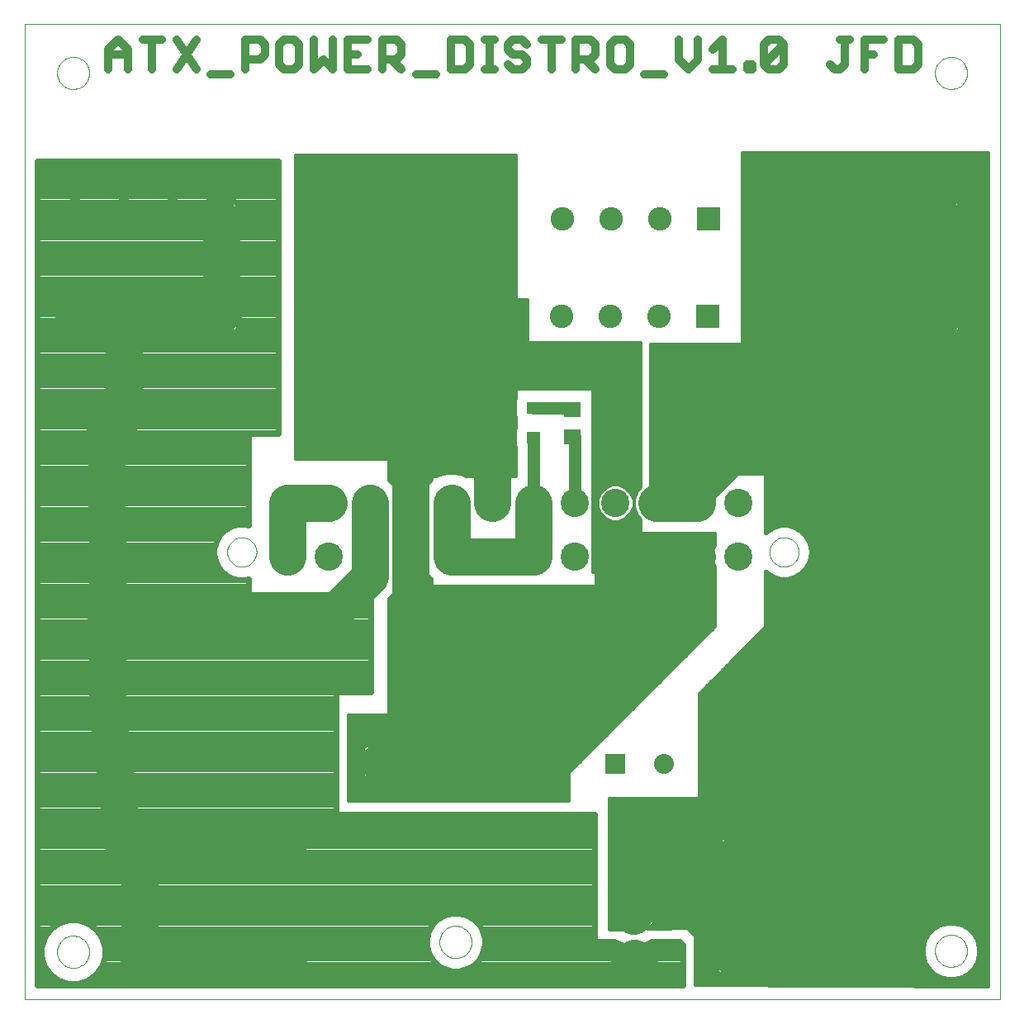
<source format=gtl>
G75*
G70*
%OFA0B0*%
%FSLAX24Y24*%
%IPPOS*%
%LPD*%
%AMOC8*
5,1,8,0,0,1.08239X$1,22.5*
%
%ADD10C,0.0000*%
%ADD11C,0.0320*%
%ADD12C,0.1142*%
%ADD13R,0.0950X0.0950*%
%ADD14C,0.0950*%
%ADD15R,0.0800X0.0800*%
%ADD16C,0.0800*%
%ADD17C,0.0660*%
%ADD18R,0.0709X0.0630*%
%ADD19R,0.0551X0.0472*%
%ADD20C,0.0945*%
%ADD21C,0.1500*%
%ADD22C,0.2540*%
%ADD23C,0.0160*%
%ADD24C,0.0500*%
%ADD25C,0.0240*%
%ADD26C,0.0120*%
%ADD27C,0.0100*%
D10*
X000100Y000323D02*
X000100Y039693D01*
X039470Y039693D01*
X039470Y000323D01*
X000100Y000323D01*
X001419Y002252D02*
X001421Y002302D01*
X001427Y002352D01*
X001437Y002402D01*
X001450Y002450D01*
X001467Y002498D01*
X001488Y002544D01*
X001512Y002588D01*
X001540Y002630D01*
X001571Y002670D01*
X001605Y002707D01*
X001642Y002742D01*
X001681Y002773D01*
X001722Y002802D01*
X001766Y002827D01*
X001812Y002849D01*
X001859Y002867D01*
X001907Y002881D01*
X001956Y002892D01*
X002006Y002899D01*
X002056Y002902D01*
X002107Y002901D01*
X002157Y002896D01*
X002207Y002887D01*
X002255Y002875D01*
X002303Y002858D01*
X002349Y002838D01*
X002394Y002815D01*
X002437Y002788D01*
X002477Y002758D01*
X002515Y002725D01*
X002550Y002689D01*
X002583Y002650D01*
X002612Y002609D01*
X002638Y002566D01*
X002661Y002521D01*
X002680Y002474D01*
X002695Y002426D01*
X002707Y002377D01*
X002715Y002327D01*
X002719Y002277D01*
X002719Y002227D01*
X002715Y002177D01*
X002707Y002127D01*
X002695Y002078D01*
X002680Y002030D01*
X002661Y001983D01*
X002638Y001938D01*
X002612Y001895D01*
X002583Y001854D01*
X002550Y001815D01*
X002515Y001779D01*
X002477Y001746D01*
X002437Y001716D01*
X002394Y001689D01*
X002349Y001666D01*
X002303Y001646D01*
X002255Y001629D01*
X002207Y001617D01*
X002157Y001608D01*
X002107Y001603D01*
X002056Y001602D01*
X002006Y001605D01*
X001956Y001612D01*
X001907Y001623D01*
X001859Y001637D01*
X001812Y001655D01*
X001766Y001677D01*
X001722Y001702D01*
X001681Y001731D01*
X001642Y001762D01*
X001605Y001797D01*
X001571Y001834D01*
X001540Y001874D01*
X001512Y001916D01*
X001488Y001960D01*
X001467Y002006D01*
X001450Y002054D01*
X001437Y002102D01*
X001427Y002152D01*
X001421Y002202D01*
X001419Y002252D01*
X016856Y002650D02*
X016858Y002700D01*
X016864Y002750D01*
X016874Y002800D01*
X016887Y002848D01*
X016904Y002896D01*
X016925Y002942D01*
X016949Y002986D01*
X016977Y003028D01*
X017008Y003068D01*
X017042Y003105D01*
X017079Y003140D01*
X017118Y003171D01*
X017159Y003200D01*
X017203Y003225D01*
X017249Y003247D01*
X017296Y003265D01*
X017344Y003279D01*
X017393Y003290D01*
X017443Y003297D01*
X017493Y003300D01*
X017544Y003299D01*
X017594Y003294D01*
X017644Y003285D01*
X017692Y003273D01*
X017740Y003256D01*
X017786Y003236D01*
X017831Y003213D01*
X017874Y003186D01*
X017914Y003156D01*
X017952Y003123D01*
X017987Y003087D01*
X018020Y003048D01*
X018049Y003007D01*
X018075Y002964D01*
X018098Y002919D01*
X018117Y002872D01*
X018132Y002824D01*
X018144Y002775D01*
X018152Y002725D01*
X018156Y002675D01*
X018156Y002625D01*
X018152Y002575D01*
X018144Y002525D01*
X018132Y002476D01*
X018117Y002428D01*
X018098Y002381D01*
X018075Y002336D01*
X018049Y002293D01*
X018020Y002252D01*
X017987Y002213D01*
X017952Y002177D01*
X017914Y002144D01*
X017874Y002114D01*
X017831Y002087D01*
X017786Y002064D01*
X017740Y002044D01*
X017692Y002027D01*
X017644Y002015D01*
X017594Y002006D01*
X017544Y002001D01*
X017493Y002000D01*
X017443Y002003D01*
X017393Y002010D01*
X017344Y002021D01*
X017296Y002035D01*
X017249Y002053D01*
X017203Y002075D01*
X017159Y002100D01*
X017118Y002129D01*
X017079Y002160D01*
X017042Y002195D01*
X017008Y002232D01*
X016977Y002272D01*
X016949Y002314D01*
X016925Y002358D01*
X016904Y002404D01*
X016887Y002452D01*
X016874Y002500D01*
X016864Y002550D01*
X016858Y002600D01*
X016856Y002650D01*
X008285Y018390D02*
X008287Y018438D01*
X008293Y018486D01*
X008303Y018533D01*
X008316Y018579D01*
X008334Y018624D01*
X008354Y018668D01*
X008379Y018710D01*
X008407Y018749D01*
X008437Y018786D01*
X008471Y018820D01*
X008508Y018852D01*
X008546Y018881D01*
X008587Y018906D01*
X008630Y018928D01*
X008675Y018946D01*
X008721Y018960D01*
X008768Y018971D01*
X008816Y018978D01*
X008864Y018981D01*
X008912Y018980D01*
X008960Y018975D01*
X009008Y018966D01*
X009054Y018954D01*
X009099Y018937D01*
X009143Y018917D01*
X009185Y018894D01*
X009225Y018867D01*
X009263Y018837D01*
X009298Y018804D01*
X009330Y018768D01*
X009360Y018730D01*
X009386Y018689D01*
X009408Y018646D01*
X009428Y018602D01*
X009443Y018557D01*
X009455Y018510D01*
X009463Y018462D01*
X009467Y018414D01*
X009467Y018366D01*
X009463Y018318D01*
X009455Y018270D01*
X009443Y018223D01*
X009428Y018178D01*
X009408Y018134D01*
X009386Y018091D01*
X009360Y018050D01*
X009330Y018012D01*
X009298Y017976D01*
X009263Y017943D01*
X009225Y017913D01*
X009185Y017886D01*
X009143Y017863D01*
X009099Y017843D01*
X009054Y017826D01*
X009008Y017814D01*
X008960Y017805D01*
X008912Y017800D01*
X008864Y017799D01*
X008816Y017802D01*
X008768Y017809D01*
X008721Y017820D01*
X008675Y017834D01*
X008630Y017852D01*
X008587Y017874D01*
X008546Y017899D01*
X008508Y017928D01*
X008471Y017960D01*
X008437Y017994D01*
X008407Y018031D01*
X008379Y018070D01*
X008354Y018112D01*
X008334Y018156D01*
X008316Y018201D01*
X008303Y018247D01*
X008293Y018294D01*
X008287Y018342D01*
X008285Y018390D01*
X001419Y037724D02*
X001421Y037774D01*
X001427Y037824D01*
X001437Y037874D01*
X001450Y037922D01*
X001467Y037970D01*
X001488Y038016D01*
X001512Y038060D01*
X001540Y038102D01*
X001571Y038142D01*
X001605Y038179D01*
X001642Y038214D01*
X001681Y038245D01*
X001722Y038274D01*
X001766Y038299D01*
X001812Y038321D01*
X001859Y038339D01*
X001907Y038353D01*
X001956Y038364D01*
X002006Y038371D01*
X002056Y038374D01*
X002107Y038373D01*
X002157Y038368D01*
X002207Y038359D01*
X002255Y038347D01*
X002303Y038330D01*
X002349Y038310D01*
X002394Y038287D01*
X002437Y038260D01*
X002477Y038230D01*
X002515Y038197D01*
X002550Y038161D01*
X002583Y038122D01*
X002612Y038081D01*
X002638Y038038D01*
X002661Y037993D01*
X002680Y037946D01*
X002695Y037898D01*
X002707Y037849D01*
X002715Y037799D01*
X002719Y037749D01*
X002719Y037699D01*
X002715Y037649D01*
X002707Y037599D01*
X002695Y037550D01*
X002680Y037502D01*
X002661Y037455D01*
X002638Y037410D01*
X002612Y037367D01*
X002583Y037326D01*
X002550Y037287D01*
X002515Y037251D01*
X002477Y037218D01*
X002437Y037188D01*
X002394Y037161D01*
X002349Y037138D01*
X002303Y037118D01*
X002255Y037101D01*
X002207Y037089D01*
X002157Y037080D01*
X002107Y037075D01*
X002056Y037074D01*
X002006Y037077D01*
X001956Y037084D01*
X001907Y037095D01*
X001859Y037109D01*
X001812Y037127D01*
X001766Y037149D01*
X001722Y037174D01*
X001681Y037203D01*
X001642Y037234D01*
X001605Y037269D01*
X001571Y037306D01*
X001540Y037346D01*
X001512Y037388D01*
X001488Y037432D01*
X001467Y037478D01*
X001450Y037526D01*
X001437Y037574D01*
X001427Y037624D01*
X001421Y037674D01*
X001419Y037724D01*
X030174Y018390D02*
X030176Y018438D01*
X030182Y018486D01*
X030192Y018533D01*
X030205Y018579D01*
X030223Y018624D01*
X030243Y018668D01*
X030268Y018710D01*
X030296Y018749D01*
X030326Y018786D01*
X030360Y018820D01*
X030397Y018852D01*
X030435Y018881D01*
X030476Y018906D01*
X030519Y018928D01*
X030564Y018946D01*
X030610Y018960D01*
X030657Y018971D01*
X030705Y018978D01*
X030753Y018981D01*
X030801Y018980D01*
X030849Y018975D01*
X030897Y018966D01*
X030943Y018954D01*
X030988Y018937D01*
X031032Y018917D01*
X031074Y018894D01*
X031114Y018867D01*
X031152Y018837D01*
X031187Y018804D01*
X031219Y018768D01*
X031249Y018730D01*
X031275Y018689D01*
X031297Y018646D01*
X031317Y018602D01*
X031332Y018557D01*
X031344Y018510D01*
X031352Y018462D01*
X031356Y018414D01*
X031356Y018366D01*
X031352Y018318D01*
X031344Y018270D01*
X031332Y018223D01*
X031317Y018178D01*
X031297Y018134D01*
X031275Y018091D01*
X031249Y018050D01*
X031219Y018012D01*
X031187Y017976D01*
X031152Y017943D01*
X031114Y017913D01*
X031074Y017886D01*
X031032Y017863D01*
X030988Y017843D01*
X030943Y017826D01*
X030897Y017814D01*
X030849Y017805D01*
X030801Y017800D01*
X030753Y017799D01*
X030705Y017802D01*
X030657Y017809D01*
X030610Y017820D01*
X030564Y017834D01*
X030519Y017852D01*
X030476Y017874D01*
X030435Y017899D01*
X030397Y017928D01*
X030360Y017960D01*
X030326Y017994D01*
X030296Y018031D01*
X030268Y018070D01*
X030243Y018112D01*
X030223Y018156D01*
X030205Y018201D01*
X030192Y018247D01*
X030182Y018294D01*
X030176Y018342D01*
X030174Y018390D01*
X036852Y002291D02*
X036854Y002341D01*
X036860Y002391D01*
X036870Y002441D01*
X036883Y002489D01*
X036900Y002537D01*
X036921Y002583D01*
X036945Y002627D01*
X036973Y002669D01*
X037004Y002709D01*
X037038Y002746D01*
X037075Y002781D01*
X037114Y002812D01*
X037155Y002841D01*
X037199Y002866D01*
X037245Y002888D01*
X037292Y002906D01*
X037340Y002920D01*
X037389Y002931D01*
X037439Y002938D01*
X037489Y002941D01*
X037540Y002940D01*
X037590Y002935D01*
X037640Y002926D01*
X037688Y002914D01*
X037736Y002897D01*
X037782Y002877D01*
X037827Y002854D01*
X037870Y002827D01*
X037910Y002797D01*
X037948Y002764D01*
X037983Y002728D01*
X038016Y002689D01*
X038045Y002648D01*
X038071Y002605D01*
X038094Y002560D01*
X038113Y002513D01*
X038128Y002465D01*
X038140Y002416D01*
X038148Y002366D01*
X038152Y002316D01*
X038152Y002266D01*
X038148Y002216D01*
X038140Y002166D01*
X038128Y002117D01*
X038113Y002069D01*
X038094Y002022D01*
X038071Y001977D01*
X038045Y001934D01*
X038016Y001893D01*
X037983Y001854D01*
X037948Y001818D01*
X037910Y001785D01*
X037870Y001755D01*
X037827Y001728D01*
X037782Y001705D01*
X037736Y001685D01*
X037688Y001668D01*
X037640Y001656D01*
X037590Y001647D01*
X037540Y001642D01*
X037489Y001641D01*
X037439Y001644D01*
X037389Y001651D01*
X037340Y001662D01*
X037292Y001676D01*
X037245Y001694D01*
X037199Y001716D01*
X037155Y001741D01*
X037114Y001770D01*
X037075Y001801D01*
X037038Y001836D01*
X037004Y001873D01*
X036973Y001913D01*
X036945Y001955D01*
X036921Y001999D01*
X036900Y002045D01*
X036883Y002093D01*
X036870Y002141D01*
X036860Y002191D01*
X036854Y002241D01*
X036852Y002291D01*
X036852Y037724D02*
X036854Y037774D01*
X036860Y037824D01*
X036870Y037874D01*
X036883Y037922D01*
X036900Y037970D01*
X036921Y038016D01*
X036945Y038060D01*
X036973Y038102D01*
X037004Y038142D01*
X037038Y038179D01*
X037075Y038214D01*
X037114Y038245D01*
X037155Y038274D01*
X037199Y038299D01*
X037245Y038321D01*
X037292Y038339D01*
X037340Y038353D01*
X037389Y038364D01*
X037439Y038371D01*
X037489Y038374D01*
X037540Y038373D01*
X037590Y038368D01*
X037640Y038359D01*
X037688Y038347D01*
X037736Y038330D01*
X037782Y038310D01*
X037827Y038287D01*
X037870Y038260D01*
X037910Y038230D01*
X037948Y038197D01*
X037983Y038161D01*
X038016Y038122D01*
X038045Y038081D01*
X038071Y038038D01*
X038094Y037993D01*
X038113Y037946D01*
X038128Y037898D01*
X038140Y037849D01*
X038148Y037799D01*
X038152Y037749D01*
X038152Y037699D01*
X038148Y037649D01*
X038140Y037599D01*
X038128Y037550D01*
X038113Y037502D01*
X038094Y037455D01*
X038071Y037410D01*
X038045Y037367D01*
X038016Y037326D01*
X037983Y037287D01*
X037948Y037251D01*
X037910Y037218D01*
X037870Y037188D01*
X037827Y037161D01*
X037782Y037138D01*
X037736Y037118D01*
X037688Y037101D01*
X037640Y037089D01*
X037590Y037080D01*
X037540Y037075D01*
X037489Y037074D01*
X037439Y037077D01*
X037389Y037084D01*
X037340Y037095D01*
X037292Y037109D01*
X037245Y037127D01*
X037199Y037149D01*
X037155Y037174D01*
X037114Y037203D01*
X037075Y037234D01*
X037038Y037269D01*
X037004Y037306D01*
X036973Y037346D01*
X036945Y037388D01*
X036921Y037432D01*
X036900Y037478D01*
X036883Y037526D01*
X036870Y037574D01*
X036860Y037624D01*
X036854Y037674D01*
X036852Y037724D01*
D11*
X036172Y038081D02*
X036172Y038869D01*
X035975Y039065D01*
X035385Y039065D01*
X035385Y037884D01*
X035975Y037884D01*
X036172Y038081D01*
X034791Y039065D02*
X034003Y039065D01*
X034003Y037884D01*
X034003Y038475D02*
X034397Y038475D01*
X033410Y039065D02*
X033016Y039065D01*
X033213Y039065D02*
X033213Y038081D01*
X033016Y037884D01*
X032819Y037884D01*
X032622Y038081D01*
X030748Y038081D02*
X030551Y037884D01*
X030158Y037884D01*
X029961Y038081D01*
X030748Y038869D01*
X030748Y038081D01*
X029961Y038081D02*
X029961Y038869D01*
X030158Y039065D01*
X030551Y039065D01*
X030748Y038869D01*
X029467Y038081D02*
X029467Y037884D01*
X029270Y037884D01*
X029270Y038081D01*
X029467Y038081D01*
X028677Y037884D02*
X027889Y037884D01*
X028283Y037884D02*
X028283Y039065D01*
X027889Y038672D01*
X027295Y038278D02*
X027295Y039065D01*
X027295Y038278D02*
X026902Y037884D01*
X026508Y038278D01*
X026508Y039065D01*
X025914Y037688D02*
X025127Y037688D01*
X024533Y038081D02*
X024336Y037884D01*
X023942Y037884D01*
X023746Y038081D01*
X023746Y038869D01*
X023942Y039065D01*
X024336Y039065D01*
X024533Y038869D01*
X024533Y038081D01*
X023152Y037884D02*
X022758Y038278D01*
X022955Y038278D02*
X023152Y038475D01*
X023152Y038869D01*
X022955Y039065D01*
X022364Y039065D01*
X022364Y037884D01*
X022364Y038278D02*
X022955Y038278D01*
X021771Y039065D02*
X020983Y039065D01*
X021377Y039065D02*
X021377Y037884D01*
X020389Y038081D02*
X020193Y037884D01*
X019799Y037884D01*
X019602Y038081D01*
X019799Y038475D02*
X019602Y038672D01*
X019602Y038869D01*
X019799Y039065D01*
X020193Y039065D01*
X020389Y038869D01*
X020193Y038475D02*
X019799Y038475D01*
X020193Y038475D02*
X020389Y038278D01*
X020389Y038081D01*
X019075Y037884D02*
X018681Y037884D01*
X018878Y037884D02*
X018878Y039065D01*
X018681Y039065D02*
X019075Y039065D01*
X018087Y038869D02*
X018087Y038081D01*
X017891Y037884D01*
X017300Y037884D01*
X017300Y039065D01*
X017891Y039065D01*
X018087Y038869D01*
X016706Y037688D02*
X015919Y037688D01*
X015325Y037884D02*
X014931Y038278D01*
X015128Y038278D02*
X015325Y038475D01*
X015325Y038869D01*
X015128Y039065D01*
X014538Y039065D01*
X014538Y037884D01*
X014538Y038278D02*
X015128Y038278D01*
X013944Y037884D02*
X013157Y037884D01*
X013157Y039065D01*
X013944Y039065D01*
X013550Y038475D02*
X013157Y038475D01*
X012563Y037884D02*
X012563Y039065D01*
X011775Y039065D02*
X011775Y037884D01*
X012169Y038278D01*
X012563Y037884D01*
X011182Y038081D02*
X011182Y038869D01*
X010985Y039065D01*
X010591Y039065D01*
X010394Y038869D01*
X010394Y038081D01*
X010591Y037884D01*
X010985Y037884D01*
X011182Y038081D01*
X009800Y038475D02*
X009604Y038278D01*
X009013Y038278D01*
X009013Y037884D02*
X009013Y039065D01*
X009604Y039065D01*
X009800Y038869D01*
X009800Y038475D01*
X008419Y037688D02*
X007632Y037688D01*
X007038Y037884D02*
X006251Y039065D01*
X005657Y039065D02*
X004870Y039065D01*
X005263Y039065D02*
X005263Y037884D01*
X006251Y037884D02*
X007038Y039065D01*
X004276Y038672D02*
X004276Y037884D01*
X004276Y038475D02*
X003488Y038475D01*
X003488Y038672D02*
X003882Y039065D01*
X004276Y038672D01*
X003488Y038672D02*
X003488Y037884D01*
D12*
X010726Y020374D03*
X012380Y020374D03*
X014033Y020374D03*
X015687Y020374D03*
X017340Y020374D03*
X018994Y020374D03*
X020647Y020374D03*
X022301Y020374D03*
X023954Y020374D03*
X025608Y020374D03*
X027261Y020374D03*
X028915Y020374D03*
X028915Y018209D03*
X027261Y018209D03*
X025608Y018209D03*
X023954Y018209D03*
X022301Y018209D03*
X020647Y018209D03*
X018994Y018209D03*
X017340Y018209D03*
X015687Y018209D03*
X014033Y018209D03*
X012380Y018209D03*
X010726Y018209D03*
D13*
X014411Y009921D03*
X004765Y006528D03*
X004793Y002000D03*
X028702Y002016D03*
X028809Y006205D03*
X027691Y027913D03*
X027718Y031850D03*
X037183Y031894D03*
X037218Y027961D03*
X018320Y027929D03*
X018269Y031882D03*
X008033Y031850D03*
X008049Y027957D03*
D14*
X006080Y027957D03*
X004112Y027957D03*
X002143Y027957D03*
X002128Y031850D03*
X004096Y031850D03*
X006065Y031850D03*
X012364Y031882D03*
X014332Y031882D03*
X016301Y031882D03*
X016352Y027929D03*
X014383Y027929D03*
X012415Y027929D03*
X021785Y027913D03*
X023754Y027913D03*
X025722Y027913D03*
X025750Y031850D03*
X023781Y031850D03*
X021813Y031850D03*
X031277Y031894D03*
X033246Y031894D03*
X035214Y031894D03*
X035250Y027961D03*
X033281Y027961D03*
X031313Y027961D03*
X020317Y009921D03*
X018348Y009921D03*
X016380Y009921D03*
X010671Y006528D03*
X008702Y006528D03*
X006734Y006528D03*
X006761Y002000D03*
X008730Y002000D03*
X010698Y002000D03*
X030671Y002016D03*
X032639Y002016D03*
X034608Y002016D03*
X034714Y006205D03*
X032746Y006205D03*
X030777Y006205D03*
D15*
X023950Y009831D03*
D16*
X025919Y009831D03*
D17*
X025036Y003650D02*
X024376Y003650D01*
X024376Y001650D02*
X025036Y001650D01*
D18*
X022230Y023028D03*
X022230Y024130D03*
D19*
X020655Y024201D03*
X020655Y023020D03*
D20*
X015691Y023157D03*
X003400Y023242D03*
X003450Y019742D03*
X003450Y015742D03*
X003450Y011992D03*
X036128Y012618D03*
X036128Y016368D03*
X036128Y020368D03*
X036078Y023868D03*
D21*
X035371Y023945D01*
X035250Y024066D02*
X035250Y027961D01*
X037218Y027961D01*
X037183Y027996D01*
X037183Y031894D01*
X035214Y031894D01*
X033246Y031894D01*
X031277Y031894D01*
X031313Y027961D02*
X033281Y027961D01*
X035250Y027961D01*
X035250Y024066D02*
X036078Y023868D01*
X035448Y020418D01*
X036128Y020368D01*
X036128Y016368D01*
X036128Y012618D01*
X035498Y006988D01*
X034714Y006205D01*
X032746Y006205D01*
X030777Y006205D01*
X028809Y006205D01*
X026806Y004202D01*
X024667Y004202D01*
X024667Y003709D01*
X024706Y002000D02*
X024706Y001650D01*
X026806Y004202D02*
X028702Y002305D01*
X028702Y002016D01*
X030671Y002016D01*
X032639Y002016D01*
X034608Y002016D01*
X023954Y013559D02*
X020317Y009921D01*
X018348Y009921D01*
X016380Y009921D01*
X015651Y009921D01*
X015687Y009957D01*
X015687Y018209D01*
X015687Y020374D01*
X015687Y021815D01*
X016635Y022764D01*
X018210Y022764D01*
X018320Y022764D01*
X018320Y027929D01*
X018320Y031882D01*
X018269Y031882D01*
X016301Y031882D01*
X014332Y031882D01*
X012364Y031882D01*
X012415Y027929D02*
X014383Y027929D01*
X016352Y027929D01*
X018320Y027929D01*
X018210Y022764D02*
X018998Y021976D01*
X018998Y020378D01*
X018994Y020374D01*
X020647Y020374D02*
X020647Y018209D01*
X018994Y018209D01*
X017340Y018209D01*
X017340Y020374D01*
X014033Y020374D02*
X014033Y017406D01*
X012305Y015677D01*
X004173Y015677D01*
X003450Y015742D01*
X003450Y019742D01*
X003400Y020608D01*
X003400Y023242D01*
X004112Y023872D01*
X004112Y027957D01*
X006080Y027957D01*
X008049Y027957D01*
X008033Y027957D01*
X008033Y031850D01*
X006065Y031850D01*
X004096Y031850D01*
X002128Y031850D01*
X002143Y027957D02*
X004112Y027957D01*
X010726Y020374D02*
X012380Y020374D01*
X014033Y020374D02*
X014033Y018209D01*
X010726Y018209D02*
X010726Y020374D01*
X003450Y015742D02*
X003450Y011992D01*
X004080Y006528D01*
X004765Y006528D01*
X006734Y006528D01*
X008702Y006528D01*
X010671Y006528D01*
X014411Y009921D02*
X015651Y009921D01*
X010730Y002055D02*
X008730Y002055D01*
X008730Y002000D01*
X006761Y002000D01*
X004793Y002000D01*
X004765Y002000D01*
X004765Y006528D01*
X023954Y013559D02*
X023954Y018209D01*
X025608Y018209D01*
X027261Y018209D01*
X027261Y020374D02*
X025608Y020374D01*
X027261Y020374D02*
X027261Y021579D01*
D22*
X029628Y023945D01*
X035371Y023945D01*
D23*
X035430Y023946D02*
X036000Y023946D01*
X036000Y024516D01*
X035950Y024509D01*
X035867Y024487D01*
X035788Y024455D01*
X035714Y024412D01*
X035646Y024360D01*
X035586Y024299D01*
X035534Y024231D01*
X035491Y024157D01*
X035458Y024078D01*
X035436Y023996D01*
X035430Y023946D01*
X035430Y023791D02*
X035436Y023741D01*
X035458Y023658D01*
X035491Y023579D01*
X035534Y023505D01*
X035586Y023437D01*
X035646Y023377D01*
X035714Y023324D01*
X035788Y023282D01*
X035867Y023249D01*
X035950Y023227D01*
X036000Y023220D01*
X036000Y023791D01*
X035430Y023791D01*
X035431Y023781D02*
X025376Y023781D01*
X025376Y023939D02*
X036000Y023939D01*
X036000Y023946D02*
X036000Y023791D01*
X036155Y023791D01*
X036155Y023946D01*
X036000Y023946D01*
X036000Y024098D02*
X036155Y024098D01*
X036155Y023946D02*
X036155Y024516D01*
X036205Y024509D01*
X036288Y024487D01*
X036367Y024455D01*
X036441Y024412D01*
X036509Y024360D01*
X036569Y024299D01*
X036621Y024231D01*
X036664Y024157D01*
X036697Y024078D01*
X036719Y023996D01*
X036725Y023946D01*
X036155Y023946D01*
X036155Y023939D02*
X038990Y023939D01*
X038990Y023781D02*
X036724Y023781D01*
X036725Y023791D02*
X036155Y023791D01*
X036155Y023220D01*
X036205Y023227D01*
X036288Y023249D01*
X036367Y023282D01*
X036441Y023324D01*
X036509Y023377D01*
X036569Y023437D01*
X036621Y023505D01*
X036664Y023579D01*
X036697Y023658D01*
X036719Y023741D01*
X036725Y023791D01*
X036682Y023622D02*
X038990Y023622D01*
X038990Y023464D02*
X036590Y023464D01*
X036408Y023305D02*
X038990Y023305D01*
X038990Y023147D02*
X025376Y023147D01*
X025376Y023305D02*
X035747Y023305D01*
X035565Y023464D02*
X025376Y023464D01*
X025376Y023622D02*
X035473Y023622D01*
X035467Y024098D02*
X025376Y024098D01*
X025376Y024256D02*
X035553Y024256D01*
X035720Y024415D02*
X025376Y024415D01*
X025376Y024573D02*
X038990Y024573D01*
X038990Y024415D02*
X036435Y024415D01*
X036602Y024256D02*
X038990Y024256D01*
X038990Y024098D02*
X036689Y024098D01*
X036155Y024256D02*
X036000Y024256D01*
X036000Y024415D02*
X036155Y024415D01*
X036155Y023781D02*
X036000Y023781D01*
X036000Y023622D02*
X036155Y023622D01*
X036155Y023464D02*
X036000Y023464D01*
X036000Y023305D02*
X036155Y023305D01*
X036205Y021016D02*
X036205Y020446D01*
X036050Y020446D01*
X036050Y021016D01*
X036000Y021009D01*
X035917Y020987D01*
X035838Y020955D01*
X035764Y020912D01*
X035696Y020860D01*
X035636Y020799D01*
X035584Y020731D01*
X035541Y020657D01*
X035508Y020578D01*
X035486Y020496D01*
X035480Y020446D01*
X036050Y020446D01*
X036050Y020291D01*
X035480Y020291D01*
X035486Y020241D01*
X035508Y020158D01*
X035541Y020079D01*
X035584Y020005D01*
X035636Y019937D01*
X035696Y019877D01*
X035764Y019824D01*
X035838Y019782D01*
X035917Y019749D01*
X036000Y019727D01*
X036050Y019720D01*
X036050Y020291D01*
X036205Y020291D01*
X036205Y020446D01*
X036775Y020446D01*
X036769Y020496D01*
X036747Y020578D01*
X036714Y020657D01*
X036671Y020731D01*
X036619Y020799D01*
X036559Y020860D01*
X036491Y020912D01*
X036417Y020955D01*
X036338Y020987D01*
X036255Y021009D01*
X036205Y021016D01*
X036205Y020928D02*
X036050Y020928D01*
X036050Y020769D02*
X036205Y020769D01*
X036205Y020611D02*
X036050Y020611D01*
X036050Y020452D02*
X036205Y020452D01*
X036205Y020294D02*
X038990Y020294D01*
X038990Y020452D02*
X036775Y020452D01*
X036775Y020291D02*
X036205Y020291D01*
X036205Y019720D01*
X036255Y019727D01*
X036338Y019749D01*
X036417Y019782D01*
X036491Y019824D01*
X036559Y019877D01*
X036619Y019937D01*
X036671Y020005D01*
X036714Y020079D01*
X036747Y020158D01*
X036769Y020241D01*
X036775Y020291D01*
X036737Y020135D02*
X038990Y020135D01*
X038990Y019977D02*
X036650Y019977D01*
X036480Y019818D02*
X038990Y019818D01*
X038990Y019660D02*
X030021Y019660D01*
X030021Y019818D02*
X035775Y019818D01*
X035605Y019977D02*
X030021Y019977D01*
X030021Y020135D02*
X035518Y020135D01*
X035481Y020452D02*
X030021Y020452D01*
X030021Y020294D02*
X036050Y020294D01*
X036050Y020135D02*
X036205Y020135D01*
X036205Y019977D02*
X036050Y019977D01*
X036050Y019818D02*
X036205Y019818D01*
X036733Y020611D02*
X038990Y020611D01*
X038990Y020769D02*
X036642Y020769D01*
X036463Y020928D02*
X038990Y020928D01*
X038990Y021086D02*
X030021Y021086D01*
X030021Y020928D02*
X035792Y020928D01*
X035613Y020769D02*
X030021Y020769D01*
X030021Y020611D02*
X035522Y020611D01*
X038990Y021245D02*
X030021Y021245D01*
X030021Y021403D02*
X038990Y021403D01*
X038990Y021562D02*
X030021Y021562D01*
X030021Y021583D02*
X027895Y021583D01*
X027895Y020778D01*
X027887Y020792D01*
X027827Y020870D01*
X027758Y020940D01*
X027679Y021000D01*
X027594Y021049D01*
X027503Y021087D01*
X027408Y021112D01*
X027341Y021121D01*
X027341Y020454D01*
X027181Y020454D01*
X027181Y020294D01*
X026515Y020294D01*
X026523Y020227D01*
X026549Y020132D01*
X026568Y020087D01*
X026302Y020087D01*
X026320Y020132D01*
X026346Y020227D01*
X026355Y020294D01*
X025688Y020294D01*
X025688Y020454D01*
X026355Y020454D01*
X026346Y020521D01*
X026320Y020616D01*
X026283Y020707D01*
X026234Y020792D01*
X026174Y020870D01*
X026104Y020940D01*
X026026Y021000D01*
X025941Y021049D01*
X025850Y021087D01*
X025755Y021112D01*
X025688Y021121D01*
X025688Y020454D01*
X025528Y020454D01*
X025528Y021121D01*
X025461Y021112D01*
X025376Y021089D01*
X025376Y026780D01*
X029076Y026780D01*
X029076Y034496D01*
X038990Y034496D01*
X038990Y000875D01*
X027187Y000953D01*
X027187Y003236D01*
X025260Y003192D01*
X025303Y003214D01*
X025368Y003261D01*
X025425Y003318D01*
X025472Y003383D01*
X025508Y003455D01*
X025533Y003531D01*
X025546Y003610D01*
X025546Y003620D01*
X024736Y003620D01*
X024736Y003680D01*
X025546Y003680D01*
X025546Y003691D01*
X025533Y003770D01*
X025508Y003846D01*
X025472Y003918D01*
X025425Y003983D01*
X025368Y004039D01*
X025303Y004087D01*
X025231Y004123D01*
X025155Y004148D01*
X025076Y004160D01*
X024736Y004160D01*
X024736Y003680D01*
X024676Y003680D01*
X024676Y004160D01*
X024335Y004160D01*
X024256Y004148D01*
X024180Y004123D01*
X024108Y004087D01*
X024043Y004039D01*
X023987Y003983D01*
X023939Y003918D01*
X023903Y003846D01*
X023878Y003770D01*
X023866Y003691D01*
X023866Y003680D01*
X024676Y003680D01*
X024676Y003620D01*
X023866Y003620D01*
X023866Y003610D01*
X023878Y003531D01*
X023903Y003455D01*
X023939Y003383D01*
X023987Y003318D01*
X024043Y003261D01*
X024108Y003214D01*
X024180Y003178D01*
X024208Y003169D01*
X023722Y003157D01*
X023722Y008433D01*
X027344Y008433D01*
X027344Y012685D01*
X030021Y015362D01*
X030021Y017620D01*
X030108Y017533D01*
X030352Y017392D01*
X030624Y017319D01*
X030906Y017319D01*
X031179Y017392D01*
X031423Y017533D01*
X031622Y017732D01*
X031763Y017977D01*
X031836Y018249D01*
X031836Y018531D01*
X031763Y018803D01*
X031622Y019047D01*
X031423Y019246D01*
X031179Y019387D01*
X030906Y019460D01*
X030624Y019460D01*
X030352Y019387D01*
X030108Y019246D01*
X030021Y019160D01*
X030021Y021583D01*
X030021Y019501D02*
X038990Y019501D01*
X038990Y019343D02*
X031256Y019343D01*
X031485Y019184D02*
X038990Y019184D01*
X038990Y019026D02*
X031634Y019026D01*
X031726Y018867D02*
X038990Y018867D01*
X038990Y018709D02*
X031788Y018709D01*
X031831Y018550D02*
X038990Y018550D01*
X038990Y018392D02*
X031836Y018392D01*
X031832Y018233D02*
X038990Y018233D01*
X038990Y018075D02*
X031789Y018075D01*
X031728Y017916D02*
X038990Y017916D01*
X038990Y017758D02*
X031637Y017758D01*
X031489Y017599D02*
X038990Y017599D01*
X038990Y017441D02*
X031263Y017441D01*
X030268Y017441D02*
X030021Y017441D01*
X030021Y017599D02*
X030042Y017599D01*
X030021Y017282D02*
X038990Y017282D01*
X038990Y017124D02*
X030021Y017124D01*
X030021Y016965D02*
X035865Y016965D01*
X035838Y016955D02*
X035764Y016912D01*
X035696Y016860D01*
X035636Y016799D01*
X035584Y016731D01*
X035541Y016657D01*
X035508Y016578D01*
X035486Y016496D01*
X035480Y016446D01*
X036050Y016446D01*
X036050Y017016D01*
X036000Y017009D01*
X035917Y016987D01*
X035838Y016955D01*
X036050Y016965D02*
X036205Y016965D01*
X036205Y017016D02*
X036205Y016446D01*
X036050Y016446D01*
X036050Y016291D01*
X035480Y016291D01*
X035486Y016241D01*
X035508Y016158D01*
X035541Y016079D01*
X035584Y016005D01*
X035636Y015937D01*
X035696Y015877D01*
X035764Y015824D01*
X035838Y015782D01*
X035917Y015749D01*
X036000Y015727D01*
X036050Y015720D01*
X036050Y016291D01*
X036205Y016291D01*
X036205Y016446D01*
X036775Y016446D01*
X036769Y016496D01*
X036747Y016578D01*
X036714Y016657D01*
X036671Y016731D01*
X036619Y016799D01*
X036559Y016860D01*
X036491Y016912D01*
X036417Y016955D01*
X036338Y016987D01*
X036255Y017009D01*
X036205Y017016D01*
X036391Y016965D02*
X038990Y016965D01*
X038990Y016807D02*
X036611Y016807D01*
X036718Y016648D02*
X038990Y016648D01*
X038990Y016490D02*
X036770Y016490D01*
X036775Y016291D02*
X036205Y016291D01*
X036205Y015720D01*
X036255Y015727D01*
X036338Y015749D01*
X036417Y015782D01*
X036491Y015824D01*
X036559Y015877D01*
X036619Y015937D01*
X036671Y016005D01*
X036714Y016079D01*
X036747Y016158D01*
X036769Y016241D01*
X036775Y016291D01*
X036751Y016173D02*
X038990Y016173D01*
X038990Y016331D02*
X036205Y016331D01*
X036050Y016331D02*
X030021Y016331D01*
X030021Y016173D02*
X035504Y016173D01*
X035578Y016014D02*
X030021Y016014D01*
X030021Y015856D02*
X035723Y015856D01*
X036050Y015856D02*
X036205Y015856D01*
X036205Y016014D02*
X036050Y016014D01*
X036050Y016173D02*
X036205Y016173D01*
X036205Y016490D02*
X036050Y016490D01*
X036050Y016648D02*
X036205Y016648D01*
X036205Y016807D02*
X036050Y016807D01*
X035644Y016807D02*
X030021Y016807D01*
X030021Y016648D02*
X035537Y016648D01*
X035486Y016490D02*
X030021Y016490D01*
X030021Y015697D02*
X038990Y015697D01*
X038990Y015539D02*
X030021Y015539D01*
X030021Y015380D02*
X038990Y015380D01*
X038990Y015222D02*
X029881Y015222D01*
X029722Y015063D02*
X038990Y015063D01*
X038990Y014905D02*
X029564Y014905D01*
X029405Y014746D02*
X038990Y014746D01*
X038990Y014588D02*
X029247Y014588D01*
X029088Y014429D02*
X038990Y014429D01*
X038990Y014271D02*
X028930Y014271D01*
X028771Y014112D02*
X038990Y014112D01*
X038990Y013954D02*
X028613Y013954D01*
X028454Y013795D02*
X038990Y013795D01*
X038990Y013637D02*
X028296Y013637D01*
X028137Y013478D02*
X038990Y013478D01*
X038990Y013320D02*
X027979Y013320D01*
X027820Y013161D02*
X035764Y013161D01*
X035764Y013162D02*
X035696Y013110D01*
X035636Y013049D01*
X035584Y012981D01*
X035541Y012907D01*
X035508Y012828D01*
X035486Y012746D01*
X035480Y012696D01*
X036050Y012696D01*
X036050Y013266D01*
X036000Y013259D01*
X035917Y013237D01*
X035838Y013205D01*
X035764Y013162D01*
X035600Y013003D02*
X027662Y013003D01*
X027503Y012844D02*
X035515Y012844D01*
X035480Y012541D02*
X035486Y012491D01*
X035508Y012408D01*
X035541Y012329D01*
X035584Y012255D01*
X035636Y012187D01*
X035696Y012127D01*
X035764Y012074D01*
X035838Y012032D01*
X035917Y011999D01*
X036000Y011977D01*
X036050Y011970D01*
X036050Y012541D01*
X035480Y012541D01*
X035481Y012527D02*
X027344Y012527D01*
X027344Y012369D02*
X035525Y012369D01*
X035618Y012210D02*
X027344Y012210D01*
X027344Y012052D02*
X035803Y012052D01*
X036050Y012052D02*
X036205Y012052D01*
X036205Y011970D02*
X036255Y011977D01*
X036338Y011999D01*
X036417Y012032D01*
X036491Y012074D01*
X036559Y012127D01*
X036619Y012187D01*
X036671Y012255D01*
X036714Y012329D01*
X036747Y012408D01*
X036769Y012491D01*
X036775Y012541D01*
X036205Y012541D01*
X036205Y012696D01*
X036050Y012696D01*
X036050Y012541D01*
X036205Y012541D01*
X036205Y011970D01*
X036205Y012210D02*
X036050Y012210D01*
X036050Y012369D02*
X036205Y012369D01*
X036205Y012527D02*
X036050Y012527D01*
X036050Y012686D02*
X027345Y012686D01*
X027344Y011893D02*
X038990Y011893D01*
X038990Y011735D02*
X027344Y011735D01*
X027344Y011576D02*
X038990Y011576D01*
X038990Y011418D02*
X027344Y011418D01*
X027344Y011259D02*
X038990Y011259D01*
X038990Y011101D02*
X027344Y011101D01*
X027344Y010942D02*
X038990Y010942D01*
X038990Y010784D02*
X027344Y010784D01*
X027344Y010625D02*
X038990Y010625D01*
X038990Y010467D02*
X027344Y010467D01*
X027344Y010308D02*
X038990Y010308D01*
X038990Y010150D02*
X027344Y010150D01*
X027344Y009991D02*
X038990Y009991D01*
X038990Y009833D02*
X027344Y009833D01*
X027344Y009674D02*
X038990Y009674D01*
X038990Y009516D02*
X027344Y009516D01*
X027344Y009357D02*
X038990Y009357D01*
X038990Y009199D02*
X027344Y009199D01*
X027344Y009040D02*
X038990Y009040D01*
X038990Y008882D02*
X027344Y008882D01*
X027344Y008723D02*
X038990Y008723D01*
X038990Y008565D02*
X027344Y008565D01*
X028264Y006847D02*
X028223Y006824D01*
X028190Y006790D01*
X028166Y006749D01*
X028154Y006703D01*
X028154Y006253D01*
X028761Y006253D01*
X028761Y006860D01*
X028310Y006860D01*
X028264Y006847D01*
X028221Y006821D02*
X023722Y006821D01*
X023722Y006663D02*
X028154Y006663D01*
X028154Y006504D02*
X023722Y006504D01*
X023722Y006346D02*
X028154Y006346D01*
X028154Y006157D02*
X028154Y005706D01*
X028166Y005660D01*
X028190Y005619D01*
X028223Y005586D01*
X028264Y005562D01*
X028310Y005550D01*
X028761Y005550D01*
X028761Y006157D01*
X028857Y006157D01*
X028857Y006253D01*
X029464Y006253D01*
X029464Y006703D01*
X029451Y006749D01*
X029428Y006790D01*
X029394Y006824D01*
X029353Y006847D01*
X029307Y006860D01*
X028857Y006860D01*
X028857Y006253D01*
X028761Y006253D01*
X028761Y006157D01*
X028154Y006157D01*
X028154Y006029D02*
X023722Y006029D01*
X023722Y006187D02*
X028761Y006187D01*
X028857Y006187D02*
X030729Y006187D01*
X030729Y006157D02*
X030123Y006157D01*
X030133Y006077D01*
X030156Y005994D01*
X030188Y005914D01*
X030231Y005840D01*
X030284Y005772D01*
X030344Y005711D01*
X030412Y005659D01*
X030487Y005616D01*
X030566Y005583D01*
X030649Y005561D01*
X030729Y005550D01*
X030729Y006157D01*
X030729Y006253D01*
X030729Y006859D01*
X030649Y006849D01*
X030566Y006826D01*
X030487Y006793D01*
X030412Y006751D01*
X030344Y006698D01*
X030284Y006638D01*
X030231Y006569D01*
X030188Y006495D01*
X030156Y006416D01*
X030133Y006333D01*
X030123Y006253D01*
X030729Y006253D01*
X030825Y006253D01*
X030825Y006859D01*
X030905Y006849D01*
X030988Y006826D01*
X031067Y006793D01*
X031142Y006751D01*
X031210Y006698D01*
X031271Y006638D01*
X031323Y006569D01*
X031366Y006495D01*
X031399Y006416D01*
X031421Y006333D01*
X031432Y006253D01*
X030825Y006253D01*
X030825Y006157D01*
X031432Y006157D01*
X031421Y006077D01*
X031399Y005994D01*
X031366Y005914D01*
X031323Y005840D01*
X031271Y005772D01*
X031210Y005711D01*
X031142Y005659D01*
X031067Y005616D01*
X030988Y005583D01*
X030905Y005561D01*
X030825Y005550D01*
X030825Y006157D01*
X030729Y006157D01*
X030825Y006187D02*
X032698Y006187D01*
X032698Y006157D02*
X032091Y006157D01*
X032102Y006077D01*
X032124Y005994D01*
X032157Y005914D01*
X032200Y005840D01*
X032252Y005772D01*
X032313Y005711D01*
X032381Y005659D01*
X032455Y005616D01*
X032535Y005583D01*
X032618Y005561D01*
X032698Y005550D01*
X032698Y006157D01*
X032794Y006157D01*
X032794Y006253D01*
X033400Y006253D01*
X033389Y006333D01*
X033367Y006416D01*
X033334Y006495D01*
X033291Y006569D01*
X033239Y006638D01*
X033178Y006698D01*
X033110Y006751D01*
X033036Y006793D01*
X032957Y006826D01*
X032874Y006849D01*
X032794Y006859D01*
X032794Y006253D01*
X032698Y006253D01*
X032698Y006859D01*
X032618Y006849D01*
X032535Y006826D01*
X032455Y006793D01*
X032381Y006751D01*
X032313Y006698D01*
X032252Y006638D01*
X032200Y006569D01*
X032157Y006495D01*
X032124Y006416D01*
X032102Y006333D01*
X032091Y006253D01*
X032698Y006253D01*
X032698Y006157D01*
X032794Y006157D02*
X032794Y005550D01*
X032874Y005561D01*
X032957Y005583D01*
X033036Y005616D01*
X033110Y005659D01*
X033178Y005711D01*
X033239Y005772D01*
X033291Y005840D01*
X033334Y005914D01*
X033367Y005994D01*
X033389Y006077D01*
X033400Y006157D01*
X032794Y006157D01*
X032794Y006187D02*
X034666Y006187D01*
X034666Y006157D02*
X034060Y006157D01*
X034070Y006077D01*
X034093Y005994D01*
X034125Y005914D01*
X034168Y005840D01*
X034221Y005772D01*
X034281Y005711D01*
X034349Y005659D01*
X034424Y005616D01*
X034503Y005583D01*
X034586Y005561D01*
X034666Y005550D01*
X034666Y006157D01*
X034666Y006253D01*
X034666Y006859D01*
X034586Y006849D01*
X034503Y006826D01*
X034424Y006793D01*
X034349Y006751D01*
X034281Y006698D01*
X034221Y006638D01*
X034168Y006569D01*
X034125Y006495D01*
X034093Y006416D01*
X034070Y006333D01*
X034060Y006253D01*
X034666Y006253D01*
X034762Y006253D01*
X034762Y006859D01*
X034842Y006849D01*
X034925Y006826D01*
X035004Y006793D01*
X035079Y006751D01*
X035147Y006698D01*
X035208Y006638D01*
X035260Y006569D01*
X035303Y006495D01*
X035336Y006416D01*
X035358Y006333D01*
X035369Y006253D01*
X034762Y006253D01*
X034762Y006157D01*
X035369Y006157D01*
X035358Y006077D01*
X035336Y005994D01*
X035303Y005914D01*
X035260Y005840D01*
X035208Y005772D01*
X035147Y005711D01*
X035079Y005659D01*
X035004Y005616D01*
X034925Y005583D01*
X034842Y005561D01*
X034762Y005550D01*
X034762Y006157D01*
X034666Y006157D01*
X034762Y006187D02*
X038990Y006187D01*
X038990Y006029D02*
X035345Y006029D01*
X035277Y005870D02*
X038990Y005870D01*
X038990Y005712D02*
X035148Y005712D01*
X034762Y005712D02*
X034666Y005712D01*
X034666Y005870D02*
X034762Y005870D01*
X034762Y006029D02*
X034666Y006029D01*
X034666Y006346D02*
X034762Y006346D01*
X034762Y006504D02*
X034666Y006504D01*
X034666Y006663D02*
X034762Y006663D01*
X034762Y006821D02*
X034666Y006821D01*
X034491Y006821D02*
X032969Y006821D01*
X032794Y006821D02*
X032698Y006821D01*
X032698Y006663D02*
X032794Y006663D01*
X032794Y006504D02*
X032698Y006504D01*
X032698Y006346D02*
X032794Y006346D01*
X032794Y006029D02*
X032698Y006029D01*
X032698Y005870D02*
X032794Y005870D01*
X032794Y005712D02*
X032698Y005712D01*
X032698Y005553D02*
X032794Y005553D01*
X032816Y005553D02*
X034644Y005553D01*
X034666Y005553D02*
X034762Y005553D01*
X034785Y005553D02*
X038990Y005553D01*
X038990Y005395D02*
X023722Y005395D01*
X023722Y005553D02*
X028296Y005553D01*
X028154Y005712D02*
X023722Y005712D01*
X023722Y005870D02*
X028154Y005870D01*
X028761Y005870D02*
X028857Y005870D01*
X028857Y005712D02*
X028761Y005712D01*
X028761Y005553D02*
X028857Y005553D01*
X028857Y005550D02*
X029307Y005550D01*
X029353Y005562D01*
X029394Y005586D01*
X029428Y005619D01*
X029451Y005660D01*
X029464Y005706D01*
X029464Y006157D01*
X028857Y006157D01*
X028857Y005550D01*
X029321Y005553D02*
X030707Y005553D01*
X030729Y005553D02*
X030825Y005553D01*
X030848Y005553D02*
X032675Y005553D01*
X032312Y005712D02*
X031211Y005712D01*
X031340Y005870D02*
X032182Y005870D01*
X032115Y006029D02*
X031408Y006029D01*
X031417Y006346D02*
X032105Y006346D01*
X032162Y006504D02*
X031361Y006504D01*
X031245Y006663D02*
X032277Y006663D01*
X032523Y006821D02*
X031000Y006821D01*
X030825Y006821D02*
X030729Y006821D01*
X030729Y006663D02*
X030825Y006663D01*
X030825Y006504D02*
X030729Y006504D01*
X030729Y006346D02*
X030825Y006346D01*
X030825Y006029D02*
X030729Y006029D01*
X030729Y005870D02*
X030825Y005870D01*
X030825Y005712D02*
X030729Y005712D01*
X030344Y005712D02*
X029464Y005712D01*
X029464Y005870D02*
X030214Y005870D01*
X030146Y006029D02*
X029464Y006029D01*
X029464Y006346D02*
X030137Y006346D01*
X030194Y006504D02*
X029464Y006504D01*
X029464Y006663D02*
X030309Y006663D01*
X030554Y006821D02*
X029397Y006821D01*
X028857Y006821D02*
X028761Y006821D01*
X028761Y006663D02*
X028857Y006663D01*
X028857Y006504D02*
X028761Y006504D01*
X028761Y006346D02*
X028857Y006346D01*
X028857Y006029D02*
X028761Y006029D01*
X027187Y003176D02*
X036788Y003176D01*
X036808Y003196D02*
X036597Y002985D01*
X036449Y002728D01*
X036372Y002440D01*
X036372Y002143D01*
X036449Y001855D01*
X036597Y001598D01*
X036808Y001387D01*
X037065Y001238D01*
X037353Y001161D01*
X037650Y001161D01*
X037938Y001238D01*
X038195Y001387D01*
X038406Y001598D01*
X038555Y001855D01*
X038632Y002143D01*
X038632Y002440D01*
X038555Y002728D01*
X038406Y002985D01*
X038195Y003196D01*
X037938Y003344D01*
X037650Y003421D01*
X037353Y003421D01*
X037065Y003344D01*
X036808Y003196D01*
X036630Y003017D02*
X027187Y003017D01*
X027187Y002859D02*
X036524Y002859D01*
X036441Y002700D02*
X027187Y002700D01*
X027187Y002542D02*
X028055Y002542D01*
X028060Y002560D02*
X028047Y002514D01*
X028047Y002064D01*
X028654Y002064D01*
X028654Y001968D01*
X028047Y001968D01*
X028047Y001517D01*
X028060Y001471D01*
X028083Y001430D01*
X028117Y001397D01*
X028158Y001373D01*
X028204Y001361D01*
X028654Y001361D01*
X028654Y001968D01*
X028750Y001968D01*
X028750Y001361D01*
X029201Y001361D01*
X029247Y001373D01*
X029288Y001397D01*
X029321Y001430D01*
X029345Y001471D01*
X029357Y001517D01*
X029357Y001968D01*
X028750Y001968D01*
X028750Y002064D01*
X028654Y002064D01*
X028654Y002671D01*
X028204Y002671D01*
X028158Y002658D01*
X028117Y002635D01*
X028083Y002601D01*
X028060Y002560D01*
X028047Y002383D02*
X027187Y002383D01*
X027187Y002225D02*
X028047Y002225D01*
X028047Y002066D02*
X027187Y002066D01*
X027187Y001908D02*
X028047Y001908D01*
X028047Y001749D02*
X027187Y001749D01*
X027187Y001591D02*
X028047Y001591D01*
X028082Y001432D02*
X027187Y001432D01*
X027187Y001274D02*
X037004Y001274D01*
X036763Y001432D02*
X034907Y001432D01*
X034898Y001427D02*
X034973Y001470D01*
X035041Y001522D01*
X035101Y001583D01*
X035154Y001651D01*
X035197Y001725D01*
X035229Y001805D01*
X035252Y001888D01*
X035262Y001968D01*
X034656Y001968D01*
X034656Y002064D01*
X034560Y002064D01*
X034560Y002670D01*
X034480Y002660D01*
X034397Y002637D01*
X034318Y002604D01*
X034243Y002562D01*
X034175Y002509D01*
X034114Y002449D01*
X034062Y002380D01*
X034019Y002306D01*
X033986Y002227D01*
X033964Y002144D01*
X033954Y002064D01*
X034560Y002064D01*
X034560Y001968D01*
X033954Y001968D01*
X033964Y001888D01*
X033986Y001805D01*
X034019Y001725D01*
X034062Y001651D01*
X034114Y001583D01*
X034175Y001522D01*
X034243Y001470D01*
X034318Y001427D01*
X034397Y001394D01*
X034480Y001372D01*
X034560Y001361D01*
X034560Y001968D01*
X034656Y001968D01*
X034656Y001361D01*
X034736Y001372D01*
X034819Y001394D01*
X034898Y001427D01*
X034656Y001432D02*
X034560Y001432D01*
X034560Y001591D02*
X034656Y001591D01*
X034656Y001749D02*
X034560Y001749D01*
X034560Y001908D02*
X034656Y001908D01*
X034656Y002064D02*
X035262Y002064D01*
X035252Y002144D01*
X035229Y002227D01*
X035197Y002306D01*
X035154Y002380D01*
X035101Y002449D01*
X035041Y002509D01*
X034973Y002562D01*
X034898Y002604D01*
X034819Y002637D01*
X034736Y002660D01*
X034656Y002670D01*
X034656Y002064D01*
X034656Y002066D02*
X034560Y002066D01*
X034560Y002225D02*
X034656Y002225D01*
X034656Y002383D02*
X034560Y002383D01*
X034560Y002542D02*
X034656Y002542D01*
X034998Y002542D02*
X036399Y002542D01*
X036372Y002383D02*
X035151Y002383D01*
X035230Y002225D02*
X036372Y002225D01*
X036392Y002066D02*
X035262Y002066D01*
X035254Y001908D02*
X036434Y001908D01*
X036510Y001749D02*
X035206Y001749D01*
X035107Y001591D02*
X036604Y001591D01*
X037999Y001274D02*
X038990Y001274D01*
X038990Y001432D02*
X038241Y001432D01*
X038399Y001591D02*
X038990Y001591D01*
X038990Y001749D02*
X038493Y001749D01*
X038569Y001908D02*
X038990Y001908D01*
X038990Y002066D02*
X038611Y002066D01*
X038632Y002225D02*
X038990Y002225D01*
X038990Y002383D02*
X038632Y002383D01*
X038604Y002542D02*
X038990Y002542D01*
X038990Y002700D02*
X038562Y002700D01*
X038479Y002859D02*
X038990Y002859D01*
X038990Y003017D02*
X038374Y003017D01*
X038215Y003176D02*
X038990Y003176D01*
X038990Y003334D02*
X037955Y003334D01*
X037048Y003334D02*
X025436Y003334D01*
X025521Y003493D02*
X038990Y003493D01*
X038990Y003651D02*
X024736Y003651D01*
X024676Y003651D02*
X023722Y003651D01*
X023722Y003493D02*
X023890Y003493D01*
X023975Y003334D02*
X023722Y003334D01*
X023722Y003176D02*
X024186Y003176D01*
X023891Y003810D02*
X023722Y003810D01*
X023722Y003968D02*
X023976Y003968D01*
X024191Y004127D02*
X023722Y004127D01*
X023722Y004285D02*
X038990Y004285D01*
X038990Y004127D02*
X025220Y004127D01*
X025435Y003968D02*
X038990Y003968D01*
X038990Y003810D02*
X025520Y003810D01*
X024736Y003810D02*
X024676Y003810D01*
X024676Y003968D02*
X024736Y003968D01*
X024736Y004127D02*
X024676Y004127D01*
X023722Y004444D02*
X038990Y004444D01*
X038990Y004602D02*
X023722Y004602D01*
X023722Y004761D02*
X038990Y004761D01*
X038990Y004919D02*
X023722Y004919D01*
X023722Y005078D02*
X038990Y005078D01*
X038990Y005236D02*
X023722Y005236D01*
X023722Y006980D02*
X038990Y006980D01*
X038990Y007138D02*
X023722Y007138D01*
X023722Y007297D02*
X038990Y007297D01*
X038990Y007455D02*
X023722Y007455D01*
X023722Y007614D02*
X038990Y007614D01*
X038990Y007772D02*
X023722Y007772D01*
X023722Y007931D02*
X038990Y007931D01*
X038990Y008089D02*
X023722Y008089D01*
X023722Y008248D02*
X038990Y008248D01*
X038990Y008406D02*
X023722Y008406D01*
X028750Y002671D02*
X029201Y002671D01*
X029247Y002658D01*
X029288Y002635D01*
X029321Y002601D01*
X029345Y002560D01*
X029357Y002514D01*
X029357Y002064D01*
X028750Y002064D01*
X028750Y002671D01*
X028750Y002542D02*
X028654Y002542D01*
X028654Y002383D02*
X028750Y002383D01*
X028750Y002225D02*
X028654Y002225D01*
X028654Y002066D02*
X028750Y002066D01*
X028750Y001908D02*
X028654Y001908D01*
X028654Y001749D02*
X028750Y001749D01*
X028750Y001591D02*
X028654Y001591D01*
X028654Y001432D02*
X028750Y001432D01*
X029323Y001432D02*
X030371Y001432D01*
X030381Y001427D02*
X030460Y001394D01*
X030543Y001372D01*
X030623Y001361D01*
X030623Y001968D01*
X030017Y001968D01*
X030027Y001888D01*
X030049Y001805D01*
X030082Y001725D01*
X030125Y001651D01*
X030177Y001583D01*
X030238Y001522D01*
X030306Y001470D01*
X030381Y001427D01*
X030623Y001432D02*
X030719Y001432D01*
X030719Y001361D02*
X030799Y001372D01*
X030882Y001394D01*
X030961Y001427D01*
X031036Y001470D01*
X031104Y001522D01*
X031164Y001583D01*
X031217Y001651D01*
X031260Y001725D01*
X031292Y001805D01*
X031315Y001888D01*
X031325Y001968D01*
X030719Y001968D01*
X030719Y002064D01*
X030623Y002064D01*
X030623Y002670D01*
X030543Y002660D01*
X030460Y002637D01*
X030381Y002604D01*
X030306Y002562D01*
X030238Y002509D01*
X030177Y002449D01*
X030125Y002380D01*
X030082Y002306D01*
X030049Y002227D01*
X030027Y002144D01*
X030017Y002064D01*
X030623Y002064D01*
X030623Y001968D01*
X030719Y001968D01*
X030719Y001361D01*
X030719Y001591D02*
X030623Y001591D01*
X030623Y001749D02*
X030719Y001749D01*
X030719Y001908D02*
X030623Y001908D01*
X030623Y002066D02*
X030719Y002066D01*
X030719Y002064D02*
X030719Y002670D01*
X030799Y002660D01*
X030882Y002637D01*
X030961Y002604D01*
X031036Y002562D01*
X031104Y002509D01*
X031164Y002449D01*
X031217Y002380D01*
X031260Y002306D01*
X031292Y002227D01*
X031315Y002144D01*
X031325Y002064D01*
X030719Y002064D01*
X030719Y002225D02*
X030623Y002225D01*
X030623Y002383D02*
X030719Y002383D01*
X030719Y002542D02*
X030623Y002542D01*
X030281Y002542D02*
X029350Y002542D01*
X029357Y002383D02*
X030127Y002383D01*
X030049Y002225D02*
X029357Y002225D01*
X029357Y002066D02*
X030017Y002066D01*
X030024Y001908D02*
X029357Y001908D01*
X029357Y001749D02*
X030072Y001749D01*
X030171Y001591D02*
X029357Y001591D01*
X030970Y001432D02*
X032340Y001432D01*
X032349Y001427D02*
X032428Y001394D01*
X032511Y001372D01*
X032591Y001361D01*
X032591Y001968D01*
X031985Y001968D01*
X031996Y001888D01*
X032018Y001805D01*
X032051Y001725D01*
X032094Y001651D01*
X032146Y001583D01*
X032207Y001522D01*
X032275Y001470D01*
X032349Y001427D01*
X032591Y001432D02*
X032687Y001432D01*
X032687Y001361D02*
X032767Y001372D01*
X032850Y001394D01*
X032930Y001427D01*
X033004Y001470D01*
X033072Y001522D01*
X033133Y001583D01*
X033185Y001651D01*
X033228Y001725D01*
X033261Y001805D01*
X033283Y001888D01*
X033294Y001968D01*
X032687Y001968D01*
X032687Y001361D01*
X032687Y001591D02*
X032591Y001591D01*
X032591Y001749D02*
X032687Y001749D01*
X032687Y001908D02*
X032591Y001908D01*
X032591Y001968D02*
X032687Y001968D01*
X032687Y002064D01*
X032591Y002064D01*
X032591Y001968D01*
X032591Y002064D02*
X031985Y002064D01*
X031996Y002144D01*
X032018Y002227D01*
X032051Y002306D01*
X032094Y002380D01*
X032146Y002449D01*
X032207Y002509D01*
X032275Y002562D01*
X032349Y002604D01*
X032428Y002637D01*
X032511Y002660D01*
X032591Y002670D01*
X032591Y002064D01*
X032591Y002066D02*
X032687Y002066D01*
X032687Y002064D02*
X032687Y002670D01*
X032767Y002660D01*
X032850Y002637D01*
X032930Y002604D01*
X033004Y002562D01*
X033072Y002509D01*
X033133Y002449D01*
X033185Y002380D01*
X033228Y002306D01*
X033261Y002227D01*
X033283Y002144D01*
X033294Y002064D01*
X032687Y002064D01*
X032687Y002225D02*
X032591Y002225D01*
X032591Y002383D02*
X032687Y002383D01*
X032687Y002542D02*
X032591Y002542D01*
X032249Y002542D02*
X031061Y002542D01*
X031214Y002383D02*
X032096Y002383D01*
X032017Y002225D02*
X031293Y002225D01*
X031325Y002066D02*
X031985Y002066D01*
X031993Y001908D02*
X031317Y001908D01*
X031269Y001749D02*
X032041Y001749D01*
X032140Y001591D02*
X031170Y001591D01*
X032939Y001432D02*
X034308Y001432D01*
X034108Y001591D02*
X033139Y001591D01*
X033238Y001749D02*
X034009Y001749D01*
X033961Y001908D02*
X033286Y001908D01*
X033293Y002066D02*
X033954Y002066D01*
X033986Y002225D02*
X033261Y002225D01*
X033183Y002383D02*
X034064Y002383D01*
X034218Y002542D02*
X033030Y002542D01*
X033179Y005712D02*
X034281Y005712D01*
X034151Y005870D02*
X033309Y005870D01*
X033377Y006029D02*
X034083Y006029D01*
X034074Y006346D02*
X033386Y006346D01*
X033329Y006504D02*
X034131Y006504D01*
X034246Y006663D02*
X033214Y006663D01*
X034937Y006821D02*
X038990Y006821D01*
X038990Y006663D02*
X035182Y006663D01*
X035298Y006504D02*
X038990Y006504D01*
X038990Y006346D02*
X035354Y006346D01*
X038990Y001115D02*
X027187Y001115D01*
X027187Y000957D02*
X038990Y000957D01*
X038990Y012052D02*
X036452Y012052D01*
X036637Y012210D02*
X038990Y012210D01*
X038990Y012369D02*
X036731Y012369D01*
X036774Y012527D02*
X038990Y012527D01*
X038990Y012686D02*
X036205Y012686D01*
X036205Y012696D02*
X036775Y012696D01*
X036769Y012746D01*
X036747Y012828D01*
X036714Y012907D01*
X036671Y012981D01*
X036619Y013049D01*
X036559Y013110D01*
X036491Y013162D01*
X036417Y013205D01*
X036338Y013237D01*
X036255Y013259D01*
X036205Y013266D01*
X036205Y012696D01*
X036205Y012844D02*
X036050Y012844D01*
X036050Y013003D02*
X036205Y013003D01*
X036205Y013161D02*
X036050Y013161D01*
X036491Y013161D02*
X038990Y013161D01*
X038990Y013003D02*
X036655Y013003D01*
X036740Y012844D02*
X038990Y012844D01*
X038990Y015856D02*
X036532Y015856D01*
X036677Y016014D02*
X038990Y016014D01*
X038990Y021720D02*
X025376Y021720D01*
X025376Y021562D02*
X027895Y021562D01*
X027895Y021403D02*
X025376Y021403D01*
X025376Y021245D02*
X027895Y021245D01*
X027895Y021086D02*
X027504Y021086D01*
X027341Y021086D02*
X027181Y021086D01*
X027181Y021121D02*
X027115Y021112D01*
X027020Y021087D01*
X026929Y021049D01*
X026843Y021000D01*
X026765Y020940D01*
X026696Y020870D01*
X026636Y020792D01*
X026587Y020707D01*
X026549Y020616D01*
X026523Y020521D01*
X026515Y020454D01*
X027181Y020454D01*
X027181Y021121D01*
X027019Y021086D02*
X025850Y021086D01*
X025688Y021086D02*
X025528Y021086D01*
X025528Y020928D02*
X025688Y020928D01*
X025688Y020769D02*
X025528Y020769D01*
X025528Y020611D02*
X025688Y020611D01*
X025688Y020452D02*
X027181Y020452D01*
X027181Y020611D02*
X027341Y020611D01*
X027341Y020769D02*
X027181Y020769D01*
X027181Y020928D02*
X027341Y020928D01*
X027769Y020928D02*
X027895Y020928D01*
X026753Y020928D02*
X026116Y020928D01*
X026247Y020769D02*
X026623Y020769D01*
X026548Y020611D02*
X026322Y020611D01*
X026355Y020294D02*
X026515Y020294D01*
X026548Y020135D02*
X026321Y020135D01*
X025376Y021879D02*
X038990Y021879D01*
X038990Y022037D02*
X025376Y022037D01*
X025376Y022196D02*
X038990Y022196D01*
X038990Y022354D02*
X025376Y022354D01*
X025376Y022513D02*
X038990Y022513D01*
X038990Y022671D02*
X025376Y022671D01*
X025376Y022830D02*
X038990Y022830D01*
X038990Y022988D02*
X025376Y022988D01*
X025376Y024732D02*
X038990Y024732D01*
X038990Y024890D02*
X025376Y024890D01*
X025376Y025049D02*
X038990Y025049D01*
X038990Y025207D02*
X025376Y025207D01*
X025376Y025366D02*
X038990Y025366D01*
X038990Y025524D02*
X025376Y025524D01*
X025376Y025683D02*
X038990Y025683D01*
X038990Y025841D02*
X025376Y025841D01*
X025376Y026000D02*
X038990Y026000D01*
X038990Y026158D02*
X025376Y026158D01*
X025376Y026317D02*
X038990Y026317D01*
X038990Y026475D02*
X025376Y026475D01*
X025376Y026634D02*
X038990Y026634D01*
X038990Y026792D02*
X029076Y026792D01*
X029076Y026951D02*
X038990Y026951D01*
X038990Y027109D02*
X029076Y027109D01*
X029076Y027268D02*
X038990Y027268D01*
X038990Y027426D02*
X037864Y027426D01*
X037861Y027416D02*
X037873Y027462D01*
X037873Y027913D01*
X037266Y027913D01*
X037266Y028009D01*
X037170Y028009D01*
X037170Y028616D01*
X036719Y028616D01*
X036674Y028603D01*
X036633Y028580D01*
X036599Y028546D01*
X036575Y028505D01*
X036563Y028459D01*
X036563Y028009D01*
X037170Y028009D01*
X037170Y027913D01*
X036563Y027913D01*
X036563Y027462D01*
X036575Y027416D01*
X036599Y027375D01*
X036633Y027342D01*
X036674Y027318D01*
X036719Y027306D01*
X037170Y027306D01*
X037170Y027913D01*
X037266Y027913D01*
X037266Y027306D01*
X037717Y027306D01*
X037763Y027318D01*
X037804Y027342D01*
X037837Y027375D01*
X037861Y027416D01*
X037873Y027585D02*
X038990Y027585D01*
X038990Y027743D02*
X037873Y027743D01*
X037873Y027902D02*
X038990Y027902D01*
X038990Y028060D02*
X037873Y028060D01*
X037873Y028009D02*
X037873Y028459D01*
X037861Y028505D01*
X037837Y028546D01*
X037804Y028580D01*
X037763Y028603D01*
X037717Y028616D01*
X037266Y028616D01*
X037266Y028009D01*
X037873Y028009D01*
X037873Y028219D02*
X038990Y028219D01*
X038990Y028377D02*
X037873Y028377D01*
X037843Y028536D02*
X038990Y028536D01*
X038990Y028694D02*
X029076Y028694D01*
X029076Y028536D02*
X030999Y028536D01*
X031022Y028549D02*
X030948Y028506D01*
X030880Y028454D01*
X030819Y028393D01*
X030767Y028325D01*
X030724Y028251D01*
X030691Y028172D01*
X030669Y028089D01*
X030658Y028009D01*
X031265Y028009D01*
X031265Y028615D01*
X031185Y028604D01*
X031102Y028582D01*
X031022Y028549D01*
X031265Y028536D02*
X031361Y028536D01*
X031361Y028615D02*
X031441Y028604D01*
X031524Y028582D01*
X031603Y028549D01*
X031677Y028506D01*
X031745Y028454D01*
X031806Y028393D01*
X031858Y028325D01*
X031901Y028251D01*
X031934Y028172D01*
X031956Y028089D01*
X031967Y028009D01*
X031361Y028009D01*
X031361Y027913D01*
X031967Y027913D01*
X031956Y027833D01*
X031934Y027750D01*
X031901Y027670D01*
X031858Y027596D01*
X031806Y027528D01*
X031745Y027467D01*
X031677Y027415D01*
X031603Y027372D01*
X031524Y027339D01*
X031441Y027317D01*
X031361Y027306D01*
X031361Y027913D01*
X031265Y027913D01*
X031265Y027306D01*
X031185Y027317D01*
X031102Y027339D01*
X031022Y027372D01*
X030948Y027415D01*
X030880Y027467D01*
X030819Y027528D01*
X030767Y027596D01*
X030724Y027670D01*
X030691Y027750D01*
X030669Y027833D01*
X030658Y027913D01*
X031265Y027913D01*
X031265Y028009D01*
X031361Y028009D01*
X031361Y028615D01*
X031361Y028377D02*
X031265Y028377D01*
X031265Y028219D02*
X031361Y028219D01*
X031361Y028060D02*
X031265Y028060D01*
X031265Y027902D02*
X031361Y027902D01*
X031361Y027743D02*
X031265Y027743D01*
X031265Y027585D02*
X031361Y027585D01*
X031361Y027426D02*
X031265Y027426D01*
X030933Y027426D02*
X029076Y027426D01*
X029076Y027585D02*
X030775Y027585D01*
X030694Y027743D02*
X029076Y027743D01*
X029076Y027902D02*
X030660Y027902D01*
X030665Y028060D02*
X029076Y028060D01*
X029076Y028219D02*
X030711Y028219D01*
X030807Y028377D02*
X029076Y028377D01*
X029076Y028853D02*
X038990Y028853D01*
X038990Y029011D02*
X029076Y029011D01*
X029076Y029170D02*
X038990Y029170D01*
X038990Y029328D02*
X029076Y029328D01*
X029076Y029487D02*
X038990Y029487D01*
X038990Y029645D02*
X029076Y029645D01*
X029076Y029804D02*
X038990Y029804D01*
X038990Y029962D02*
X029076Y029962D01*
X029076Y030121D02*
X038990Y030121D01*
X038990Y030279D02*
X029076Y030279D01*
X029076Y030438D02*
X038990Y030438D01*
X038990Y030596D02*
X029076Y030596D01*
X029076Y030755D02*
X038990Y030755D01*
X038990Y030913D02*
X029076Y030913D01*
X029076Y031072D02*
X038990Y031072D01*
X038990Y031230D02*
X029076Y031230D01*
X029076Y031389D02*
X030859Y031389D01*
X030844Y031400D02*
X030912Y031348D01*
X030987Y031305D01*
X031066Y031272D01*
X031149Y031250D01*
X031229Y031239D01*
X031229Y031846D01*
X030623Y031846D01*
X030633Y031766D01*
X030656Y031683D01*
X030688Y031603D01*
X030731Y031529D01*
X030784Y031461D01*
X030844Y031400D01*
X030721Y031547D02*
X029076Y031547D01*
X029076Y031706D02*
X030649Y031706D01*
X030623Y031942D02*
X031229Y031942D01*
X031229Y032548D01*
X031149Y032537D01*
X031066Y032515D01*
X030987Y032482D01*
X030912Y032439D01*
X030844Y032387D01*
X030784Y032326D01*
X030731Y032258D01*
X030688Y032184D01*
X030656Y032105D01*
X030633Y032022D01*
X030623Y031942D01*
X030634Y032023D02*
X029076Y032023D01*
X029076Y032181D02*
X030687Y032181D01*
X030797Y032340D02*
X029076Y032340D01*
X029076Y032498D02*
X031025Y032498D01*
X031229Y032498D02*
X031325Y032498D01*
X031325Y032548D02*
X031405Y032537D01*
X031488Y032515D01*
X031567Y032482D01*
X031642Y032439D01*
X031710Y032387D01*
X031771Y032326D01*
X031823Y032258D01*
X031866Y032184D01*
X031899Y032105D01*
X031921Y032022D01*
X031932Y031942D01*
X031325Y031942D01*
X031229Y031942D01*
X031229Y031846D01*
X031325Y031846D01*
X031325Y031942D01*
X031325Y032548D01*
X031325Y032340D02*
X031229Y032340D01*
X031229Y032181D02*
X031325Y032181D01*
X031325Y032023D02*
X031229Y032023D01*
X031229Y031864D02*
X029076Y031864D01*
X029076Y032657D02*
X038990Y032657D01*
X038990Y032815D02*
X029076Y032815D01*
X029076Y032974D02*
X038990Y032974D01*
X038990Y033132D02*
X029076Y033132D01*
X029076Y033291D02*
X038990Y033291D01*
X038990Y033449D02*
X029076Y033449D01*
X029076Y033608D02*
X038990Y033608D01*
X038990Y033766D02*
X029076Y033766D01*
X029076Y033925D02*
X038990Y033925D01*
X038990Y034083D02*
X029076Y034083D01*
X029076Y034242D02*
X038990Y034242D01*
X038990Y034400D02*
X029076Y034400D01*
X031529Y032498D02*
X032994Y032498D01*
X032955Y032482D02*
X032881Y032439D01*
X032813Y032387D01*
X032752Y032326D01*
X032700Y032258D01*
X032657Y032184D01*
X032624Y032105D01*
X032602Y032022D01*
X032591Y031942D01*
X033198Y031942D01*
X033198Y032548D01*
X033118Y032537D01*
X033035Y032515D01*
X032955Y032482D01*
X032766Y032340D02*
X031757Y032340D01*
X031867Y032181D02*
X032656Y032181D01*
X032602Y032023D02*
X031921Y032023D01*
X031932Y031846D02*
X031325Y031846D01*
X031325Y031239D01*
X031405Y031250D01*
X031488Y031272D01*
X031567Y031305D01*
X031642Y031348D01*
X031710Y031400D01*
X031771Y031461D01*
X031823Y031529D01*
X031866Y031603D01*
X031899Y031683D01*
X031921Y031766D01*
X031932Y031846D01*
X031905Y031706D02*
X032618Y031706D01*
X032624Y031683D02*
X032657Y031603D01*
X032700Y031529D01*
X032752Y031461D01*
X032813Y031400D01*
X032881Y031348D01*
X032955Y031305D01*
X033035Y031272D01*
X033118Y031250D01*
X033198Y031239D01*
X033198Y031846D01*
X033294Y031846D01*
X033294Y031942D01*
X033900Y031942D01*
X033889Y032022D01*
X033867Y032105D01*
X033834Y032184D01*
X033791Y032258D01*
X033739Y032326D01*
X033678Y032387D01*
X033610Y032439D01*
X033536Y032482D01*
X033457Y032515D01*
X033374Y032537D01*
X033294Y032548D01*
X033294Y031942D01*
X033198Y031942D01*
X033198Y031846D01*
X032591Y031846D01*
X032602Y031766D01*
X032624Y031683D01*
X032689Y031547D02*
X031834Y031547D01*
X031695Y031389D02*
X032828Y031389D01*
X033198Y031389D02*
X033294Y031389D01*
X033294Y031239D02*
X033374Y031250D01*
X033457Y031272D01*
X033536Y031305D01*
X033610Y031348D01*
X033678Y031400D01*
X033739Y031461D01*
X033791Y031529D01*
X033834Y031603D01*
X033867Y031683D01*
X033889Y031766D01*
X033900Y031846D01*
X033294Y031846D01*
X033294Y031239D01*
X033294Y031547D02*
X033198Y031547D01*
X033198Y031706D02*
X033294Y031706D01*
X033294Y031864D02*
X035166Y031864D01*
X035166Y031846D02*
X034560Y031846D01*
X034570Y031766D01*
X034593Y031683D01*
X034625Y031603D01*
X034668Y031529D01*
X034721Y031461D01*
X034781Y031400D01*
X034849Y031348D01*
X034924Y031305D01*
X035003Y031272D01*
X035086Y031250D01*
X035166Y031239D01*
X035166Y031846D01*
X035166Y031942D01*
X035166Y032548D01*
X035086Y032537D01*
X035003Y032515D01*
X034924Y032482D01*
X034849Y032439D01*
X034781Y032387D01*
X034721Y032326D01*
X034668Y032258D01*
X034625Y032184D01*
X034593Y032105D01*
X034570Y032022D01*
X034560Y031942D01*
X035166Y031942D01*
X035262Y031942D01*
X035262Y032548D01*
X035342Y032537D01*
X035425Y032515D01*
X035504Y032482D01*
X035579Y032439D01*
X035647Y032387D01*
X035708Y032326D01*
X035760Y032258D01*
X035803Y032184D01*
X035836Y032105D01*
X035858Y032022D01*
X035869Y031942D01*
X035262Y031942D01*
X035262Y031846D01*
X035869Y031846D01*
X035858Y031766D01*
X035836Y031683D01*
X035803Y031603D01*
X035760Y031529D01*
X035708Y031461D01*
X035647Y031400D01*
X035579Y031348D01*
X035504Y031305D01*
X035425Y031272D01*
X035342Y031250D01*
X035262Y031239D01*
X035262Y031846D01*
X035166Y031846D01*
X035262Y031864D02*
X037135Y031864D01*
X037135Y031846D02*
X036528Y031846D01*
X036528Y031395D01*
X036540Y031349D01*
X036564Y031308D01*
X036597Y031275D01*
X036638Y031251D01*
X036684Y031239D01*
X037135Y031239D01*
X037135Y031846D01*
X037231Y031846D01*
X037231Y031942D01*
X037135Y031942D01*
X037135Y032549D01*
X036684Y032549D01*
X036638Y032536D01*
X036597Y032513D01*
X036564Y032479D01*
X036540Y032438D01*
X036528Y032392D01*
X036528Y031942D01*
X037135Y031942D01*
X037135Y031846D01*
X037231Y031846D02*
X037231Y031239D01*
X037681Y031239D01*
X037727Y031251D01*
X037768Y031275D01*
X037802Y031308D01*
X037825Y031349D01*
X037838Y031395D01*
X037838Y031846D01*
X037231Y031846D01*
X037231Y031864D02*
X038990Y031864D01*
X038990Y031706D02*
X037838Y031706D01*
X037838Y031547D02*
X038990Y031547D01*
X038990Y031389D02*
X037836Y031389D01*
X037838Y031942D02*
X037231Y031942D01*
X037231Y032549D01*
X037681Y032549D01*
X037727Y032536D01*
X037768Y032513D01*
X037802Y032479D01*
X037825Y032438D01*
X037838Y032392D01*
X037838Y031942D01*
X037838Y032023D02*
X038990Y032023D01*
X038990Y032181D02*
X037838Y032181D01*
X037838Y032340D02*
X038990Y032340D01*
X038990Y032498D02*
X037783Y032498D01*
X037231Y032498D02*
X037135Y032498D01*
X037135Y032340D02*
X037231Y032340D01*
X037231Y032181D02*
X037135Y032181D01*
X037135Y032023D02*
X037231Y032023D01*
X037231Y031706D02*
X037135Y031706D01*
X037135Y031547D02*
X037231Y031547D01*
X037231Y031389D02*
X037135Y031389D01*
X036529Y031389D02*
X035632Y031389D01*
X035771Y031547D02*
X036528Y031547D01*
X036528Y031706D02*
X035842Y031706D01*
X035858Y032023D02*
X036528Y032023D01*
X036528Y032181D02*
X035804Y032181D01*
X035694Y032340D02*
X036528Y032340D01*
X036583Y032498D02*
X035466Y032498D01*
X035262Y032498D02*
X035166Y032498D01*
X035166Y032340D02*
X035262Y032340D01*
X035262Y032181D02*
X035166Y032181D01*
X035166Y032023D02*
X035262Y032023D01*
X035262Y031706D02*
X035166Y031706D01*
X035166Y031547D02*
X035262Y031547D01*
X035262Y031389D02*
X035166Y031389D01*
X034796Y031389D02*
X033664Y031389D01*
X033802Y031547D02*
X034658Y031547D01*
X034586Y031706D02*
X033873Y031706D01*
X033889Y032023D02*
X034571Y032023D01*
X034624Y032181D02*
X033835Y032181D01*
X033726Y032340D02*
X034734Y032340D01*
X034962Y032498D02*
X033497Y032498D01*
X033294Y032498D02*
X033198Y032498D01*
X033198Y032340D02*
X033294Y032340D01*
X033294Y032181D02*
X033198Y032181D01*
X033198Y032023D02*
X033294Y032023D01*
X033198Y031864D02*
X031325Y031864D01*
X031325Y031706D02*
X031229Y031706D01*
X031229Y031547D02*
X031325Y031547D01*
X031325Y031389D02*
X031229Y031389D01*
X031626Y028536D02*
X032967Y028536D01*
X032991Y028549D02*
X032916Y028506D01*
X032848Y028454D01*
X032788Y028393D01*
X032735Y028325D01*
X032692Y028251D01*
X032660Y028172D01*
X032637Y028089D01*
X032627Y028009D01*
X033233Y028009D01*
X033233Y028615D01*
X033153Y028604D01*
X033070Y028582D01*
X032991Y028549D01*
X033233Y028536D02*
X033329Y028536D01*
X033329Y028615D02*
X033409Y028604D01*
X033492Y028582D01*
X033571Y028549D01*
X033646Y028506D01*
X033714Y028454D01*
X033775Y028393D01*
X033827Y028325D01*
X033870Y028251D01*
X033903Y028172D01*
X033925Y028089D01*
X033935Y028009D01*
X033329Y028009D01*
X033233Y028009D01*
X033233Y027913D01*
X032627Y027913D01*
X032637Y027833D01*
X032660Y027750D01*
X032692Y027670D01*
X032735Y027596D01*
X032788Y027528D01*
X032848Y027467D01*
X032916Y027415D01*
X032991Y027372D01*
X033070Y027339D01*
X033153Y027317D01*
X033233Y027306D01*
X033233Y027913D01*
X033329Y027913D01*
X033329Y028009D01*
X033329Y028615D01*
X033329Y028377D02*
X033233Y028377D01*
X033233Y028219D02*
X033329Y028219D01*
X033329Y028060D02*
X033233Y028060D01*
X033233Y027902D02*
X033329Y027902D01*
X033329Y027913D02*
X033329Y027306D01*
X033409Y027317D01*
X033492Y027339D01*
X033571Y027372D01*
X033646Y027415D01*
X033714Y027467D01*
X033775Y027528D01*
X033827Y027596D01*
X033870Y027670D01*
X033903Y027750D01*
X033925Y027833D01*
X033935Y027913D01*
X033329Y027913D01*
X033329Y027743D02*
X033233Y027743D01*
X033233Y027585D02*
X033329Y027585D01*
X033329Y027426D02*
X033233Y027426D01*
X032901Y027426D02*
X031692Y027426D01*
X031850Y027585D02*
X032744Y027585D01*
X032662Y027743D02*
X031932Y027743D01*
X031966Y027902D02*
X032628Y027902D01*
X032634Y028060D02*
X031960Y028060D01*
X031915Y028219D02*
X032679Y028219D01*
X032775Y028377D02*
X031818Y028377D01*
X033595Y028536D02*
X034936Y028536D01*
X034959Y028549D02*
X034885Y028506D01*
X034817Y028454D01*
X034756Y028393D01*
X034704Y028325D01*
X034661Y028251D01*
X034628Y028172D01*
X034606Y028089D01*
X034595Y028009D01*
X035202Y028009D01*
X035202Y028615D01*
X035122Y028604D01*
X035039Y028582D01*
X034959Y028549D01*
X035202Y028536D02*
X035298Y028536D01*
X035298Y028615D02*
X035378Y028604D01*
X035461Y028582D01*
X035540Y028549D01*
X035614Y028506D01*
X035682Y028454D01*
X035743Y028393D01*
X035795Y028325D01*
X035838Y028251D01*
X035871Y028172D01*
X035893Y028089D01*
X035904Y028009D01*
X035298Y028009D01*
X035298Y027913D01*
X035904Y027913D01*
X035893Y027833D01*
X035871Y027750D01*
X035838Y027670D01*
X035795Y027596D01*
X035743Y027528D01*
X035682Y027467D01*
X035614Y027415D01*
X035540Y027372D01*
X035461Y027339D01*
X035378Y027317D01*
X035298Y027306D01*
X035298Y027913D01*
X035202Y027913D01*
X035202Y027306D01*
X035122Y027317D01*
X035039Y027339D01*
X034959Y027372D01*
X034885Y027415D01*
X034817Y027467D01*
X034756Y027528D01*
X034704Y027596D01*
X034661Y027670D01*
X034628Y027750D01*
X034606Y027833D01*
X034595Y027913D01*
X035202Y027913D01*
X035202Y028009D01*
X035298Y028009D01*
X035298Y028615D01*
X035298Y028377D02*
X035202Y028377D01*
X035202Y028219D02*
X035298Y028219D01*
X035298Y028060D02*
X035202Y028060D01*
X035202Y027902D02*
X035298Y027902D01*
X035298Y027743D02*
X035202Y027743D01*
X035202Y027585D02*
X035298Y027585D01*
X035298Y027426D02*
X035202Y027426D01*
X034870Y027426D02*
X033661Y027426D01*
X033818Y027585D02*
X034712Y027585D01*
X034631Y027743D02*
X033900Y027743D01*
X033934Y027902D02*
X034597Y027902D01*
X034602Y028060D02*
X033929Y028060D01*
X033883Y028219D02*
X034648Y028219D01*
X034744Y028377D02*
X033787Y028377D01*
X035563Y028536D02*
X036593Y028536D01*
X036563Y028377D02*
X035755Y028377D01*
X035852Y028219D02*
X036563Y028219D01*
X036563Y028060D02*
X035897Y028060D01*
X035903Y027902D02*
X036563Y027902D01*
X036563Y027743D02*
X035869Y027743D01*
X035787Y027585D02*
X036563Y027585D01*
X036573Y027426D02*
X035629Y027426D01*
X037170Y027426D02*
X037266Y027426D01*
X037266Y027585D02*
X037170Y027585D01*
X037170Y027743D02*
X037266Y027743D01*
X037266Y027902D02*
X037170Y027902D01*
X037170Y028060D02*
X037266Y028060D01*
X037266Y028219D02*
X037170Y028219D01*
X037170Y028377D02*
X037266Y028377D01*
X037266Y028536D02*
X037170Y028536D01*
X030275Y019343D02*
X030021Y019343D01*
X030021Y019184D02*
X030046Y019184D01*
D24*
X022301Y020374D02*
X022301Y023028D01*
X022230Y023028D01*
X022230Y024130D02*
X022230Y024201D01*
X020655Y024201D01*
X020655Y023020D02*
X020655Y020374D01*
X020647Y020374D01*
D25*
X014076Y016661D02*
X014076Y012724D01*
X012698Y012724D01*
X012698Y007803D01*
X023131Y007803D01*
X023131Y002685D01*
X023912Y002685D01*
X024179Y002531D01*
X024501Y002445D01*
X024833Y002445D01*
X025155Y002531D01*
X025421Y002685D01*
X026535Y002685D01*
X026675Y002545D01*
X026675Y000913D01*
X000620Y000913D01*
X000620Y034181D01*
X010336Y034181D01*
X010336Y023157D01*
X009155Y023157D01*
X009155Y019465D01*
X009022Y019500D01*
X008729Y019500D01*
X008447Y019425D01*
X008194Y019278D01*
X007987Y019072D01*
X007841Y018818D01*
X007765Y018536D01*
X007765Y018244D01*
X007841Y017961D01*
X007987Y017708D01*
X008194Y017501D01*
X008447Y017355D01*
X008729Y017279D01*
X009022Y017279D01*
X009155Y017315D01*
X009155Y016661D01*
X014076Y016661D01*
X014076Y016541D02*
X000620Y016541D01*
X000620Y016779D02*
X009155Y016779D01*
X009155Y017018D02*
X000620Y017018D01*
X000620Y017256D02*
X009155Y017256D01*
X008205Y017495D02*
X000620Y017495D01*
X000620Y017733D02*
X007972Y017733D01*
X007838Y017972D02*
X000620Y017972D01*
X000620Y018210D02*
X007774Y018210D01*
X007765Y018449D02*
X000620Y018449D01*
X000620Y018687D02*
X007806Y018687D01*
X007903Y018926D02*
X000620Y018926D01*
X000620Y019164D02*
X003066Y019164D01*
X003065Y019165D02*
X003143Y019120D01*
X003227Y019085D01*
X003315Y019062D01*
X003405Y019050D01*
X003413Y019050D01*
X003413Y019705D01*
X002758Y019705D01*
X002758Y019697D01*
X002770Y019607D01*
X002793Y019519D01*
X002828Y019435D01*
X002873Y019357D01*
X002929Y019285D01*
X002993Y019220D01*
X003065Y019165D01*
X002847Y019403D02*
X000620Y019403D01*
X000620Y019641D02*
X002765Y019641D01*
X002758Y019780D02*
X003413Y019780D01*
X003413Y020435D01*
X003405Y020435D01*
X003315Y020423D01*
X003227Y020399D01*
X003143Y020364D01*
X003065Y020319D01*
X002993Y020264D01*
X002929Y020200D01*
X002873Y020128D01*
X002828Y020049D01*
X002793Y019965D01*
X002770Y019878D01*
X002758Y019788D01*
X002758Y019780D01*
X002770Y019880D02*
X000620Y019880D01*
X000620Y020118D02*
X002868Y020118D01*
X003130Y020357D02*
X000620Y020357D01*
X000620Y020595D02*
X009155Y020595D01*
X009155Y020357D02*
X003771Y020357D01*
X003757Y020364D02*
X003673Y020399D01*
X003586Y020423D01*
X003496Y020435D01*
X003488Y020435D01*
X003488Y019780D01*
X003413Y019780D01*
X003413Y019705D01*
X003488Y019705D01*
X003488Y019780D01*
X004143Y019780D01*
X004143Y019788D01*
X004131Y019878D01*
X004107Y019965D01*
X004073Y020049D01*
X004027Y020128D01*
X003972Y020200D01*
X003908Y020264D01*
X003836Y020319D01*
X003757Y020364D01*
X003488Y020357D02*
X003413Y020357D01*
X003413Y020118D02*
X003488Y020118D01*
X003488Y019880D02*
X003413Y019880D01*
X003488Y019705D02*
X004143Y019705D01*
X004143Y019697D01*
X004131Y019607D01*
X004107Y019519D01*
X004073Y019435D01*
X004027Y019357D01*
X003972Y019285D01*
X003908Y019220D01*
X003836Y019165D01*
X003757Y019120D01*
X003673Y019085D01*
X003586Y019062D01*
X003496Y019050D01*
X003488Y019050D01*
X003488Y019705D01*
X003488Y019641D02*
X003413Y019641D01*
X003413Y019403D02*
X003488Y019403D01*
X003488Y019164D02*
X003413Y019164D01*
X003835Y019164D02*
X008080Y019164D01*
X008409Y019403D02*
X004054Y019403D01*
X004136Y019641D02*
X009155Y019641D01*
X009155Y019880D02*
X004130Y019880D01*
X004033Y020118D02*
X009155Y020118D01*
X009155Y020834D02*
X000620Y020834D01*
X000620Y021072D02*
X009155Y021072D01*
X009155Y021311D02*
X000620Y021311D01*
X000620Y021549D02*
X009155Y021549D01*
X009155Y021788D02*
X000620Y021788D01*
X000620Y022026D02*
X009155Y022026D01*
X009155Y022265D02*
X000620Y022265D01*
X000620Y022503D02*
X009155Y022503D01*
X009155Y022742D02*
X003879Y022742D01*
X003858Y022720D02*
X003922Y022785D01*
X003977Y022857D01*
X004023Y022935D01*
X004057Y023019D01*
X004081Y023107D01*
X004093Y023197D01*
X004093Y023205D01*
X003438Y023205D01*
X003438Y023280D01*
X003363Y023280D01*
X003363Y023935D01*
X003355Y023935D01*
X003265Y023923D01*
X003177Y023899D01*
X003093Y023864D01*
X003015Y023819D01*
X002943Y023764D01*
X002879Y023700D01*
X002823Y023628D01*
X002778Y023549D01*
X002743Y023465D01*
X002720Y023378D01*
X002708Y023288D01*
X002708Y023280D01*
X003363Y023280D01*
X003363Y023205D01*
X002708Y023205D01*
X002708Y023197D01*
X002720Y023107D01*
X002743Y023019D01*
X002778Y022935D01*
X002823Y022857D01*
X002879Y022785D01*
X002943Y022720D01*
X003015Y022665D01*
X003093Y022620D01*
X003177Y022585D01*
X003265Y022562D01*
X003355Y022550D01*
X003363Y022550D01*
X003363Y023205D01*
X003438Y023205D01*
X003438Y022550D01*
X003446Y022550D01*
X003536Y022562D01*
X003623Y022585D01*
X003707Y022620D01*
X003786Y022665D01*
X003858Y022720D01*
X004041Y022980D02*
X009155Y022980D01*
X010336Y023219D02*
X003438Y023219D01*
X003438Y023280D02*
X004093Y023280D01*
X004093Y023288D01*
X004081Y023378D01*
X004057Y023465D01*
X004023Y023549D01*
X003977Y023628D01*
X003922Y023700D01*
X003858Y023764D01*
X003786Y023819D01*
X003707Y023864D01*
X003623Y023899D01*
X003536Y023923D01*
X003446Y023935D01*
X003438Y023935D01*
X003438Y023280D01*
X003363Y023219D02*
X000620Y023219D01*
X000620Y023457D02*
X002741Y023457D01*
X002876Y023696D02*
X000620Y023696D01*
X000620Y023934D02*
X003353Y023934D01*
X003363Y023934D02*
X003438Y023934D01*
X003447Y023934D02*
X010336Y023934D01*
X010336Y023696D02*
X003925Y023696D01*
X004060Y023457D02*
X010336Y023457D01*
X010336Y024173D02*
X000620Y024173D01*
X000620Y024411D02*
X010336Y024411D01*
X010336Y024650D02*
X000620Y024650D01*
X000620Y024888D02*
X010336Y024888D01*
X010336Y025127D02*
X000620Y025127D01*
X000620Y025365D02*
X010336Y025365D01*
X010336Y025604D02*
X000620Y025604D01*
X000620Y025842D02*
X010336Y025842D01*
X010336Y026081D02*
X000620Y026081D01*
X000620Y026319D02*
X010336Y026319D01*
X010336Y026558D02*
X000620Y026558D01*
X000620Y026796D02*
X010336Y026796D01*
X010336Y027035D02*
X000620Y027035D01*
X000620Y027273D02*
X002009Y027273D01*
X002007Y027274D02*
X002098Y027262D01*
X002135Y027262D01*
X002135Y027949D01*
X001448Y027949D01*
X001448Y027911D01*
X001460Y027821D01*
X001484Y027733D01*
X001519Y027649D01*
X001564Y027570D01*
X001620Y027497D01*
X001684Y027433D01*
X001756Y027378D01*
X001835Y027332D01*
X001919Y027297D01*
X002007Y027274D01*
X002135Y027273D02*
X002151Y027273D01*
X002151Y027262D02*
X002189Y027262D01*
X002279Y027274D01*
X002367Y027297D01*
X002451Y027332D01*
X002530Y027378D01*
X002603Y027433D01*
X002667Y027497D01*
X002722Y027570D01*
X002768Y027649D01*
X002803Y027733D01*
X002826Y027821D01*
X002838Y027911D01*
X002838Y027949D01*
X002151Y027949D01*
X002151Y027262D01*
X002277Y027273D02*
X003978Y027273D01*
X003976Y027274D02*
X004066Y027262D01*
X004104Y027262D01*
X004104Y027949D01*
X003417Y027949D01*
X003417Y027911D01*
X003429Y027821D01*
X003452Y027733D01*
X003487Y027649D01*
X003533Y027570D01*
X003588Y027497D01*
X003653Y027433D01*
X003725Y027378D01*
X003804Y027332D01*
X003888Y027297D01*
X003976Y027274D01*
X004104Y027273D02*
X004120Y027273D01*
X004120Y027262D02*
X004157Y027262D01*
X004248Y027274D01*
X004336Y027297D01*
X004420Y027332D01*
X004499Y027378D01*
X004571Y027433D01*
X004635Y027497D01*
X004691Y027570D01*
X004736Y027649D01*
X004771Y027733D01*
X004795Y027821D01*
X004807Y027911D01*
X004807Y027949D01*
X004120Y027949D01*
X004120Y027965D01*
X004104Y027965D01*
X004104Y028652D01*
X004066Y028652D01*
X003976Y028640D01*
X003888Y028616D01*
X003804Y028581D01*
X003725Y028536D01*
X003653Y028480D01*
X003588Y028416D01*
X003533Y028344D01*
X003487Y028265D01*
X003452Y028181D01*
X003429Y028093D01*
X003417Y028002D01*
X003417Y027965D01*
X004104Y027965D01*
X004104Y027949D01*
X004120Y027949D01*
X004120Y027262D01*
X004246Y027273D02*
X005946Y027273D01*
X005944Y027274D02*
X006035Y027262D01*
X006072Y027262D01*
X006072Y027949D01*
X005385Y027949D01*
X005385Y027911D01*
X005397Y027821D01*
X005421Y027733D01*
X005456Y027649D01*
X005501Y027570D01*
X005557Y027497D01*
X005621Y027433D01*
X005693Y027378D01*
X005772Y027332D01*
X005856Y027297D01*
X005944Y027274D01*
X006072Y027273D02*
X006088Y027273D01*
X006088Y027262D02*
X006126Y027262D01*
X006216Y027274D01*
X006304Y027297D01*
X006388Y027332D01*
X006467Y027378D01*
X006540Y027433D01*
X006604Y027497D01*
X006659Y027570D01*
X006705Y027649D01*
X006740Y027733D01*
X006763Y027821D01*
X006775Y027911D01*
X006775Y027949D01*
X006088Y027949D01*
X006088Y027262D01*
X006215Y027273D02*
X007501Y027273D01*
X007489Y027277D02*
X007545Y027262D01*
X008041Y027262D01*
X008041Y027949D01*
X007354Y027949D01*
X007354Y027453D01*
X007369Y027397D01*
X007398Y027347D01*
X007439Y027306D01*
X007489Y027277D01*
X007354Y027512D02*
X006615Y027512D01*
X006745Y027750D02*
X007354Y027750D01*
X007354Y027965D02*
X008041Y027965D01*
X008041Y028652D01*
X007545Y028652D01*
X007489Y028637D01*
X007439Y028608D01*
X007398Y028567D01*
X007369Y028517D01*
X007354Y028461D01*
X007354Y027965D01*
X007354Y027989D02*
X006775Y027989D01*
X006775Y028002D02*
X006763Y028093D01*
X006740Y028181D01*
X006705Y028265D01*
X006659Y028344D01*
X006604Y028416D01*
X006540Y028480D01*
X006467Y028536D01*
X006388Y028581D01*
X006304Y028616D01*
X006216Y028640D01*
X006126Y028652D01*
X006088Y028652D01*
X006088Y027965D01*
X006072Y027965D01*
X006072Y028652D01*
X006035Y028652D01*
X005944Y028640D01*
X005856Y028616D01*
X005772Y028581D01*
X005693Y028536D01*
X005621Y028480D01*
X005557Y028416D01*
X005501Y028344D01*
X005456Y028265D01*
X005421Y028181D01*
X005397Y028093D01*
X005385Y028002D01*
X005385Y027965D01*
X006072Y027965D01*
X006072Y027949D01*
X006088Y027949D01*
X006088Y027965D01*
X006775Y027965D01*
X006775Y028002D01*
X006720Y028227D02*
X007354Y028227D01*
X007355Y028466D02*
X006554Y028466D01*
X006088Y028466D02*
X006072Y028466D01*
X006072Y028227D02*
X006088Y028227D01*
X006072Y027989D02*
X006088Y027989D01*
X006072Y027750D02*
X006088Y027750D01*
X006072Y027512D02*
X006088Y027512D01*
X005546Y027512D02*
X004647Y027512D01*
X004776Y027750D02*
X005416Y027750D01*
X005385Y027989D02*
X004807Y027989D01*
X004807Y028002D02*
X004795Y028093D01*
X004771Y028181D01*
X004736Y028265D01*
X004691Y028344D01*
X004635Y028416D01*
X004571Y028480D01*
X004499Y028536D01*
X004420Y028581D01*
X004336Y028616D01*
X004248Y028640D01*
X004157Y028652D01*
X004120Y028652D01*
X004120Y027965D01*
X004807Y027965D01*
X004807Y028002D01*
X004752Y028227D02*
X005440Y028227D01*
X005607Y028466D02*
X004586Y028466D01*
X004120Y028466D02*
X004104Y028466D01*
X004104Y028227D02*
X004120Y028227D01*
X004104Y027989D02*
X004120Y027989D01*
X004104Y027750D02*
X004120Y027750D01*
X004104Y027512D02*
X004120Y027512D01*
X003577Y027512D02*
X002678Y027512D01*
X002808Y027750D02*
X003448Y027750D01*
X003417Y027989D02*
X002838Y027989D01*
X002838Y028002D02*
X002826Y028093D01*
X002803Y028181D01*
X002768Y028265D01*
X002722Y028344D01*
X002667Y028416D01*
X002603Y028480D01*
X002530Y028536D01*
X002451Y028581D01*
X002367Y028616D01*
X002279Y028640D01*
X002189Y028652D01*
X002151Y028652D01*
X002151Y027965D01*
X002135Y027965D01*
X002135Y028652D01*
X002098Y028652D01*
X002007Y028640D01*
X001919Y028616D01*
X001835Y028581D01*
X001756Y028536D01*
X001684Y028480D01*
X001620Y028416D01*
X001564Y028344D01*
X001519Y028265D01*
X001484Y028181D01*
X001460Y028093D01*
X001448Y028002D01*
X001448Y027965D01*
X002135Y027965D01*
X002135Y027949D01*
X002151Y027949D01*
X002151Y027965D01*
X002838Y027965D01*
X002838Y028002D01*
X002783Y028227D02*
X003472Y028227D01*
X003638Y028466D02*
X002617Y028466D01*
X002151Y028466D02*
X002135Y028466D01*
X002135Y028227D02*
X002151Y028227D01*
X002135Y027989D02*
X002151Y027989D01*
X002135Y027750D02*
X002151Y027750D01*
X002135Y027512D02*
X002151Y027512D01*
X001609Y027512D02*
X000620Y027512D01*
X000620Y027750D02*
X001479Y027750D01*
X001448Y027989D02*
X000620Y027989D01*
X000620Y028227D02*
X001503Y028227D01*
X001670Y028466D02*
X000620Y028466D01*
X000620Y028704D02*
X010336Y028704D01*
X010336Y028466D02*
X008742Y028466D01*
X008744Y028461D02*
X008729Y028517D01*
X008700Y028567D01*
X008659Y028608D01*
X008609Y028637D01*
X008553Y028652D01*
X008057Y028652D01*
X008057Y027965D01*
X008041Y027965D01*
X008041Y027949D01*
X008057Y027949D01*
X008057Y027965D01*
X008744Y027965D01*
X008744Y028461D01*
X008744Y028227D02*
X010336Y028227D01*
X010336Y027989D02*
X008744Y027989D01*
X008744Y027949D02*
X008057Y027949D01*
X008057Y027262D01*
X008553Y027262D01*
X008609Y027277D01*
X008659Y027306D01*
X008700Y027347D01*
X008729Y027397D01*
X008744Y027453D01*
X008744Y027949D01*
X008744Y027750D02*
X010336Y027750D01*
X010336Y027512D02*
X008744Y027512D01*
X008596Y027273D02*
X010336Y027273D01*
X010336Y028943D02*
X000620Y028943D01*
X000620Y029181D02*
X010336Y029181D01*
X010336Y029420D02*
X000620Y029420D01*
X000620Y029658D02*
X010336Y029658D01*
X010336Y029897D02*
X000620Y029897D01*
X000620Y030135D02*
X010336Y030135D01*
X010336Y030374D02*
X000620Y030374D01*
X000620Y030612D02*
X010336Y030612D01*
X010336Y030851D02*
X000620Y030851D01*
X000620Y031089D02*
X010336Y031089D01*
X010336Y031328D02*
X008723Y031328D01*
X008728Y031346D02*
X008728Y031842D01*
X008041Y031842D01*
X008041Y031155D01*
X008537Y031155D01*
X008593Y031170D01*
X008643Y031199D01*
X008684Y031240D01*
X008713Y031290D01*
X008728Y031346D01*
X008728Y031566D02*
X010336Y031566D01*
X010336Y031805D02*
X008728Y031805D01*
X008728Y031858D02*
X008728Y032354D01*
X008713Y032410D01*
X008684Y032460D01*
X008643Y032501D01*
X008593Y032530D01*
X008537Y032545D01*
X008041Y032545D01*
X008041Y031858D01*
X008728Y031858D01*
X008728Y032043D02*
X010336Y032043D01*
X010336Y032282D02*
X008728Y032282D01*
X008610Y032520D02*
X010336Y032520D01*
X010336Y032759D02*
X000620Y032759D01*
X000620Y032997D02*
X010336Y032997D01*
X010336Y033236D02*
X000620Y033236D01*
X000620Y033474D02*
X010336Y033474D01*
X010336Y033713D02*
X000620Y033713D01*
X000620Y033951D02*
X010336Y033951D01*
X008041Y032520D02*
X008025Y032520D01*
X008025Y032545D02*
X007529Y032545D01*
X007473Y032530D01*
X007423Y032501D01*
X007382Y032460D01*
X007353Y032410D01*
X007338Y032354D01*
X007338Y031858D01*
X008025Y031858D01*
X008025Y031842D01*
X008041Y031842D01*
X008041Y031858D01*
X008025Y031858D01*
X008025Y032545D01*
X008025Y032282D02*
X008041Y032282D01*
X008025Y032043D02*
X008041Y032043D01*
X008025Y031842D02*
X007338Y031842D01*
X007338Y031346D01*
X007353Y031290D01*
X007382Y031240D01*
X007423Y031199D01*
X007473Y031170D01*
X007529Y031155D01*
X008025Y031155D01*
X008025Y031842D01*
X008025Y031805D02*
X008041Y031805D01*
X008025Y031566D02*
X008041Y031566D01*
X008025Y031328D02*
X008041Y031328D01*
X007343Y031328D02*
X006525Y031328D01*
X006524Y031327D02*
X006588Y031391D01*
X006644Y031463D01*
X006689Y031542D01*
X006724Y031627D01*
X006748Y031715D01*
X006760Y031805D01*
X007338Y031805D01*
X007338Y032043D02*
X006732Y032043D01*
X006724Y032074D02*
X006748Y031986D01*
X006760Y031896D01*
X006760Y031858D01*
X006073Y031858D01*
X006073Y031842D01*
X006760Y031842D01*
X006760Y031805D01*
X006699Y031566D02*
X007338Y031566D01*
X007338Y032282D02*
X006610Y032282D01*
X006588Y032310D02*
X006524Y032374D01*
X006452Y032430D01*
X006373Y032475D01*
X006288Y032510D01*
X006200Y032534D01*
X006110Y032545D01*
X006073Y032545D01*
X006073Y031858D01*
X006057Y031858D01*
X006057Y031842D01*
X006073Y031842D01*
X006073Y031155D01*
X006110Y031155D01*
X006200Y031167D01*
X006288Y031191D01*
X006373Y031226D01*
X006452Y031271D01*
X006524Y031327D01*
X006073Y031328D02*
X006057Y031328D01*
X006057Y031155D02*
X006057Y031842D01*
X005370Y031842D01*
X005370Y031805D01*
X004791Y031805D01*
X004791Y031842D01*
X004104Y031842D01*
X004104Y031155D01*
X004142Y031155D01*
X004232Y031167D01*
X004320Y031191D01*
X004404Y031226D01*
X004483Y031271D01*
X004555Y031327D01*
X004620Y031391D01*
X004675Y031463D01*
X004721Y031542D01*
X004756Y031627D01*
X004779Y031715D01*
X004791Y031805D01*
X004791Y031858D02*
X004791Y031896D01*
X004779Y031986D01*
X004756Y032074D01*
X004721Y032158D01*
X004675Y032237D01*
X004620Y032310D01*
X004555Y032374D01*
X004483Y032430D01*
X004404Y032475D01*
X004320Y032510D01*
X004232Y032534D01*
X004142Y032545D01*
X004104Y032545D01*
X004104Y031858D01*
X004791Y031858D01*
X004764Y032043D02*
X005397Y032043D01*
X005405Y032074D02*
X005381Y031986D01*
X005370Y031896D01*
X005370Y031858D01*
X006057Y031858D01*
X006057Y032545D01*
X006019Y032545D01*
X005929Y032534D01*
X005841Y032510D01*
X005757Y032475D01*
X005678Y032430D01*
X005605Y032374D01*
X005541Y032310D01*
X005485Y032237D01*
X005440Y032158D01*
X005405Y032074D01*
X005520Y032282D02*
X004641Y032282D01*
X004281Y032520D02*
X005880Y032520D01*
X006057Y032520D02*
X006073Y032520D01*
X006249Y032520D02*
X007456Y032520D01*
X006689Y032158D02*
X006644Y032237D01*
X006588Y032310D01*
X006689Y032158D02*
X006724Y032074D01*
X006073Y032043D02*
X006057Y032043D01*
X006057Y031805D02*
X006073Y031805D01*
X006057Y031566D02*
X006073Y031566D01*
X006057Y031155D02*
X006019Y031155D01*
X005929Y031167D01*
X005841Y031191D01*
X005757Y031226D01*
X005678Y031271D01*
X005605Y031327D01*
X005541Y031391D01*
X005485Y031463D01*
X005440Y031542D01*
X005405Y031627D01*
X005381Y031715D01*
X005370Y031805D01*
X005430Y031566D02*
X004731Y031566D01*
X004556Y031328D02*
X005604Y031328D01*
X006057Y032282D02*
X006073Y032282D01*
X004104Y032282D02*
X004088Y032282D01*
X004088Y032520D02*
X004104Y032520D01*
X004088Y032545D02*
X004051Y032545D01*
X003960Y032534D01*
X003872Y032510D01*
X003788Y032475D01*
X003709Y032430D01*
X003637Y032374D01*
X003572Y032310D01*
X003517Y032237D01*
X003471Y032158D01*
X003437Y032074D01*
X003413Y031986D01*
X003401Y031896D01*
X003401Y031858D01*
X004088Y031858D01*
X004088Y031842D01*
X004104Y031842D01*
X004104Y031858D01*
X004088Y031858D01*
X004088Y032545D01*
X003911Y032520D02*
X002312Y032520D01*
X002351Y032510D02*
X002263Y032534D01*
X002173Y032545D01*
X002136Y032545D01*
X002136Y031858D01*
X002823Y031858D01*
X002823Y031896D01*
X002811Y031986D01*
X002787Y032074D01*
X002752Y032158D01*
X002707Y032237D01*
X002651Y032310D01*
X002587Y032374D01*
X002515Y032430D01*
X002436Y032475D01*
X002351Y032510D01*
X002136Y032520D02*
X002120Y032520D01*
X002120Y032545D02*
X002082Y032545D01*
X001992Y032534D01*
X001904Y032510D01*
X001820Y032475D01*
X001741Y032430D01*
X001668Y032374D01*
X001604Y032310D01*
X001548Y032237D01*
X001503Y032158D01*
X001468Y032074D01*
X001444Y031986D01*
X001433Y031896D01*
X001433Y031858D01*
X002120Y031858D01*
X002120Y031842D01*
X002136Y031842D01*
X002136Y031858D01*
X002120Y031858D01*
X002120Y032545D01*
X001943Y032520D02*
X000620Y032520D01*
X000620Y032282D02*
X001583Y032282D01*
X001460Y032043D02*
X000620Y032043D01*
X000620Y031805D02*
X001433Y031805D01*
X001444Y031715D01*
X001468Y031627D01*
X001503Y031542D01*
X001548Y031463D01*
X001604Y031391D01*
X001668Y031327D01*
X001741Y031271D01*
X001820Y031226D01*
X001904Y031191D01*
X001992Y031167D01*
X002082Y031155D01*
X002120Y031155D01*
X002120Y031842D01*
X001433Y031842D01*
X001433Y031805D01*
X001493Y031566D02*
X000620Y031566D01*
X000620Y031328D02*
X001667Y031328D01*
X002120Y031328D02*
X002136Y031328D01*
X002136Y031155D02*
X002173Y031155D01*
X002263Y031167D01*
X002351Y031191D01*
X002436Y031226D01*
X002515Y031271D01*
X002587Y031327D01*
X002651Y031391D01*
X002707Y031463D01*
X002752Y031542D01*
X002787Y031627D01*
X002811Y031715D01*
X002823Y031805D01*
X003401Y031805D01*
X003413Y031715D01*
X003437Y031627D01*
X003471Y031542D01*
X003517Y031463D01*
X003572Y031391D01*
X003637Y031327D01*
X003709Y031271D01*
X003788Y031226D01*
X003872Y031191D01*
X003960Y031167D01*
X004051Y031155D01*
X004088Y031155D01*
X004088Y031842D01*
X003401Y031842D01*
X003401Y031805D01*
X003428Y032043D02*
X002795Y032043D01*
X002823Y031842D02*
X002136Y031842D01*
X002136Y031155D01*
X002120Y031566D02*
X002136Y031566D01*
X002120Y031805D02*
X002136Y031805D01*
X002120Y032043D02*
X002136Y032043D01*
X002120Y032282D02*
X002136Y032282D01*
X002673Y032282D02*
X003551Y032282D01*
X002823Y031842D02*
X002823Y031805D01*
X002762Y031566D02*
X003461Y031566D01*
X003636Y031328D02*
X002588Y031328D01*
X004088Y031328D02*
X004104Y031328D01*
X004088Y031566D02*
X004104Y031566D01*
X004088Y031805D02*
X004104Y031805D01*
X004088Y032043D02*
X004104Y032043D01*
X008041Y028466D02*
X008057Y028466D01*
X008041Y028227D02*
X008057Y028227D01*
X008041Y027989D02*
X008057Y027989D01*
X008041Y027750D02*
X008057Y027750D01*
X008041Y027512D02*
X008057Y027512D01*
X008041Y027273D02*
X008057Y027273D01*
X003438Y023696D02*
X003363Y023696D01*
X003363Y023457D02*
X003438Y023457D01*
X003438Y022980D02*
X003363Y022980D01*
X003363Y022742D02*
X003438Y022742D01*
X002921Y022742D02*
X000620Y022742D01*
X000620Y022980D02*
X002759Y022980D01*
X003405Y016435D02*
X003315Y016423D01*
X003227Y016399D01*
X003143Y016364D01*
X003065Y016319D01*
X002993Y016264D01*
X002929Y016200D01*
X002873Y016128D01*
X002828Y016049D01*
X002793Y015965D01*
X002770Y015878D01*
X002758Y015788D01*
X002758Y015780D01*
X003413Y015780D01*
X003413Y016435D01*
X003405Y016435D01*
X003488Y016435D02*
X003488Y015780D01*
X003413Y015780D01*
X003413Y015705D01*
X002758Y015705D01*
X002758Y015697D01*
X002770Y015607D01*
X002793Y015519D01*
X002828Y015435D01*
X002873Y015357D01*
X002929Y015285D01*
X002993Y015220D01*
X003065Y015165D01*
X003143Y015120D01*
X003227Y015085D01*
X003315Y015062D01*
X003405Y015050D01*
X003413Y015050D01*
X003413Y015705D01*
X003488Y015705D01*
X003488Y015780D01*
X004143Y015780D01*
X004143Y015788D01*
X004131Y015878D01*
X004107Y015965D01*
X004073Y016049D01*
X004027Y016128D01*
X003972Y016200D01*
X003908Y016264D01*
X003836Y016319D01*
X003757Y016364D01*
X003673Y016399D01*
X003586Y016423D01*
X003496Y016435D01*
X003488Y016435D01*
X003488Y016302D02*
X003413Y016302D01*
X003413Y016064D02*
X003488Y016064D01*
X003488Y015825D02*
X003413Y015825D01*
X003488Y015705D02*
X004143Y015705D01*
X004143Y015697D01*
X004131Y015607D01*
X004107Y015519D01*
X004073Y015435D01*
X004027Y015357D01*
X003972Y015285D01*
X003908Y015220D01*
X003836Y015165D01*
X003757Y015120D01*
X003673Y015085D01*
X003586Y015062D01*
X003496Y015050D01*
X003488Y015050D01*
X003488Y015705D01*
X003488Y015587D02*
X003413Y015587D01*
X003413Y015348D02*
X003488Y015348D01*
X003488Y015110D02*
X003413Y015110D01*
X003167Y015110D02*
X000620Y015110D01*
X000620Y015348D02*
X002880Y015348D01*
X002775Y015587D02*
X000620Y015587D01*
X000620Y015825D02*
X002763Y015825D01*
X002837Y016064D02*
X000620Y016064D01*
X000620Y016302D02*
X003043Y016302D01*
X003858Y016302D02*
X014076Y016302D01*
X014076Y016064D02*
X004064Y016064D01*
X004138Y015825D02*
X014076Y015825D01*
X014076Y015587D02*
X004126Y015587D01*
X004021Y015348D02*
X014076Y015348D01*
X014076Y015110D02*
X003733Y015110D01*
X003496Y012685D02*
X003488Y012685D01*
X003488Y012030D01*
X003413Y012030D01*
X003413Y012685D01*
X003405Y012685D01*
X003315Y012673D01*
X003227Y012649D01*
X003143Y012614D01*
X003065Y012569D01*
X002993Y012514D01*
X002929Y012450D01*
X002873Y012378D01*
X002828Y012299D01*
X002793Y012215D01*
X002770Y012128D01*
X002758Y012038D01*
X002758Y012030D01*
X003413Y012030D01*
X003413Y011955D01*
X002758Y011955D01*
X002758Y011947D01*
X002770Y011857D01*
X002793Y011769D01*
X002828Y011685D01*
X002873Y011607D01*
X002929Y011535D01*
X002993Y011470D01*
X003065Y011415D01*
X003143Y011370D01*
X003227Y011335D01*
X003315Y011312D01*
X003405Y011300D01*
X003413Y011300D01*
X003413Y011955D01*
X003488Y011955D01*
X003488Y012030D01*
X004143Y012030D01*
X004143Y012038D01*
X004131Y012128D01*
X004107Y012215D01*
X004073Y012299D01*
X004027Y012378D01*
X003972Y012450D01*
X003908Y012514D01*
X003836Y012569D01*
X003757Y012614D01*
X003673Y012649D01*
X003586Y012673D01*
X003496Y012685D01*
X003488Y012486D02*
X003413Y012486D01*
X003413Y012248D02*
X003488Y012248D01*
X003488Y012009D02*
X012698Y012009D01*
X012698Y011771D02*
X004108Y011771D01*
X004107Y011769D02*
X004131Y011857D01*
X004143Y011947D01*
X004143Y011955D01*
X003488Y011955D01*
X003488Y011300D01*
X003496Y011300D01*
X003586Y011312D01*
X003673Y011335D01*
X003757Y011370D01*
X003836Y011415D01*
X003908Y011470D01*
X003972Y011535D01*
X004027Y011607D01*
X004073Y011685D01*
X004107Y011769D01*
X003970Y011532D02*
X012698Y011532D01*
X012698Y011294D02*
X000620Y011294D01*
X000620Y011532D02*
X002931Y011532D01*
X002793Y011771D02*
X000620Y011771D01*
X000620Y012009D02*
X003413Y012009D01*
X003413Y011771D02*
X003488Y011771D01*
X003488Y011532D02*
X003413Y011532D01*
X002807Y012248D02*
X000620Y012248D01*
X000620Y012486D02*
X002965Y012486D01*
X003935Y012486D02*
X012698Y012486D01*
X012698Y012248D02*
X004094Y012248D01*
X000620Y012725D02*
X014076Y012725D01*
X014076Y012963D02*
X000620Y012963D01*
X000620Y013202D02*
X014076Y013202D01*
X014076Y013440D02*
X000620Y013440D01*
X000620Y013679D02*
X014076Y013679D01*
X014076Y013917D02*
X000620Y013917D01*
X000620Y014156D02*
X014076Y014156D01*
X014076Y014394D02*
X000620Y014394D01*
X000620Y014633D02*
X014076Y014633D01*
X014076Y014871D02*
X000620Y014871D01*
X000620Y011055D02*
X012698Y011055D01*
X012698Y010817D02*
X000620Y010817D01*
X000620Y010578D02*
X012698Y010578D01*
X012698Y010340D02*
X000620Y010340D01*
X000620Y010101D02*
X012698Y010101D01*
X012698Y009863D02*
X000620Y009863D01*
X000620Y009624D02*
X012698Y009624D01*
X012698Y009386D02*
X000620Y009386D01*
X000620Y009147D02*
X012698Y009147D01*
X012698Y008909D02*
X000620Y008909D01*
X000620Y008670D02*
X012698Y008670D01*
X012698Y008432D02*
X000620Y008432D01*
X000620Y008193D02*
X012698Y008193D01*
X012698Y007955D02*
X000620Y007955D01*
X000620Y007716D02*
X023131Y007716D01*
X023131Y007478D02*
X000620Y007478D01*
X000620Y007239D02*
X023131Y007239D01*
X023131Y007001D02*
X011180Y007001D01*
X011195Y006987D02*
X011130Y007051D01*
X011058Y007107D01*
X010979Y007152D01*
X010895Y007187D01*
X010807Y007211D01*
X010716Y007223D01*
X010679Y007223D01*
X010679Y006536D01*
X010663Y006536D01*
X010663Y007223D01*
X010625Y007223D01*
X010535Y007211D01*
X010447Y007187D01*
X010363Y007152D01*
X010284Y007107D01*
X010212Y007051D01*
X010147Y006987D01*
X010092Y006915D01*
X010046Y006836D01*
X010011Y006751D01*
X009988Y006663D01*
X009976Y006573D01*
X009976Y006536D01*
X010663Y006536D01*
X010663Y006520D01*
X009976Y006520D01*
X009976Y006482D01*
X009988Y006392D01*
X010011Y006304D01*
X010046Y006220D01*
X010092Y006141D01*
X010147Y006068D01*
X010212Y006004D01*
X010284Y005948D01*
X010363Y005903D01*
X010447Y005868D01*
X010535Y005844D01*
X010625Y005833D01*
X010663Y005833D01*
X010663Y006520D01*
X010679Y006520D01*
X010679Y006536D01*
X011366Y006536D01*
X011366Y006573D01*
X011354Y006663D01*
X011330Y006751D01*
X011296Y006836D01*
X011250Y006915D01*
X011195Y006987D01*
X011326Y006762D02*
X023131Y006762D01*
X023131Y006524D02*
X010679Y006524D01*
X010679Y006520D02*
X011366Y006520D01*
X011366Y006482D01*
X011354Y006392D01*
X011330Y006304D01*
X011296Y006220D01*
X011250Y006141D01*
X011195Y006068D01*
X011130Y006004D01*
X011058Y005948D01*
X010979Y005903D01*
X010895Y005868D01*
X010807Y005844D01*
X010716Y005833D01*
X010679Y005833D01*
X010679Y006520D01*
X010663Y006524D02*
X008710Y006524D01*
X008710Y006520D02*
X008710Y006536D01*
X008694Y006536D01*
X008694Y007223D01*
X008657Y007223D01*
X008566Y007211D01*
X008478Y007187D01*
X008394Y007152D01*
X008315Y007107D01*
X008243Y007051D01*
X008179Y006987D01*
X008123Y006915D01*
X008078Y006836D01*
X008043Y006751D01*
X008019Y006663D01*
X008007Y006573D01*
X008007Y006536D01*
X008694Y006536D01*
X008694Y006520D01*
X008007Y006520D01*
X008007Y006482D01*
X008019Y006392D01*
X008043Y006304D01*
X008078Y006220D01*
X008123Y006141D01*
X008179Y006068D01*
X008243Y006004D01*
X008315Y005948D01*
X008394Y005903D01*
X008478Y005868D01*
X008566Y005844D01*
X008657Y005833D01*
X008694Y005833D01*
X008694Y006520D01*
X008710Y006520D01*
X009397Y006520D01*
X009397Y006482D01*
X009385Y006392D01*
X009362Y006304D01*
X009327Y006220D01*
X009281Y006141D01*
X009226Y006068D01*
X009162Y006004D01*
X009089Y005948D01*
X009010Y005903D01*
X008926Y005868D01*
X008838Y005844D01*
X008748Y005833D01*
X008710Y005833D01*
X008710Y006520D01*
X008710Y006536D02*
X009397Y006536D01*
X009397Y006573D01*
X009385Y006663D01*
X009362Y006751D01*
X009327Y006836D01*
X009281Y006915D01*
X009226Y006987D01*
X009162Y007051D01*
X009089Y007107D01*
X009010Y007152D01*
X008926Y007187D01*
X008838Y007211D01*
X008748Y007223D01*
X008710Y007223D01*
X008710Y006536D01*
X008694Y006524D02*
X006742Y006524D01*
X006742Y006520D02*
X006742Y006536D01*
X006726Y006536D01*
X006726Y007223D01*
X006688Y007223D01*
X006598Y007211D01*
X006510Y007187D01*
X006426Y007152D01*
X006347Y007107D01*
X006275Y007051D01*
X006210Y006987D01*
X006155Y006915D01*
X006109Y006836D01*
X006074Y006751D01*
X006051Y006663D01*
X006039Y006573D01*
X006039Y006536D01*
X006726Y006536D01*
X006726Y006520D01*
X006039Y006520D01*
X006039Y006482D01*
X006051Y006392D01*
X006074Y006304D01*
X006109Y006220D01*
X006155Y006141D01*
X006210Y006068D01*
X006275Y006004D01*
X006347Y005948D01*
X006426Y005903D01*
X006510Y005868D01*
X006598Y005844D01*
X006688Y005833D01*
X006726Y005833D01*
X006726Y006520D01*
X006742Y006520D01*
X007429Y006520D01*
X007429Y006482D01*
X007417Y006392D01*
X007393Y006304D01*
X007359Y006220D01*
X007313Y006141D01*
X007258Y006068D01*
X007193Y006004D01*
X007121Y005948D01*
X007042Y005903D01*
X006958Y005868D01*
X006870Y005844D01*
X006779Y005833D01*
X006742Y005833D01*
X006742Y006520D01*
X006742Y006536D02*
X007429Y006536D01*
X007429Y006573D01*
X007417Y006663D01*
X007393Y006751D01*
X007359Y006836D01*
X007313Y006915D01*
X007258Y006987D01*
X007193Y007051D01*
X007121Y007107D01*
X007042Y007152D01*
X006958Y007187D01*
X006870Y007211D01*
X006779Y007223D01*
X006742Y007223D01*
X006742Y006536D01*
X006726Y006524D02*
X004773Y006524D01*
X004773Y006520D02*
X004773Y006536D01*
X004757Y006536D01*
X004757Y007223D01*
X004261Y007223D01*
X004205Y007208D01*
X004155Y007179D01*
X004114Y007138D01*
X004085Y007087D01*
X004070Y007032D01*
X004070Y006536D01*
X004757Y006536D01*
X004757Y006520D01*
X004070Y006520D01*
X004070Y006024D01*
X004085Y005968D01*
X004114Y005917D01*
X004155Y005877D01*
X004205Y005848D01*
X004261Y005833D01*
X004757Y005833D01*
X004757Y006520D01*
X004773Y006520D01*
X005460Y006520D01*
X005460Y006024D01*
X005445Y005968D01*
X005416Y005917D01*
X005375Y005877D01*
X005325Y005848D01*
X005269Y005833D01*
X004773Y005833D01*
X004773Y006520D01*
X004773Y006536D02*
X005460Y006536D01*
X005460Y007032D01*
X005445Y007087D01*
X005416Y007138D01*
X005375Y007179D01*
X005325Y007208D01*
X005269Y007223D01*
X004773Y007223D01*
X004773Y006536D01*
X004757Y006524D02*
X000620Y006524D01*
X000620Y006762D02*
X004070Y006762D01*
X004070Y007001D02*
X000620Y007001D01*
X000620Y006285D02*
X004070Y006285D01*
X004070Y006047D02*
X000620Y006047D01*
X000620Y005808D02*
X023131Y005808D01*
X023131Y005570D02*
X000620Y005570D01*
X000620Y005331D02*
X023131Y005331D01*
X023131Y005093D02*
X000620Y005093D01*
X000620Y004854D02*
X023131Y004854D01*
X023131Y004616D02*
X000620Y004616D01*
X000620Y004377D02*
X023131Y004377D01*
X023131Y004139D02*
X000620Y004139D01*
X000620Y003900D02*
X023131Y003900D01*
X023131Y003662D02*
X018094Y003662D01*
X018224Y003587D02*
X017957Y003741D01*
X017660Y003820D01*
X017351Y003820D01*
X017054Y003741D01*
X016787Y003587D01*
X016569Y003369D01*
X016415Y003102D01*
X016336Y002804D01*
X016336Y002496D01*
X016415Y002199D01*
X016569Y001932D01*
X016787Y001714D01*
X017054Y001560D01*
X017351Y001480D01*
X017660Y001480D01*
X017957Y001560D01*
X018224Y001714D01*
X018442Y001932D01*
X018596Y002199D01*
X018676Y002496D01*
X018676Y002804D01*
X018596Y003102D01*
X018442Y003369D01*
X018224Y003587D01*
X018387Y003423D02*
X023131Y003423D01*
X023131Y003185D02*
X018548Y003185D01*
X018637Y002946D02*
X023131Y002946D01*
X023131Y002708D02*
X018676Y002708D01*
X018668Y002469D02*
X024410Y002469D01*
X024332Y002200D02*
X024247Y002187D01*
X024164Y002160D01*
X024087Y002121D01*
X024017Y002070D01*
X023956Y002009D01*
X023905Y001939D01*
X023866Y001862D01*
X023839Y001779D01*
X023826Y001694D01*
X023826Y001650D01*
X023826Y001607D01*
X023839Y001522D01*
X023866Y001439D01*
X023905Y001362D01*
X023956Y001292D01*
X024017Y001231D01*
X024087Y001180D01*
X024164Y001141D01*
X024247Y001114D01*
X024332Y001100D01*
X024706Y001100D01*
X025079Y001100D01*
X025164Y001114D01*
X025247Y001141D01*
X025324Y001180D01*
X025394Y001231D01*
X025455Y001292D01*
X025506Y001362D01*
X025545Y001439D01*
X025572Y001522D01*
X025586Y001607D01*
X025586Y001650D01*
X024706Y001650D01*
X024706Y001650D01*
X024706Y001100D01*
X024706Y001650D01*
X024706Y001650D01*
X025586Y001650D01*
X025586Y001694D01*
X025572Y001779D01*
X025545Y001862D01*
X025506Y001939D01*
X025455Y002009D01*
X025394Y002070D01*
X025324Y002121D01*
X025247Y002160D01*
X025164Y002187D01*
X025079Y002200D01*
X024706Y002200D01*
X024706Y001650D01*
X024706Y001650D01*
X024705Y001650D02*
X023826Y001650D01*
X024705Y001650D01*
X024705Y001650D01*
X024706Y001650D02*
X024706Y002200D01*
X024332Y002200D01*
X024706Y001992D02*
X024706Y001992D01*
X024706Y001754D02*
X024706Y001754D01*
X024706Y001515D02*
X024706Y001515D01*
X024706Y001277D02*
X024706Y001277D01*
X025440Y001277D02*
X026675Y001277D01*
X026675Y001515D02*
X025570Y001515D01*
X025576Y001754D02*
X026675Y001754D01*
X026675Y001992D02*
X025467Y001992D01*
X024924Y002469D02*
X026675Y002469D01*
X026675Y002231D02*
X018604Y002231D01*
X018477Y001992D02*
X023944Y001992D01*
X023835Y001754D02*
X018264Y001754D01*
X017790Y001515D02*
X023841Y001515D01*
X023971Y001277D02*
X002910Y001277D01*
X002988Y001333D02*
X002988Y001333D01*
X003227Y001662D01*
X003352Y002049D01*
X003352Y002455D01*
X003227Y002842D01*
X002988Y003171D01*
X002988Y003171D01*
X002988Y003171D01*
X002659Y003410D01*
X002659Y003410D01*
X002272Y003536D01*
X001865Y003536D01*
X001478Y003410D01*
X001149Y003171D01*
X000910Y002842D01*
X000785Y002455D01*
X000785Y002049D01*
X000910Y001662D01*
X001149Y001333D01*
X001149Y001333D01*
X001149Y001333D01*
X001478Y001094D01*
X001478Y001094D01*
X001865Y000968D01*
X002179Y000968D01*
X002272Y000968D01*
X002659Y001094D01*
X002988Y001333D01*
X002988Y001333D01*
X003120Y001515D02*
X004098Y001515D01*
X004098Y001496D02*
X004113Y001440D01*
X004142Y001390D01*
X004183Y001349D01*
X004233Y001320D01*
X004289Y001305D01*
X004785Y001305D01*
X004785Y001992D01*
X004801Y001992D01*
X004801Y002008D01*
X005488Y002008D01*
X005488Y002504D01*
X005473Y002560D01*
X005444Y002610D01*
X005403Y002651D01*
X005353Y002680D01*
X005297Y002695D01*
X004801Y002695D01*
X004801Y002008D01*
X004785Y002008D01*
X004785Y002695D01*
X004289Y002695D01*
X004233Y002680D01*
X004183Y002651D01*
X004142Y002610D01*
X004113Y002560D01*
X004098Y002504D01*
X004098Y002008D01*
X004785Y002008D01*
X004785Y001992D01*
X004098Y001992D01*
X004098Y001496D01*
X004098Y001754D02*
X003256Y001754D01*
X003227Y001662D02*
X003227Y001662D01*
X003334Y001992D02*
X004785Y001992D01*
X004801Y001992D02*
X004801Y001305D01*
X005297Y001305D01*
X005353Y001320D01*
X005403Y001349D01*
X005444Y001390D01*
X005473Y001440D01*
X005488Y001496D01*
X005488Y001992D01*
X004801Y001992D01*
X006753Y001992D01*
X006066Y001992D01*
X006066Y001954D01*
X006078Y001864D01*
X006102Y001776D01*
X006137Y001692D01*
X006182Y001613D01*
X006238Y001541D01*
X006302Y001476D01*
X006374Y001421D01*
X006453Y001375D01*
X006538Y001340D01*
X006626Y001317D01*
X006716Y001305D01*
X006753Y001305D01*
X006753Y001992D01*
X006753Y002008D01*
X006066Y002008D01*
X006066Y002046D01*
X006078Y002136D01*
X006102Y002224D01*
X006137Y002308D01*
X006182Y002387D01*
X006238Y002459D01*
X006302Y002524D01*
X006374Y002579D01*
X006453Y002625D01*
X006538Y002660D01*
X006626Y002683D01*
X006716Y002695D01*
X006753Y002695D01*
X006753Y002008D01*
X006769Y002008D01*
X006769Y002695D01*
X006807Y002695D01*
X006897Y002683D01*
X006985Y002660D01*
X007069Y002625D01*
X007148Y002579D01*
X007221Y002524D01*
X007285Y002459D01*
X007341Y002387D01*
X007386Y002308D01*
X007421Y002224D01*
X007445Y002136D01*
X007456Y002046D01*
X007456Y002008D01*
X006769Y002008D01*
X006769Y001992D01*
X006769Y001305D01*
X006807Y001305D01*
X006897Y001317D01*
X006985Y001340D01*
X007069Y001375D01*
X007148Y001421D01*
X007221Y001476D01*
X007285Y001541D01*
X007341Y001613D01*
X007386Y001692D01*
X007421Y001776D01*
X007445Y001864D01*
X007456Y001954D01*
X007456Y001992D01*
X006769Y001992D01*
X006753Y001992D01*
X006769Y001992D02*
X008722Y001992D01*
X008738Y001992D01*
X008738Y002008D01*
X009425Y002008D01*
X009425Y002046D01*
X009413Y002136D01*
X009389Y002224D01*
X009355Y002308D01*
X009309Y002387D01*
X009254Y002459D01*
X009189Y002524D01*
X009117Y002579D01*
X009038Y002625D01*
X008954Y002660D01*
X008866Y002683D01*
X008775Y002695D01*
X008738Y002695D01*
X008738Y002008D01*
X008722Y002008D01*
X008722Y002695D01*
X008684Y002695D01*
X008594Y002683D01*
X008506Y002660D01*
X008422Y002625D01*
X008343Y002579D01*
X008271Y002524D01*
X008206Y002459D01*
X008151Y002387D01*
X008105Y002308D01*
X008070Y002224D01*
X008047Y002136D01*
X008035Y002046D01*
X008035Y002008D01*
X008722Y002008D01*
X008722Y001992D01*
X008722Y001305D01*
X008684Y001305D01*
X008594Y001317D01*
X008506Y001340D01*
X008422Y001375D01*
X008343Y001421D01*
X008271Y001476D01*
X008206Y001541D01*
X008151Y001613D01*
X008105Y001692D01*
X008070Y001776D01*
X008047Y001864D01*
X008035Y001954D01*
X008035Y001992D01*
X008722Y001992D01*
X008738Y001992D02*
X008738Y001305D01*
X008775Y001305D01*
X008866Y001317D01*
X008954Y001340D01*
X009038Y001375D01*
X009117Y001421D01*
X009189Y001476D01*
X009254Y001541D01*
X009309Y001613D01*
X009355Y001692D01*
X009389Y001776D01*
X009413Y001864D01*
X009425Y001954D01*
X009425Y001992D01*
X008738Y001992D01*
X010690Y001992D01*
X010003Y001992D01*
X010003Y001954D01*
X010015Y001864D01*
X010039Y001776D01*
X010074Y001692D01*
X010119Y001613D01*
X010175Y001541D01*
X010239Y001476D01*
X010311Y001421D01*
X010390Y001375D01*
X010475Y001340D01*
X010563Y001317D01*
X010653Y001305D01*
X010690Y001305D01*
X010690Y001992D01*
X010690Y002008D01*
X010003Y002008D01*
X010003Y002046D01*
X010015Y002136D01*
X010039Y002224D01*
X010074Y002308D01*
X010119Y002387D01*
X010175Y002459D01*
X010239Y002524D01*
X010311Y002579D01*
X010390Y002625D01*
X010475Y002660D01*
X010563Y002683D01*
X010653Y002695D01*
X010690Y002695D01*
X010690Y002008D01*
X010706Y002008D01*
X010706Y002695D01*
X010744Y002695D01*
X010834Y002683D01*
X010922Y002660D01*
X011006Y002625D01*
X011085Y002579D01*
X011158Y002524D01*
X011222Y002459D01*
X011278Y002387D01*
X011323Y002308D01*
X011358Y002224D01*
X011382Y002136D01*
X011393Y002046D01*
X011393Y002008D01*
X010706Y002008D01*
X010706Y001992D01*
X010706Y001305D01*
X010744Y001305D01*
X010834Y001317D01*
X010922Y001340D01*
X011006Y001375D01*
X011085Y001421D01*
X011158Y001476D01*
X011222Y001541D01*
X011278Y001613D01*
X011323Y001692D01*
X011358Y001776D01*
X011382Y001864D01*
X011393Y001954D01*
X011393Y001992D01*
X010706Y001992D01*
X010690Y001992D01*
X010706Y001992D02*
X016534Y001992D01*
X016407Y002231D02*
X011355Y002231D01*
X011212Y002469D02*
X016343Y002469D01*
X016336Y002708D02*
X003270Y002708D01*
X003227Y002842D02*
X003227Y002842D01*
X003151Y002946D02*
X016374Y002946D01*
X016463Y003185D02*
X002968Y003185D01*
X002618Y003423D02*
X016624Y003423D01*
X016917Y003662D02*
X000620Y003662D01*
X000620Y003423D02*
X001519Y003423D01*
X001478Y003410D02*
X001478Y003410D01*
X001169Y003185D02*
X000620Y003185D01*
X000620Y002946D02*
X000986Y002946D01*
X000910Y002842D02*
X000910Y002842D01*
X000867Y002708D02*
X000620Y002708D01*
X000620Y002469D02*
X000789Y002469D01*
X000785Y002231D02*
X000620Y002231D01*
X000620Y001992D02*
X000803Y001992D01*
X000881Y001754D02*
X000620Y001754D01*
X000620Y001515D02*
X001017Y001515D01*
X000910Y001662D02*
X000910Y001662D01*
X000620Y001277D02*
X001227Y001277D01*
X001650Y001038D02*
X000620Y001038D01*
X002272Y000968D02*
X002272Y000968D01*
X002487Y001038D02*
X026675Y001038D01*
X023131Y006047D02*
X011173Y006047D01*
X011323Y006285D02*
X023131Y006285D01*
X017221Y001515D02*
X011197Y001515D01*
X011349Y001754D02*
X016747Y001754D01*
X010706Y001754D02*
X010690Y001754D01*
X010690Y001515D02*
X010706Y001515D01*
X010200Y001515D02*
X009228Y001515D01*
X009380Y001754D02*
X010048Y001754D01*
X010042Y002231D02*
X009387Y002231D01*
X009243Y002469D02*
X010185Y002469D01*
X010690Y002469D02*
X010706Y002469D01*
X010690Y002231D02*
X010706Y002231D01*
X008738Y002231D02*
X008722Y002231D01*
X008722Y002469D02*
X008738Y002469D01*
X008216Y002469D02*
X007275Y002469D01*
X007418Y002231D02*
X008073Y002231D01*
X008080Y001754D02*
X007412Y001754D01*
X007260Y001515D02*
X008232Y001515D01*
X008722Y001515D02*
X008738Y001515D01*
X008722Y001754D02*
X008738Y001754D01*
X006769Y001754D02*
X006753Y001754D01*
X006753Y001515D02*
X006769Y001515D01*
X006263Y001515D02*
X005488Y001515D01*
X005488Y001754D02*
X006111Y001754D01*
X006105Y002231D02*
X005488Y002231D01*
X005488Y002469D02*
X006248Y002469D01*
X006753Y002469D02*
X006769Y002469D01*
X006753Y002231D02*
X006769Y002231D01*
X004801Y002231D02*
X004785Y002231D01*
X004785Y002469D02*
X004801Y002469D01*
X004098Y002469D02*
X003348Y002469D01*
X003352Y002231D02*
X004098Y002231D01*
X004785Y001754D02*
X004801Y001754D01*
X004785Y001515D02*
X004801Y001515D01*
X002659Y001094D02*
X002659Y001094D01*
X001149Y003171D02*
X001149Y003171D01*
X001149Y003171D01*
X004757Y006047D02*
X004773Y006047D01*
X004757Y006285D02*
X004773Y006285D01*
X004757Y006762D02*
X004773Y006762D01*
X004757Y007001D02*
X004773Y007001D01*
X005460Y007001D02*
X006224Y007001D01*
X006079Y006762D02*
X005460Y006762D01*
X005460Y006285D02*
X006082Y006285D01*
X006232Y006047D02*
X005460Y006047D01*
X006726Y006047D02*
X006742Y006047D01*
X006726Y006285D02*
X006742Y006285D01*
X006726Y006762D02*
X006742Y006762D01*
X006726Y007001D02*
X006742Y007001D01*
X007243Y007001D02*
X008193Y007001D01*
X008047Y006762D02*
X007389Y006762D01*
X007386Y006285D02*
X008050Y006285D01*
X008200Y006047D02*
X007236Y006047D01*
X008694Y006047D02*
X008710Y006047D01*
X008694Y006285D02*
X008710Y006285D01*
X008694Y006762D02*
X008710Y006762D01*
X008694Y007001D02*
X008710Y007001D01*
X009212Y007001D02*
X010161Y007001D01*
X010016Y006762D02*
X009357Y006762D01*
X009354Y006285D02*
X010019Y006285D01*
X010169Y006047D02*
X009205Y006047D01*
X010663Y006047D02*
X010679Y006047D01*
X010663Y006285D02*
X010679Y006285D01*
X010663Y006762D02*
X010679Y006762D01*
X010663Y007001D02*
X010679Y007001D01*
D26*
X013171Y008354D02*
X013171Y011819D01*
X014824Y011819D01*
X014824Y016495D01*
X014996Y016666D01*
X015155Y016941D01*
X015237Y017247D01*
X015237Y017633D01*
X015280Y017600D01*
X015363Y017552D01*
X015451Y017515D01*
X015544Y017490D01*
X015627Y017479D01*
X015627Y018149D01*
X015747Y018149D01*
X015747Y017479D01*
X015830Y017490D01*
X015922Y017515D01*
X016011Y017552D01*
X016094Y017600D01*
X016170Y017658D01*
X016232Y017721D01*
X016377Y017470D01*
X016557Y017290D01*
X016557Y017016D01*
X017141Y017016D01*
X017182Y017005D01*
X020806Y017005D01*
X020846Y017016D01*
X023171Y017016D01*
X023171Y017667D01*
X023256Y017813D01*
X023284Y017918D01*
X023297Y017885D01*
X023345Y017802D01*
X023404Y017726D01*
X023471Y017658D01*
X023547Y017600D01*
X023630Y017552D01*
X023719Y017515D01*
X023811Y017490D01*
X023894Y017479D01*
X023894Y018149D01*
X024014Y018149D01*
X024014Y017479D01*
X024097Y017490D01*
X024190Y017515D01*
X024278Y017552D01*
X024361Y017600D01*
X024437Y017658D01*
X024505Y017726D01*
X024563Y017802D01*
X024611Y017885D01*
X024648Y017973D01*
X024673Y018066D01*
X024684Y018149D01*
X024014Y018149D01*
X024014Y018269D01*
X023894Y018269D01*
X023894Y018938D01*
X023811Y018927D01*
X023719Y018902D01*
X023630Y018866D01*
X023547Y018818D01*
X023471Y018759D01*
X023404Y018692D01*
X023345Y018616D01*
X023297Y018533D01*
X023284Y018499D01*
X023256Y018604D01*
X023171Y018751D01*
X023171Y019142D01*
X027974Y019142D01*
X027974Y018628D01*
X027960Y018604D01*
X027932Y018499D01*
X027918Y018533D01*
X027870Y018616D01*
X027812Y018692D01*
X027744Y018759D01*
X027668Y018818D01*
X027585Y018866D01*
X027497Y018902D01*
X027404Y018927D01*
X027321Y018938D01*
X027321Y018269D01*
X027201Y018269D01*
X027201Y018149D01*
X026532Y018149D01*
X026543Y018066D01*
X026568Y017973D01*
X026605Y017885D01*
X026652Y017802D01*
X026711Y017726D01*
X026778Y017658D01*
X026854Y017600D01*
X026937Y017552D01*
X027026Y017515D01*
X027119Y017490D01*
X027201Y017479D01*
X027201Y018149D01*
X027321Y018149D01*
X027321Y017479D01*
X027404Y017490D01*
X027497Y017515D01*
X027585Y017552D01*
X027668Y017600D01*
X027744Y017658D01*
X027812Y017726D01*
X027870Y017802D01*
X027918Y017885D01*
X027932Y017918D01*
X027960Y017813D01*
X027974Y017789D01*
X027974Y015362D01*
X022069Y009457D01*
X022069Y008354D01*
X013171Y008354D01*
X013171Y008381D02*
X022069Y008381D01*
X022069Y008499D02*
X013171Y008499D01*
X013171Y008618D02*
X022069Y008618D01*
X022069Y008736D02*
X013171Y008736D01*
X013171Y008855D02*
X022069Y008855D01*
X022069Y008973D02*
X013171Y008973D01*
X013171Y009092D02*
X022069Y009092D01*
X022069Y009210D02*
X013171Y009210D01*
X013171Y009329D02*
X013827Y009329D01*
X013838Y009318D02*
X013874Y009297D01*
X013915Y009286D01*
X014351Y009286D01*
X014351Y009861D01*
X014471Y009861D01*
X014471Y009286D01*
X014907Y009286D01*
X014948Y009297D01*
X014984Y009318D01*
X015014Y009348D01*
X015035Y009385D01*
X015046Y009425D01*
X015046Y009861D01*
X014471Y009861D01*
X014471Y009981D01*
X015046Y009981D01*
X015046Y010417D01*
X015035Y010458D01*
X015014Y010495D01*
X014984Y010524D01*
X014948Y010545D01*
X014907Y010556D01*
X014471Y010556D01*
X014471Y009981D01*
X014351Y009981D01*
X014351Y009861D01*
X013776Y009861D01*
X013776Y009425D01*
X013787Y009385D01*
X013808Y009348D01*
X013838Y009318D01*
X013776Y009447D02*
X013171Y009447D01*
X013171Y009566D02*
X013776Y009566D01*
X013776Y009684D02*
X013171Y009684D01*
X013171Y009803D02*
X013776Y009803D01*
X013776Y009981D02*
X014351Y009981D01*
X014351Y010556D01*
X013915Y010556D01*
X013874Y010545D01*
X013838Y010524D01*
X013808Y010495D01*
X013787Y010458D01*
X013776Y010417D01*
X013776Y009981D01*
X013776Y010040D02*
X013171Y010040D01*
X013171Y010158D02*
X013776Y010158D01*
X013776Y010277D02*
X013171Y010277D01*
X013171Y010395D02*
X013776Y010395D01*
X013827Y010514D02*
X013171Y010514D01*
X013171Y010632D02*
X023244Y010632D01*
X023126Y010514D02*
X020548Y010514D01*
X020560Y010510D02*
X020465Y010541D01*
X020377Y010555D01*
X020377Y009981D01*
X020950Y009981D01*
X020936Y010070D01*
X020905Y010165D01*
X020860Y010254D01*
X020801Y010335D01*
X020730Y010406D01*
X020649Y010464D01*
X020560Y010510D01*
X020377Y010514D02*
X020257Y010514D01*
X020257Y010555D02*
X020168Y010541D01*
X020073Y010510D01*
X019984Y010464D01*
X019903Y010406D01*
X019832Y010335D01*
X019773Y010254D01*
X019728Y010165D01*
X019697Y010070D01*
X019683Y009981D01*
X020257Y009981D01*
X020257Y010555D01*
X020257Y010395D02*
X020377Y010395D01*
X020377Y010277D02*
X020257Y010277D01*
X020257Y010158D02*
X020377Y010158D01*
X020377Y010040D02*
X020257Y010040D01*
X020257Y009981D02*
X020377Y009981D01*
X020377Y009861D01*
X020950Y009861D01*
X020936Y009773D01*
X020905Y009678D01*
X020860Y009588D01*
X020801Y009508D01*
X020730Y009437D01*
X020649Y009378D01*
X020560Y009333D01*
X020465Y009302D01*
X020377Y009288D01*
X020377Y009861D01*
X020257Y009861D01*
X020257Y009288D01*
X020168Y009302D01*
X020073Y009333D01*
X019984Y009378D01*
X019903Y009437D01*
X019832Y009508D01*
X019773Y009588D01*
X019728Y009678D01*
X019697Y009773D01*
X019683Y009861D01*
X020257Y009861D01*
X020257Y009981D01*
X020257Y009921D02*
X018408Y009921D01*
X018408Y009861D02*
X018408Y009981D01*
X018981Y009981D01*
X018967Y010070D01*
X018937Y010165D01*
X018891Y010254D01*
X018832Y010335D01*
X018762Y010406D01*
X018681Y010464D01*
X018592Y010510D01*
X018497Y010541D01*
X018408Y010555D01*
X018408Y009981D01*
X018288Y009981D01*
X018288Y009861D01*
X018408Y009861D01*
X018408Y009288D01*
X018497Y009302D01*
X018592Y009333D01*
X018681Y009378D01*
X018762Y009437D01*
X018832Y009508D01*
X018891Y009588D01*
X018937Y009678D01*
X018967Y009773D01*
X018981Y009861D01*
X018408Y009861D01*
X018408Y009803D02*
X018288Y009803D01*
X018288Y009861D02*
X018288Y009288D01*
X018199Y009302D01*
X018104Y009333D01*
X018015Y009378D01*
X017934Y009437D01*
X017864Y009508D01*
X017805Y009588D01*
X017760Y009678D01*
X017729Y009773D01*
X017715Y009861D01*
X018288Y009861D01*
X018288Y009921D02*
X016440Y009921D01*
X016440Y009861D02*
X016440Y009981D01*
X017013Y009981D01*
X016999Y010070D01*
X016968Y010165D01*
X016923Y010254D01*
X016864Y010335D01*
X016793Y010406D01*
X016712Y010464D01*
X016623Y010510D01*
X016528Y010541D01*
X016440Y010555D01*
X016440Y009981D01*
X016320Y009981D01*
X016320Y010555D01*
X016231Y010541D01*
X016136Y010510D01*
X016047Y010464D01*
X015966Y010406D01*
X015895Y010335D01*
X015836Y010254D01*
X015791Y010165D01*
X015760Y010070D01*
X015746Y009981D01*
X016320Y009981D01*
X016320Y009861D01*
X016440Y009861D01*
X017013Y009861D01*
X016999Y009773D01*
X016968Y009678D01*
X016923Y009588D01*
X016864Y009508D01*
X016793Y009437D01*
X016712Y009378D01*
X016623Y009333D01*
X016528Y009302D01*
X016440Y009288D01*
X016440Y009861D01*
X016440Y009803D02*
X016320Y009803D01*
X016320Y009861D02*
X016320Y009288D01*
X016231Y009302D01*
X016136Y009333D01*
X016047Y009378D01*
X015966Y009437D01*
X015895Y009508D01*
X015836Y009588D01*
X015791Y009678D01*
X015760Y009773D01*
X015746Y009861D01*
X016320Y009861D01*
X016320Y009921D02*
X014471Y009921D01*
X014471Y009803D02*
X014351Y009803D01*
X014351Y009921D02*
X013171Y009921D01*
X013171Y010751D02*
X023363Y010751D01*
X023481Y010869D02*
X013171Y010869D01*
X013171Y010988D02*
X023600Y010988D01*
X023718Y011106D02*
X013171Y011106D01*
X013171Y011225D02*
X023837Y011225D01*
X023955Y011343D02*
X013171Y011343D01*
X013171Y011462D02*
X024074Y011462D01*
X024192Y011580D02*
X013171Y011580D01*
X013171Y011699D02*
X024311Y011699D01*
X024429Y011817D02*
X013171Y011817D01*
X014351Y010514D02*
X014471Y010514D01*
X014471Y010395D02*
X014351Y010395D01*
X014351Y010277D02*
X014471Y010277D01*
X014471Y010158D02*
X014351Y010158D01*
X014351Y010040D02*
X014471Y010040D01*
X014471Y009684D02*
X014351Y009684D01*
X014351Y009566D02*
X014471Y009566D01*
X014471Y009447D02*
X014351Y009447D01*
X014351Y009329D02*
X014471Y009329D01*
X014995Y009329D02*
X016148Y009329D01*
X016320Y009329D02*
X016440Y009329D01*
X016440Y009447D02*
X016320Y009447D01*
X016320Y009566D02*
X016440Y009566D01*
X016440Y009684D02*
X016320Y009684D01*
X016320Y010040D02*
X016440Y010040D01*
X016440Y010158D02*
X016320Y010158D01*
X016320Y010277D02*
X016440Y010277D01*
X016440Y010395D02*
X016320Y010395D01*
X016320Y010514D02*
X016440Y010514D01*
X016611Y010514D02*
X018117Y010514D01*
X018104Y010510D02*
X018015Y010464D01*
X017934Y010406D01*
X017864Y010335D01*
X017805Y010254D01*
X017760Y010165D01*
X017729Y010070D01*
X017715Y009981D01*
X018288Y009981D01*
X018288Y010555D01*
X018199Y010541D01*
X018104Y010510D01*
X018288Y010514D02*
X018408Y010514D01*
X018408Y010395D02*
X018288Y010395D01*
X018288Y010277D02*
X018408Y010277D01*
X018408Y010158D02*
X018288Y010158D01*
X018288Y010040D02*
X018408Y010040D01*
X018408Y009684D02*
X018288Y009684D01*
X018288Y009566D02*
X018408Y009566D01*
X018408Y009447D02*
X018288Y009447D01*
X018288Y009329D02*
X018408Y009329D01*
X018580Y009329D02*
X020085Y009329D01*
X020257Y009329D02*
X020377Y009329D01*
X020377Y009447D02*
X020257Y009447D01*
X020257Y009566D02*
X020377Y009566D01*
X020377Y009684D02*
X020257Y009684D01*
X020257Y009803D02*
X020377Y009803D01*
X020377Y009921D02*
X022533Y009921D01*
X022415Y009803D02*
X020941Y009803D01*
X020907Y009684D02*
X022296Y009684D01*
X022178Y009566D02*
X020843Y009566D01*
X020741Y009447D02*
X022069Y009447D01*
X022069Y009329D02*
X020548Y009329D01*
X019892Y009447D02*
X018772Y009447D01*
X018875Y009566D02*
X019790Y009566D01*
X019726Y009684D02*
X018939Y009684D01*
X018972Y009803D02*
X019692Y009803D01*
X019692Y010040D02*
X018972Y010040D01*
X018939Y010158D02*
X019726Y010158D01*
X019790Y010277D02*
X018875Y010277D01*
X018772Y010395D02*
X019893Y010395D01*
X020085Y010514D02*
X018579Y010514D01*
X017924Y010395D02*
X016803Y010395D01*
X016906Y010277D02*
X017821Y010277D01*
X017757Y010158D02*
X016970Y010158D01*
X017004Y010040D02*
X017724Y010040D01*
X017724Y009803D02*
X017004Y009803D01*
X016970Y009684D02*
X017757Y009684D01*
X017821Y009566D02*
X016906Y009566D01*
X016804Y009447D02*
X017924Y009447D01*
X018116Y009329D02*
X016611Y009329D01*
X015955Y009447D02*
X015046Y009447D01*
X015046Y009566D02*
X015853Y009566D01*
X015789Y009684D02*
X015046Y009684D01*
X015046Y009803D02*
X015755Y009803D01*
X015755Y010040D02*
X015046Y010040D01*
X015046Y010158D02*
X015789Y010158D01*
X015853Y010277D02*
X015046Y010277D01*
X015046Y010395D02*
X015956Y010395D01*
X016148Y010514D02*
X014995Y010514D01*
X014824Y011936D02*
X024548Y011936D01*
X024666Y012054D02*
X014824Y012054D01*
X014824Y012173D02*
X024785Y012173D01*
X024903Y012291D02*
X014824Y012291D01*
X014824Y012410D02*
X025022Y012410D01*
X025140Y012528D02*
X014824Y012528D01*
X014824Y012647D02*
X025259Y012647D01*
X025377Y012765D02*
X014824Y012765D01*
X014824Y012884D02*
X025496Y012884D01*
X025614Y013002D02*
X014824Y013002D01*
X014824Y013121D02*
X025733Y013121D01*
X025851Y013239D02*
X014824Y013239D01*
X014824Y013358D02*
X025970Y013358D01*
X026088Y013476D02*
X014824Y013476D01*
X014824Y013595D02*
X026207Y013595D01*
X026325Y013713D02*
X014824Y013713D01*
X014824Y013832D02*
X026444Y013832D01*
X026562Y013950D02*
X014824Y013950D01*
X014824Y014069D02*
X026681Y014069D01*
X026799Y014187D02*
X014824Y014187D01*
X014824Y014306D02*
X026918Y014306D01*
X027036Y014424D02*
X014824Y014424D01*
X014824Y014543D02*
X027155Y014543D01*
X027273Y014661D02*
X014824Y014661D01*
X014824Y014780D02*
X027392Y014780D01*
X027510Y014898D02*
X014824Y014898D01*
X014824Y015017D02*
X027629Y015017D01*
X027747Y015135D02*
X014824Y015135D01*
X014824Y015254D02*
X027866Y015254D01*
X027974Y015372D02*
X014824Y015372D01*
X014824Y015491D02*
X027974Y015491D01*
X027974Y015609D02*
X014824Y015609D01*
X014824Y015728D02*
X027974Y015728D01*
X027974Y015846D02*
X014824Y015846D01*
X014824Y015965D02*
X027974Y015965D01*
X027974Y016083D02*
X014824Y016083D01*
X014824Y016202D02*
X027974Y016202D01*
X027974Y016320D02*
X014824Y016320D01*
X014824Y016439D02*
X027974Y016439D01*
X027974Y016557D02*
X014887Y016557D01*
X015002Y016676D02*
X027974Y016676D01*
X027974Y016794D02*
X015070Y016794D01*
X015139Y016913D02*
X027974Y016913D01*
X027974Y017031D02*
X023171Y017031D01*
X023171Y017150D02*
X027974Y017150D01*
X027974Y017268D02*
X023171Y017268D01*
X023171Y017387D02*
X027974Y017387D01*
X027974Y017505D02*
X027461Y017505D01*
X027321Y017505D02*
X027201Y017505D01*
X027201Y017624D02*
X027321Y017624D01*
X027321Y017742D02*
X027201Y017742D01*
X027201Y017861D02*
X027321Y017861D01*
X027321Y017979D02*
X027201Y017979D01*
X027201Y018098D02*
X027321Y018098D01*
X027201Y018216D02*
X025668Y018216D01*
X025668Y018269D02*
X026337Y018269D01*
X026326Y018352D01*
X026301Y018444D01*
X026265Y018533D01*
X026217Y018616D01*
X026159Y018692D01*
X026091Y018759D01*
X026015Y018818D01*
X025932Y018866D01*
X025843Y018902D01*
X025751Y018927D01*
X025668Y018938D01*
X025668Y018269D01*
X025548Y018269D01*
X025548Y018938D01*
X025465Y018927D01*
X025372Y018902D01*
X025284Y018866D01*
X025201Y018818D01*
X025125Y018759D01*
X025057Y018692D01*
X024999Y018616D01*
X024951Y018533D01*
X024914Y018444D01*
X024890Y018352D01*
X024879Y018269D01*
X025548Y018269D01*
X025548Y018149D01*
X024879Y018149D01*
X024890Y018066D01*
X024914Y017973D01*
X024951Y017885D01*
X024999Y017802D01*
X025057Y017726D01*
X025125Y017658D01*
X025201Y017600D01*
X025284Y017552D01*
X025372Y017515D01*
X025465Y017490D01*
X025548Y017479D01*
X025548Y018149D01*
X025668Y018149D01*
X025668Y018269D01*
X025668Y018335D02*
X025548Y018335D01*
X025548Y018453D02*
X025668Y018453D01*
X025668Y018572D02*
X025548Y018572D01*
X025548Y018690D02*
X025668Y018690D01*
X025668Y018809D02*
X025548Y018809D01*
X025548Y018927D02*
X025668Y018927D01*
X025748Y018927D02*
X027121Y018927D01*
X027119Y018927D02*
X027026Y018902D01*
X026937Y018866D01*
X026854Y018818D01*
X026778Y018759D01*
X026711Y018692D01*
X026652Y018616D01*
X026605Y018533D01*
X026568Y018444D01*
X026543Y018352D01*
X026532Y018269D01*
X027201Y018269D01*
X027201Y018938D01*
X027119Y018927D01*
X027201Y018927D02*
X027321Y018927D01*
X027402Y018927D02*
X027974Y018927D01*
X027974Y018809D02*
X027680Y018809D01*
X027813Y018690D02*
X027974Y018690D01*
X027952Y018572D02*
X027896Y018572D01*
X027974Y019046D02*
X023171Y019046D01*
X023171Y018927D02*
X023814Y018927D01*
X023894Y018927D02*
X024014Y018927D01*
X024014Y018938D02*
X024014Y018269D01*
X024684Y018269D01*
X024673Y018352D01*
X024648Y018444D01*
X024611Y018533D01*
X024563Y018616D01*
X024505Y018692D01*
X024437Y018759D01*
X024361Y018818D01*
X024278Y018866D01*
X024190Y018902D01*
X024097Y018927D01*
X024014Y018938D01*
X024095Y018927D02*
X025468Y018927D01*
X025190Y018809D02*
X024373Y018809D01*
X024506Y018690D02*
X025056Y018690D01*
X024974Y018572D02*
X024589Y018572D01*
X024644Y018453D02*
X024918Y018453D01*
X024887Y018335D02*
X024675Y018335D01*
X024677Y018098D02*
X024885Y018098D01*
X024913Y017979D02*
X024650Y017979D01*
X024597Y017861D02*
X024965Y017861D01*
X025044Y017742D02*
X024518Y017742D01*
X024393Y017624D02*
X025169Y017624D01*
X025409Y017505D02*
X024153Y017505D01*
X024014Y017505D02*
X023894Y017505D01*
X023894Y017624D02*
X024014Y017624D01*
X024014Y017742D02*
X023894Y017742D01*
X023894Y017861D02*
X024014Y017861D01*
X024014Y017979D02*
X023894Y017979D01*
X023894Y018098D02*
X024014Y018098D01*
X024014Y018216D02*
X025548Y018216D01*
X025548Y018098D02*
X025668Y018098D01*
X025668Y018149D02*
X025668Y017479D01*
X025751Y017490D01*
X025843Y017515D01*
X025932Y017552D01*
X026015Y017600D01*
X026091Y017658D01*
X026159Y017726D01*
X026217Y017802D01*
X026265Y017885D01*
X026301Y017973D01*
X026326Y018066D01*
X026337Y018149D01*
X025668Y018149D01*
X025668Y017979D02*
X025548Y017979D01*
X025548Y017861D02*
X025668Y017861D01*
X025668Y017742D02*
X025548Y017742D01*
X025548Y017624D02*
X025668Y017624D01*
X025668Y017505D02*
X025548Y017505D01*
X025807Y017505D02*
X027062Y017505D01*
X026823Y017624D02*
X026046Y017624D01*
X026171Y017742D02*
X026698Y017742D01*
X026618Y017861D02*
X026251Y017861D01*
X026303Y017979D02*
X026566Y017979D01*
X026539Y018098D02*
X026330Y018098D01*
X026328Y018335D02*
X026541Y018335D01*
X026572Y018453D02*
X026298Y018453D01*
X026242Y018572D02*
X026627Y018572D01*
X026710Y018690D02*
X026159Y018690D01*
X026026Y018809D02*
X026843Y018809D01*
X027201Y018809D02*
X027321Y018809D01*
X027321Y018690D02*
X027201Y018690D01*
X027201Y018572D02*
X027321Y018572D01*
X027321Y018453D02*
X027201Y018453D01*
X027201Y018335D02*
X027321Y018335D01*
X027905Y017861D02*
X027947Y017861D01*
X027974Y017742D02*
X027825Y017742D01*
X027700Y017624D02*
X027974Y017624D01*
X024014Y018335D02*
X023894Y018335D01*
X023894Y018453D02*
X024014Y018453D01*
X024014Y018572D02*
X023894Y018572D01*
X023894Y018690D02*
X024014Y018690D01*
X024014Y018809D02*
X023894Y018809D01*
X023536Y018809D02*
X023171Y018809D01*
X023206Y018690D02*
X023403Y018690D01*
X023320Y018572D02*
X023264Y018572D01*
X023268Y017861D02*
X023311Y017861D01*
X023391Y017742D02*
X023215Y017742D01*
X023171Y017624D02*
X023516Y017624D01*
X023755Y017505D02*
X023171Y017505D01*
X019943Y021425D02*
X017927Y021425D01*
X017805Y021496D01*
X017499Y021578D01*
X017182Y021578D01*
X016876Y021496D01*
X016753Y021425D01*
X016557Y021425D01*
X016557Y021293D01*
X016377Y021113D01*
X016232Y020862D01*
X016170Y020925D01*
X016094Y020983D01*
X016011Y021031D01*
X015922Y021068D01*
X015830Y021092D01*
X015747Y021103D01*
X015747Y020434D01*
X015627Y020434D01*
X015627Y021103D01*
X015544Y021092D01*
X015451Y021068D01*
X015363Y021031D01*
X015280Y020983D01*
X015204Y020925D01*
X015141Y020862D01*
X014996Y021113D01*
X014824Y021285D01*
X014824Y022134D01*
X011045Y022134D01*
X011045Y034417D01*
X019943Y034417D01*
X019943Y024568D01*
X019926Y024527D01*
X019926Y023874D01*
X019943Y023834D01*
X019943Y023386D01*
X019926Y023346D01*
X019926Y022693D01*
X019943Y022653D01*
X019943Y021425D01*
X019943Y021534D02*
X017660Y021534D01*
X017020Y021534D02*
X014824Y021534D01*
X014824Y021416D02*
X016557Y021416D01*
X016557Y021297D02*
X014824Y021297D01*
X014930Y021179D02*
X016443Y021179D01*
X016347Y021060D02*
X015939Y021060D01*
X015747Y021060D02*
X015627Y021060D01*
X015627Y020942D02*
X015747Y020942D01*
X015747Y020823D02*
X015627Y020823D01*
X015627Y020705D02*
X015747Y020705D01*
X015747Y020586D02*
X015627Y020586D01*
X015627Y020468D02*
X015747Y020468D01*
X015747Y020314D02*
X015747Y019645D01*
X015830Y019656D01*
X015922Y019680D01*
X016011Y019717D01*
X016094Y019765D01*
X016136Y019798D01*
X016136Y018785D01*
X016094Y018818D01*
X016011Y018866D01*
X015922Y018902D01*
X015830Y018927D01*
X015747Y018938D01*
X015747Y018269D01*
X015627Y018269D01*
X015627Y018938D01*
X015544Y018927D01*
X015451Y018902D01*
X015363Y018866D01*
X015280Y018818D01*
X015237Y018785D01*
X015237Y019798D01*
X015280Y019765D01*
X015363Y019717D01*
X015451Y019680D01*
X015544Y019656D01*
X015627Y019645D01*
X015627Y020314D01*
X015747Y020314D01*
X015747Y020231D02*
X015627Y020231D01*
X015627Y020112D02*
X015747Y020112D01*
X015747Y019994D02*
X015627Y019994D01*
X015627Y019875D02*
X015747Y019875D01*
X015747Y019757D02*
X015627Y019757D01*
X015294Y019757D02*
X015237Y019757D01*
X015237Y019638D02*
X016136Y019638D01*
X016136Y019520D02*
X015237Y019520D01*
X015237Y019401D02*
X016136Y019401D01*
X016136Y019283D02*
X015237Y019283D01*
X015237Y019164D02*
X016136Y019164D01*
X016136Y019046D02*
X015237Y019046D01*
X015237Y018927D02*
X015546Y018927D01*
X015627Y018927D02*
X015747Y018927D01*
X015827Y018927D02*
X016136Y018927D01*
X016136Y018809D02*
X016105Y018809D01*
X015747Y018809D02*
X015627Y018809D01*
X015627Y018690D02*
X015747Y018690D01*
X015747Y018572D02*
X015627Y018572D01*
X015627Y018453D02*
X015747Y018453D01*
X015747Y018335D02*
X015627Y018335D01*
X015627Y018098D02*
X015747Y018098D01*
X015747Y017979D02*
X015627Y017979D01*
X015627Y017861D02*
X015747Y017861D01*
X015747Y017742D02*
X015627Y017742D01*
X015627Y017624D02*
X015747Y017624D01*
X015747Y017505D02*
X015627Y017505D01*
X015487Y017505D02*
X015237Y017505D01*
X015237Y017387D02*
X016460Y017387D01*
X016557Y017268D02*
X015237Y017268D01*
X015211Y017150D02*
X016557Y017150D01*
X016557Y017031D02*
X015179Y017031D01*
X015237Y017624D02*
X015248Y017624D01*
X015886Y017505D02*
X016356Y017505D01*
X016288Y017624D02*
X016125Y017624D01*
X015268Y018809D02*
X015237Y018809D01*
X016079Y019757D02*
X016136Y019757D01*
X016147Y020942D02*
X016278Y020942D01*
X015434Y021060D02*
X015027Y021060D01*
X015095Y020942D02*
X015226Y020942D01*
X014824Y021653D02*
X019943Y021653D01*
X019943Y021771D02*
X014824Y021771D01*
X014824Y021890D02*
X019943Y021890D01*
X019943Y022008D02*
X014824Y022008D01*
X014824Y022127D02*
X019943Y022127D01*
X019943Y022245D02*
X011045Y022245D01*
X011045Y022364D02*
X019943Y022364D01*
X019943Y022482D02*
X011045Y022482D01*
X011045Y022601D02*
X019943Y022601D01*
X019926Y022719D02*
X011045Y022719D01*
X011045Y022838D02*
X019926Y022838D01*
X019926Y022956D02*
X011045Y022956D01*
X011045Y023075D02*
X019926Y023075D01*
X019926Y023193D02*
X011045Y023193D01*
X011045Y023312D02*
X019926Y023312D01*
X019943Y023430D02*
X011045Y023430D01*
X011045Y023549D02*
X019943Y023549D01*
X019943Y023667D02*
X011045Y023667D01*
X011045Y023786D02*
X019943Y023786D01*
X019926Y023904D02*
X011045Y023904D01*
X011045Y024023D02*
X019926Y024023D01*
X019926Y024141D02*
X011045Y024141D01*
X011045Y024260D02*
X019926Y024260D01*
X019926Y024378D02*
X011045Y024378D01*
X011045Y024497D02*
X019926Y024497D01*
X019943Y024615D02*
X011045Y024615D01*
X011045Y024734D02*
X019943Y024734D01*
X019943Y024852D02*
X011045Y024852D01*
X011045Y024971D02*
X019943Y024971D01*
X019943Y025089D02*
X011045Y025089D01*
X011045Y025208D02*
X019943Y025208D01*
X019943Y025326D02*
X011045Y025326D01*
X011045Y025445D02*
X019943Y025445D01*
X019943Y025563D02*
X011045Y025563D01*
X011045Y025682D02*
X019943Y025682D01*
X019943Y025800D02*
X011045Y025800D01*
X011045Y025919D02*
X019943Y025919D01*
X019943Y026037D02*
X011045Y026037D01*
X011045Y026156D02*
X019943Y026156D01*
X019943Y026274D02*
X011045Y026274D01*
X011045Y026393D02*
X019943Y026393D01*
X019943Y026511D02*
X011045Y026511D01*
X011045Y026630D02*
X019943Y026630D01*
X019943Y026748D02*
X011045Y026748D01*
X011045Y026867D02*
X019943Y026867D01*
X019943Y026985D02*
X011045Y026985D01*
X011045Y027104D02*
X019943Y027104D01*
X019943Y027222D02*
X011045Y027222D01*
X011045Y027341D02*
X012171Y027341D01*
X012266Y027310D01*
X012355Y027296D01*
X012355Y027869D01*
X012475Y027869D01*
X012475Y027296D01*
X012564Y027310D01*
X012659Y027341D01*
X014139Y027341D01*
X014140Y027341D02*
X014235Y027310D01*
X014323Y027296D01*
X014323Y027869D01*
X013750Y027869D01*
X013764Y027780D01*
X013795Y027685D01*
X013840Y027596D01*
X013899Y027515D01*
X013970Y027445D01*
X014051Y027386D01*
X014140Y027341D01*
X014323Y027341D02*
X014443Y027341D01*
X014443Y027296D02*
X014532Y027310D01*
X014627Y027341D01*
X014716Y027386D01*
X014797Y027445D01*
X014868Y027515D01*
X014927Y027596D01*
X014972Y027685D01*
X015003Y027780D01*
X015017Y027869D01*
X014443Y027869D01*
X014443Y027296D01*
X014443Y027459D02*
X014323Y027459D01*
X014323Y027578D02*
X014443Y027578D01*
X014443Y027696D02*
X014323Y027696D01*
X014323Y027815D02*
X014443Y027815D01*
X014443Y027869D02*
X014323Y027869D01*
X014323Y027989D01*
X013750Y027989D01*
X013764Y028078D01*
X013795Y028173D01*
X013840Y028262D01*
X013899Y028343D01*
X013970Y028413D01*
X014051Y028472D01*
X014140Y028518D01*
X014235Y028548D01*
X014323Y028563D01*
X014323Y027989D01*
X014443Y027989D01*
X014443Y028563D01*
X014532Y028548D01*
X014627Y028518D01*
X014716Y028472D01*
X014797Y028413D01*
X014868Y028343D01*
X014927Y028262D01*
X014972Y028173D01*
X015003Y028078D01*
X015017Y027989D01*
X014443Y027989D01*
X014443Y027869D01*
X014443Y027933D02*
X016292Y027933D01*
X016292Y027989D02*
X016292Y027869D01*
X016412Y027869D01*
X016412Y027296D01*
X016501Y027310D01*
X016596Y027341D01*
X017732Y027341D01*
X017717Y027356D02*
X017747Y027326D01*
X017784Y027305D01*
X017824Y027294D01*
X018260Y027294D01*
X018260Y027869D01*
X017685Y027869D01*
X017685Y027433D01*
X017696Y027392D01*
X017717Y027356D01*
X017685Y027459D02*
X016780Y027459D01*
X016766Y027445D02*
X016836Y027515D01*
X016895Y027596D01*
X016940Y027685D01*
X016971Y027780D01*
X016985Y027869D01*
X016412Y027869D01*
X016412Y027989D01*
X016985Y027989D01*
X016971Y028078D01*
X016940Y028173D01*
X016895Y028262D01*
X016836Y028343D01*
X016766Y028413D01*
X016685Y028472D01*
X016596Y028518D01*
X016501Y028548D01*
X016412Y028563D01*
X016412Y027989D01*
X016292Y027989D01*
X015719Y027989D01*
X015733Y028078D01*
X015763Y028173D01*
X015809Y028262D01*
X015868Y028343D01*
X015938Y028413D01*
X016019Y028472D01*
X016108Y028518D01*
X016203Y028548D01*
X016292Y028563D01*
X016292Y027989D01*
X016292Y028052D02*
X016412Y028052D01*
X016412Y028170D02*
X016292Y028170D01*
X016292Y028289D02*
X016412Y028289D01*
X016412Y028407D02*
X016292Y028407D01*
X016292Y028526D02*
X016412Y028526D01*
X016570Y028526D02*
X017741Y028526D01*
X017747Y028532D02*
X017717Y028502D01*
X017696Y028466D01*
X017685Y028425D01*
X017685Y027989D01*
X018260Y027989D01*
X018260Y027869D01*
X018380Y027869D01*
X018380Y027294D01*
X018817Y027294D01*
X018857Y027305D01*
X018894Y027326D01*
X018924Y027356D01*
X018945Y027392D01*
X018955Y027433D01*
X018955Y027869D01*
X018380Y027869D01*
X018380Y027989D01*
X018260Y027989D01*
X018260Y028564D01*
X017824Y028564D01*
X017784Y028553D01*
X017747Y028532D01*
X017685Y028407D02*
X016772Y028407D01*
X016875Y028289D02*
X017685Y028289D01*
X017685Y028170D02*
X016941Y028170D01*
X016975Y028052D02*
X017685Y028052D01*
X017685Y027815D02*
X016977Y027815D01*
X016944Y027696D02*
X017685Y027696D01*
X017685Y027578D02*
X016882Y027578D01*
X016766Y027445D02*
X016685Y027386D01*
X016596Y027341D01*
X016412Y027341D02*
X016292Y027341D01*
X016292Y027296D02*
X016292Y027869D01*
X015719Y027869D01*
X015733Y027780D01*
X015763Y027685D01*
X015809Y027596D01*
X015868Y027515D01*
X015938Y027445D01*
X016019Y027386D01*
X016108Y027341D01*
X014628Y027341D01*
X014812Y027459D02*
X015924Y027459D01*
X015822Y027578D02*
X014913Y027578D01*
X014976Y027696D02*
X015760Y027696D01*
X015727Y027815D02*
X015008Y027815D01*
X015007Y028052D02*
X015728Y028052D01*
X015763Y028170D02*
X014973Y028170D01*
X014907Y028289D02*
X015828Y028289D01*
X015932Y028407D02*
X014803Y028407D01*
X014602Y028526D02*
X016134Y028526D01*
X016412Y027933D02*
X018260Y027933D01*
X018260Y027815D02*
X018380Y027815D01*
X018380Y027933D02*
X019943Y027933D01*
X019943Y027815D02*
X018955Y027815D01*
X018955Y027696D02*
X019943Y027696D01*
X019943Y027578D02*
X018955Y027578D01*
X018955Y027459D02*
X019943Y027459D01*
X019943Y027341D02*
X018909Y027341D01*
X018380Y027341D02*
X018260Y027341D01*
X018260Y027459D02*
X018380Y027459D01*
X018380Y027578D02*
X018260Y027578D01*
X018260Y027696D02*
X018380Y027696D01*
X018380Y027989D02*
X018955Y027989D01*
X018955Y028425D01*
X018945Y028466D01*
X018924Y028502D01*
X018894Y028532D01*
X018857Y028553D01*
X018817Y028564D01*
X018380Y028564D01*
X018380Y027989D01*
X018380Y028052D02*
X018260Y028052D01*
X018260Y028170D02*
X018380Y028170D01*
X018380Y028289D02*
X018260Y028289D01*
X018260Y028407D02*
X018380Y028407D01*
X018380Y028526D02*
X018260Y028526D01*
X018900Y028526D02*
X019943Y028526D01*
X019943Y028644D02*
X011045Y028644D01*
X011045Y028526D02*
X012197Y028526D01*
X012171Y028518D02*
X012082Y028472D01*
X012001Y028413D01*
X011931Y028343D01*
X011872Y028262D01*
X011826Y028173D01*
X011796Y028078D01*
X011782Y027989D01*
X012355Y027989D01*
X012355Y027869D01*
X011782Y027869D01*
X011796Y027780D01*
X011826Y027685D01*
X011872Y027596D01*
X011931Y027515D01*
X012001Y027445D01*
X012082Y027386D01*
X012171Y027341D01*
X012355Y027341D02*
X012475Y027341D01*
X012475Y027459D02*
X012355Y027459D01*
X012355Y027578D02*
X012475Y027578D01*
X012475Y027696D02*
X012355Y027696D01*
X012355Y027815D02*
X012475Y027815D01*
X012475Y027869D02*
X012475Y027989D01*
X013048Y027989D01*
X013034Y028078D01*
X013003Y028173D01*
X012958Y028262D01*
X012899Y028343D01*
X012829Y028413D01*
X012748Y028472D01*
X012659Y028518D01*
X012564Y028548D01*
X012475Y028563D01*
X012475Y027989D01*
X012355Y027989D01*
X012355Y028563D01*
X012266Y028548D01*
X012171Y028518D01*
X012355Y028526D02*
X012475Y028526D01*
X012475Y028407D02*
X012355Y028407D01*
X012355Y028289D02*
X012475Y028289D01*
X012475Y028170D02*
X012355Y028170D01*
X012355Y028052D02*
X012475Y028052D01*
X012475Y027933D02*
X014323Y027933D01*
X014323Y028052D02*
X014443Y028052D01*
X014443Y028170D02*
X014323Y028170D01*
X014323Y028289D02*
X014443Y028289D01*
X014443Y028407D02*
X014323Y028407D01*
X014323Y028526D02*
X014443Y028526D01*
X014165Y028526D02*
X012633Y028526D01*
X012835Y028407D02*
X013964Y028407D01*
X013860Y028289D02*
X012938Y028289D01*
X013004Y028170D02*
X013794Y028170D01*
X013760Y028052D02*
X013038Y028052D01*
X013048Y027869D02*
X012475Y027869D01*
X012355Y027933D02*
X011045Y027933D01*
X011045Y027815D02*
X011790Y027815D01*
X011823Y027696D02*
X011045Y027696D01*
X011045Y027578D02*
X011885Y027578D01*
X011987Y027459D02*
X011045Y027459D01*
X011045Y028052D02*
X011791Y028052D01*
X011826Y028170D02*
X011045Y028170D01*
X011045Y028289D02*
X011891Y028289D01*
X011995Y028407D02*
X011045Y028407D01*
X011045Y028763D02*
X019943Y028763D01*
X019943Y028881D02*
X011045Y028881D01*
X011045Y029000D02*
X019943Y029000D01*
X019943Y029118D02*
X011045Y029118D01*
X011045Y029237D02*
X019943Y029237D01*
X019943Y029355D02*
X011045Y029355D01*
X011045Y029474D02*
X019943Y029474D01*
X019943Y029592D02*
X011045Y029592D01*
X011045Y029711D02*
X019943Y029711D01*
X019943Y029829D02*
X011045Y029829D01*
X011045Y029948D02*
X019943Y029948D01*
X019943Y030066D02*
X011045Y030066D01*
X011045Y030185D02*
X019943Y030185D01*
X019943Y030303D02*
X011045Y030303D01*
X011045Y030422D02*
X019943Y030422D01*
X019943Y030540D02*
X011045Y030540D01*
X011045Y030659D02*
X019943Y030659D01*
X019943Y030777D02*
X011045Y030777D01*
X011045Y030896D02*
X019943Y030896D01*
X019943Y031014D02*
X011045Y031014D01*
X011045Y031133D02*
X019943Y031133D01*
X019943Y031251D02*
X018782Y031251D01*
X018765Y031247D02*
X018806Y031258D01*
X018843Y031279D01*
X018872Y031309D01*
X018893Y031345D01*
X018904Y031386D01*
X018904Y031822D01*
X018329Y031822D01*
X018329Y031247D01*
X018765Y031247D01*
X018900Y031370D02*
X019943Y031370D01*
X019943Y031488D02*
X018904Y031488D01*
X018904Y031607D02*
X019943Y031607D01*
X019943Y031725D02*
X018904Y031725D01*
X018904Y031942D02*
X018904Y032378D01*
X018893Y032419D01*
X018872Y032455D01*
X018843Y032485D01*
X018806Y032506D01*
X018765Y032517D01*
X018329Y032517D01*
X018329Y031942D01*
X018209Y031942D01*
X018209Y031822D01*
X017634Y031822D01*
X017634Y031386D01*
X017645Y031345D01*
X017666Y031309D01*
X017696Y031279D01*
X017733Y031258D01*
X017773Y031247D01*
X018209Y031247D01*
X018209Y031822D01*
X018329Y031822D01*
X018329Y031942D01*
X018904Y031942D01*
X018904Y031962D02*
X019943Y031962D01*
X019943Y031844D02*
X018329Y031844D01*
X018329Y031962D02*
X018209Y031962D01*
X018209Y031942D02*
X018209Y032517D01*
X017773Y032517D01*
X017733Y032506D01*
X017696Y032485D01*
X017666Y032455D01*
X017645Y032419D01*
X017634Y032378D01*
X017634Y031942D01*
X018209Y031942D01*
X018209Y031844D02*
X016361Y031844D01*
X016361Y031822D02*
X016361Y031942D01*
X016934Y031942D01*
X016920Y032031D01*
X016889Y032126D01*
X016844Y032215D01*
X016785Y032296D01*
X016714Y032366D01*
X016634Y032425D01*
X016545Y032470D01*
X016449Y032501D01*
X016361Y032515D01*
X016361Y031942D01*
X016241Y031942D01*
X016241Y032515D01*
X016152Y032501D01*
X016057Y032470D01*
X015968Y032425D01*
X015887Y032366D01*
X015816Y032296D01*
X015758Y032215D01*
X015712Y032126D01*
X015681Y032031D01*
X015667Y031942D01*
X016241Y031942D01*
X016241Y031822D01*
X016361Y031822D01*
X016934Y031822D01*
X016920Y031733D01*
X016889Y031638D01*
X016844Y031549D01*
X016785Y031468D01*
X016714Y031398D01*
X016634Y031339D01*
X016545Y031293D01*
X016449Y031263D01*
X016361Y031248D01*
X016361Y031822D01*
X016361Y031725D02*
X016241Y031725D01*
X016241Y031822D02*
X016241Y031248D01*
X016152Y031263D01*
X016057Y031293D01*
X015968Y031339D01*
X015887Y031398D01*
X015816Y031468D01*
X015758Y031549D01*
X015712Y031638D01*
X015681Y031733D01*
X015667Y031822D01*
X016241Y031822D01*
X016241Y031844D02*
X014392Y031844D01*
X014392Y031822D02*
X014392Y031942D01*
X014272Y031942D01*
X014272Y031822D01*
X013699Y031822D01*
X013713Y031733D01*
X013744Y031638D01*
X013789Y031549D01*
X013848Y031468D01*
X013919Y031398D01*
X013999Y031339D01*
X014089Y031293D01*
X014184Y031263D01*
X014272Y031248D01*
X014272Y031822D01*
X014392Y031822D01*
X014392Y031248D01*
X014481Y031263D01*
X014576Y031293D01*
X014665Y031339D01*
X014746Y031398D01*
X014817Y031468D01*
X014875Y031549D01*
X014921Y031638D01*
X014952Y031733D01*
X014966Y031822D01*
X014392Y031822D01*
X014392Y031725D02*
X014272Y031725D01*
X014272Y031607D02*
X014392Y031607D01*
X014392Y031488D02*
X014272Y031488D01*
X014272Y031370D02*
X014392Y031370D01*
X014392Y031251D02*
X014272Y031251D01*
X014254Y031251D02*
X012442Y031251D01*
X012424Y031251D02*
X012304Y031251D01*
X012304Y031248D02*
X012304Y031822D01*
X012424Y031822D01*
X012424Y031942D01*
X012997Y031942D01*
X012983Y032031D01*
X012952Y032126D01*
X012907Y032215D01*
X012848Y032296D01*
X012777Y032366D01*
X012697Y032425D01*
X012608Y032470D01*
X012512Y032501D01*
X012424Y032515D01*
X012424Y031942D01*
X012304Y031942D01*
X012304Y032515D01*
X012215Y032501D01*
X012120Y032470D01*
X012031Y032425D01*
X011950Y032366D01*
X011879Y032296D01*
X011821Y032215D01*
X011775Y032126D01*
X011744Y032031D01*
X011730Y031942D01*
X012304Y031942D01*
X012304Y031822D01*
X011730Y031822D01*
X011744Y031733D01*
X011775Y031638D01*
X011821Y031549D01*
X011879Y031468D01*
X011950Y031398D01*
X012031Y031339D01*
X012120Y031293D01*
X012215Y031263D01*
X012304Y031248D01*
X012285Y031251D02*
X011045Y031251D01*
X011045Y031370D02*
X011988Y031370D01*
X011865Y031488D02*
X011045Y031488D01*
X011045Y031607D02*
X011791Y031607D01*
X011747Y031725D02*
X011045Y031725D01*
X011045Y031844D02*
X012304Y031844D01*
X012304Y031962D02*
X012424Y031962D01*
X012424Y031844D02*
X014272Y031844D01*
X014272Y031942D02*
X013699Y031942D01*
X013713Y032031D01*
X013744Y032126D01*
X013789Y032215D01*
X013848Y032296D01*
X013919Y032366D01*
X013999Y032425D01*
X014089Y032470D01*
X014184Y032501D01*
X014272Y032515D01*
X014272Y031942D01*
X014272Y031962D02*
X014392Y031962D01*
X014392Y031942D02*
X014392Y032515D01*
X014481Y032501D01*
X014576Y032470D01*
X014665Y032425D01*
X014746Y032366D01*
X014817Y032296D01*
X014875Y032215D01*
X014921Y032126D01*
X014952Y032031D01*
X014966Y031942D01*
X014392Y031942D01*
X014392Y032081D02*
X014272Y032081D01*
X014272Y032199D02*
X014392Y032199D01*
X014392Y032318D02*
X014272Y032318D01*
X014272Y032436D02*
X014392Y032436D01*
X014643Y032436D02*
X015990Y032436D01*
X015839Y032318D02*
X014794Y032318D01*
X014883Y032199D02*
X015750Y032199D01*
X015698Y032081D02*
X014935Y032081D01*
X014962Y031962D02*
X015671Y031962D01*
X015684Y031725D02*
X014949Y031725D01*
X014905Y031607D02*
X015728Y031607D01*
X015802Y031488D02*
X014831Y031488D01*
X014708Y031370D02*
X015925Y031370D01*
X016241Y031370D02*
X016361Y031370D01*
X016361Y031488D02*
X016241Y031488D01*
X016241Y031607D02*
X016361Y031607D01*
X016361Y031962D02*
X016241Y031962D01*
X016241Y032081D02*
X016361Y032081D01*
X016361Y032199D02*
X016241Y032199D01*
X016241Y032318D02*
X016361Y032318D01*
X016361Y032436D02*
X016241Y032436D01*
X016611Y032436D02*
X017655Y032436D01*
X017634Y032318D02*
X016763Y032318D01*
X016852Y032199D02*
X017634Y032199D01*
X017634Y032081D02*
X016904Y032081D01*
X016931Y031962D02*
X017634Y031962D01*
X017634Y031725D02*
X016918Y031725D01*
X016873Y031607D02*
X017634Y031607D01*
X017634Y031488D02*
X016800Y031488D01*
X016676Y031370D02*
X017639Y031370D01*
X017756Y031251D02*
X016379Y031251D01*
X016361Y031251D02*
X016241Y031251D01*
X016222Y031251D02*
X014411Y031251D01*
X013957Y031370D02*
X012739Y031370D01*
X012777Y031398D02*
X012848Y031468D01*
X012907Y031549D01*
X012952Y031638D01*
X012983Y031733D01*
X012997Y031822D01*
X012424Y031822D01*
X012424Y031248D01*
X012512Y031263D01*
X012608Y031293D01*
X012697Y031339D01*
X012777Y031398D01*
X012863Y031488D02*
X013833Y031488D01*
X013760Y031607D02*
X012936Y031607D01*
X012981Y031725D02*
X013715Y031725D01*
X013702Y031962D02*
X012994Y031962D01*
X012967Y032081D02*
X013729Y032081D01*
X013781Y032199D02*
X012915Y032199D01*
X012826Y032318D02*
X013870Y032318D01*
X014022Y032436D02*
X012674Y032436D01*
X012424Y032436D02*
X012304Y032436D01*
X012304Y032318D02*
X012424Y032318D01*
X012424Y032199D02*
X012304Y032199D01*
X012304Y032081D02*
X012424Y032081D01*
X012424Y031725D02*
X012304Y031725D01*
X012304Y031607D02*
X012424Y031607D01*
X012424Y031488D02*
X012304Y031488D01*
X012304Y031370D02*
X012424Y031370D01*
X011734Y031962D02*
X011045Y031962D01*
X011045Y032081D02*
X011761Y032081D01*
X011813Y032199D02*
X011045Y032199D01*
X011045Y032318D02*
X011902Y032318D01*
X012053Y032436D02*
X011045Y032436D01*
X011045Y032555D02*
X019943Y032555D01*
X019943Y032673D02*
X011045Y032673D01*
X011045Y032792D02*
X019943Y032792D01*
X019943Y032910D02*
X011045Y032910D01*
X011045Y033029D02*
X019943Y033029D01*
X019943Y033147D02*
X011045Y033147D01*
X011045Y033266D02*
X019943Y033266D01*
X019943Y033384D02*
X011045Y033384D01*
X011045Y033503D02*
X019943Y033503D01*
X019943Y033621D02*
X011045Y033621D01*
X011045Y033740D02*
X019943Y033740D01*
X019943Y033858D02*
X011045Y033858D01*
X011045Y033977D02*
X019943Y033977D01*
X019943Y034095D02*
X011045Y034095D01*
X011045Y034214D02*
X019943Y034214D01*
X019943Y034332D02*
X011045Y034332D01*
X013048Y027869D02*
X013034Y027780D01*
X013003Y027685D01*
X012958Y027596D01*
X012899Y027515D01*
X012829Y027445D01*
X012748Y027386D01*
X012659Y027341D01*
X012843Y027459D02*
X013955Y027459D01*
X013854Y027578D02*
X012945Y027578D01*
X013007Y027696D02*
X013791Y027696D01*
X013759Y027815D02*
X013040Y027815D01*
X016108Y027341D02*
X016203Y027310D01*
X016292Y027296D01*
X016292Y027459D02*
X016412Y027459D01*
X016412Y027578D02*
X016292Y027578D01*
X016292Y027696D02*
X016412Y027696D01*
X016412Y027815D02*
X016292Y027815D01*
X018955Y028052D02*
X019943Y028052D01*
X019943Y028170D02*
X018955Y028170D01*
X018955Y028289D02*
X019943Y028289D01*
X019943Y028407D02*
X018955Y028407D01*
X018329Y031251D02*
X018209Y031251D01*
X018209Y031370D02*
X018329Y031370D01*
X018329Y031488D02*
X018209Y031488D01*
X018209Y031607D02*
X018329Y031607D01*
X018329Y031725D02*
X018209Y031725D01*
X018209Y032081D02*
X018329Y032081D01*
X018329Y032199D02*
X018209Y032199D01*
X018209Y032318D02*
X018329Y032318D01*
X018329Y032436D02*
X018209Y032436D01*
X018883Y032436D02*
X019943Y032436D01*
X019943Y032318D02*
X018904Y032318D01*
X018904Y032199D02*
X019943Y032199D01*
X019943Y032081D02*
X018904Y032081D01*
X020740Y010395D02*
X023007Y010395D01*
X022889Y010277D02*
X020843Y010277D01*
X020907Y010158D02*
X022770Y010158D01*
X022652Y010040D02*
X020941Y010040D01*
D27*
X023013Y017567D02*
X023013Y018049D01*
X023020Y018066D01*
X023020Y018352D01*
X023013Y018368D01*
X023013Y020215D01*
X023020Y020231D01*
X023020Y020517D01*
X023013Y020533D01*
X023013Y024969D01*
X017738Y024969D01*
X017738Y027350D01*
X017753Y027334D01*
X017788Y027314D01*
X017826Y027304D01*
X018270Y027304D01*
X018270Y027879D01*
X018370Y027879D01*
X018370Y027304D01*
X018815Y027304D01*
X018853Y027314D01*
X018888Y027334D01*
X018916Y027362D01*
X018935Y027396D01*
X018945Y027434D01*
X018945Y027879D01*
X018370Y027879D01*
X018370Y027979D01*
X018270Y027979D01*
X018270Y028554D01*
X017826Y028554D01*
X017788Y028544D01*
X017753Y028524D01*
X017738Y028509D01*
X017738Y028591D01*
X020415Y028591D01*
X020415Y026858D01*
X024982Y026858D01*
X024982Y021019D01*
X024846Y020883D01*
X024709Y020553D01*
X024709Y020195D01*
X024846Y019865D01*
X024982Y019729D01*
X024982Y018566D01*
X024960Y018528D01*
X024924Y018441D01*
X024899Y018350D01*
X024887Y018259D01*
X024982Y018259D01*
X024982Y018159D01*
X024887Y018159D01*
X024899Y018068D01*
X024924Y017976D01*
X024960Y017889D01*
X024982Y017851D01*
X024982Y017567D01*
X024285Y017567D01*
X024356Y017608D01*
X024431Y017666D01*
X024497Y017732D01*
X024555Y017807D01*
X024602Y017889D01*
X024638Y017976D01*
X024663Y018068D01*
X024675Y018159D01*
X024004Y018159D01*
X024004Y018259D01*
X023904Y018259D01*
X023904Y018929D01*
X023813Y018917D01*
X023722Y018893D01*
X023635Y018857D01*
X023553Y018809D01*
X023478Y018752D01*
X023411Y018685D01*
X023354Y018610D01*
X023306Y018528D01*
X023270Y018441D01*
X023246Y018350D01*
X023234Y018259D01*
X023904Y018259D01*
X023904Y018159D01*
X023234Y018159D01*
X023246Y018068D01*
X023270Y017976D01*
X023306Y017889D01*
X023354Y017807D01*
X023411Y017732D01*
X023478Y017666D01*
X023553Y017608D01*
X023624Y017567D01*
X023013Y017567D01*
X023013Y017659D02*
X023487Y017659D01*
X023392Y017757D02*
X023013Y017757D01*
X023013Y017856D02*
X023326Y017856D01*
X023279Y017954D02*
X023013Y017954D01*
X023015Y018053D02*
X023250Y018053D01*
X023235Y018151D02*
X023020Y018151D01*
X023020Y018250D02*
X023904Y018250D01*
X023958Y018197D02*
X024667Y018197D01*
X024667Y021504D01*
X023643Y021504D01*
X023643Y025598D01*
X018368Y025598D01*
X018368Y027961D01*
X018370Y027979D02*
X018945Y027979D01*
X018945Y028424D01*
X018935Y028462D01*
X018916Y028496D01*
X018888Y028524D01*
X018853Y028544D01*
X018815Y028554D01*
X018370Y028554D01*
X018370Y027979D01*
X018370Y028001D02*
X018270Y028001D01*
X018270Y028100D02*
X018370Y028100D01*
X018370Y028198D02*
X018270Y028198D01*
X018270Y028297D02*
X018370Y028297D01*
X018370Y028395D02*
X018270Y028395D01*
X018270Y028494D02*
X018370Y028494D01*
X018917Y028494D02*
X020415Y028494D01*
X020415Y028395D02*
X018945Y028395D01*
X018945Y028297D02*
X020415Y028297D01*
X020415Y028198D02*
X018945Y028198D01*
X018945Y028100D02*
X020415Y028100D01*
X020415Y028001D02*
X018945Y028001D01*
X018945Y027804D02*
X020415Y027804D01*
X020415Y027706D02*
X018945Y027706D01*
X018945Y027607D02*
X020415Y027607D01*
X020415Y027509D02*
X018945Y027509D01*
X018939Y027410D02*
X020415Y027410D01*
X020415Y027312D02*
X018844Y027312D01*
X018370Y027312D02*
X018270Y027312D01*
X018270Y027410D02*
X018370Y027410D01*
X018370Y027509D02*
X018270Y027509D01*
X018270Y027607D02*
X018370Y027607D01*
X018370Y027706D02*
X018270Y027706D01*
X018270Y027804D02*
X018370Y027804D01*
X018370Y027903D02*
X020415Y027903D01*
X020415Y027213D02*
X017738Y027213D01*
X017738Y027115D02*
X020415Y027115D01*
X020415Y027016D02*
X017738Y027016D01*
X017738Y026918D02*
X020415Y026918D01*
X017797Y027312D02*
X017738Y027312D01*
X017738Y026819D02*
X024982Y026819D01*
X024982Y026721D02*
X017738Y026721D01*
X017738Y026622D02*
X024982Y026622D01*
X024982Y026524D02*
X017738Y026524D01*
X017738Y026425D02*
X024982Y026425D01*
X024982Y026327D02*
X017738Y026327D01*
X017738Y026228D02*
X024982Y026228D01*
X024982Y026130D02*
X017738Y026130D01*
X017738Y026031D02*
X024982Y026031D01*
X024982Y025933D02*
X017738Y025933D01*
X017738Y025834D02*
X024982Y025834D01*
X024982Y025736D02*
X017738Y025736D01*
X017738Y025637D02*
X024982Y025637D01*
X024982Y025539D02*
X017738Y025539D01*
X017738Y025440D02*
X024982Y025440D01*
X024982Y025342D02*
X017738Y025342D01*
X017738Y025243D02*
X024982Y025243D01*
X024982Y025145D02*
X017738Y025145D01*
X017738Y025046D02*
X024982Y025046D01*
X024982Y024948D02*
X023013Y024948D01*
X023013Y024849D02*
X024982Y024849D01*
X024982Y024751D02*
X023013Y024751D01*
X023013Y024652D02*
X024982Y024652D01*
X024982Y024554D02*
X023013Y024554D01*
X023013Y024455D02*
X024982Y024455D01*
X024982Y024357D02*
X023013Y024357D01*
X023013Y024258D02*
X024982Y024258D01*
X024982Y024160D02*
X023013Y024160D01*
X023013Y024061D02*
X024982Y024061D01*
X024982Y023963D02*
X023013Y023963D01*
X023013Y023864D02*
X024982Y023864D01*
X024982Y023766D02*
X023013Y023766D01*
X023013Y023667D02*
X024982Y023667D01*
X024982Y023569D02*
X023013Y023569D01*
X023013Y023470D02*
X024982Y023470D01*
X024982Y023372D02*
X023013Y023372D01*
X023013Y023273D02*
X024982Y023273D01*
X024982Y023175D02*
X023013Y023175D01*
X023013Y023076D02*
X024982Y023076D01*
X024982Y022978D02*
X023013Y022978D01*
X023013Y022879D02*
X024982Y022879D01*
X024982Y022781D02*
X023013Y022781D01*
X023013Y022682D02*
X024982Y022682D01*
X024982Y022584D02*
X023013Y022584D01*
X023013Y022485D02*
X024982Y022485D01*
X024982Y022387D02*
X023013Y022387D01*
X023013Y022288D02*
X024982Y022288D01*
X024982Y022190D02*
X023013Y022190D01*
X023013Y022091D02*
X024982Y022091D01*
X024982Y021993D02*
X023013Y021993D01*
X023013Y021894D02*
X024982Y021894D01*
X024982Y021796D02*
X023013Y021796D01*
X023013Y021697D02*
X024982Y021697D01*
X024982Y021599D02*
X023013Y021599D01*
X023013Y021500D02*
X024982Y021500D01*
X024982Y021402D02*
X023013Y021402D01*
X023013Y021303D02*
X024982Y021303D01*
X024982Y021205D02*
X023013Y021205D01*
X023013Y021106D02*
X024982Y021106D01*
X024971Y021008D02*
X024304Y021008D01*
X024362Y020984D02*
X024097Y021093D01*
X023811Y021093D01*
X023547Y020984D01*
X023345Y020781D01*
X023235Y020517D01*
X023235Y020231D01*
X023345Y019967D01*
X023547Y019764D01*
X023811Y019655D01*
X024097Y019655D01*
X024362Y019764D01*
X024564Y019967D01*
X024674Y020231D01*
X024674Y020517D01*
X024564Y020781D01*
X024362Y020984D01*
X024436Y020909D02*
X024873Y020909D01*
X024816Y020811D02*
X024535Y020811D01*
X024593Y020712D02*
X024776Y020712D01*
X024735Y020614D02*
X024634Y020614D01*
X024674Y020515D02*
X024709Y020515D01*
X024709Y020417D02*
X024674Y020417D01*
X024674Y020318D02*
X024709Y020318D01*
X024709Y020220D02*
X024669Y020220D01*
X024628Y020121D02*
X024740Y020121D01*
X024781Y020023D02*
X024587Y020023D01*
X024522Y019924D02*
X024822Y019924D01*
X024885Y019826D02*
X024423Y019826D01*
X024273Y019727D02*
X024982Y019727D01*
X024982Y019629D02*
X023013Y019629D01*
X023013Y019727D02*
X023636Y019727D01*
X023485Y019826D02*
X023013Y019826D01*
X023013Y019924D02*
X023387Y019924D01*
X023321Y020023D02*
X023013Y020023D01*
X023013Y020121D02*
X023280Y020121D01*
X023240Y020220D02*
X023015Y020220D01*
X023020Y020318D02*
X023235Y020318D01*
X023235Y020417D02*
X023020Y020417D01*
X023020Y020515D02*
X023235Y020515D01*
X023275Y020614D02*
X023013Y020614D01*
X023013Y020712D02*
X023316Y020712D01*
X023374Y020811D02*
X023013Y020811D01*
X023013Y020909D02*
X023472Y020909D01*
X023605Y021008D02*
X023013Y021008D01*
X023013Y019530D02*
X024982Y019530D01*
X024982Y019432D02*
X023013Y019432D01*
X023013Y019333D02*
X024982Y019333D01*
X024982Y019235D02*
X023013Y019235D01*
X023013Y019136D02*
X024982Y019136D01*
X024982Y019038D02*
X023013Y019038D01*
X023013Y018939D02*
X024982Y018939D01*
X024982Y018841D02*
X024301Y018841D01*
X024274Y018857D02*
X024187Y018893D01*
X024095Y018917D01*
X024004Y018929D01*
X024004Y018259D01*
X024675Y018259D01*
X024663Y018350D01*
X024638Y018441D01*
X024602Y018528D01*
X024555Y018610D01*
X024497Y018685D01*
X024431Y018752D01*
X024356Y018809D01*
X024274Y018857D01*
X024440Y018742D02*
X024982Y018742D01*
X024982Y018644D02*
X024529Y018644D01*
X024592Y018545D02*
X024970Y018545D01*
X024926Y018447D02*
X024636Y018447D01*
X024663Y018348D02*
X024899Y018348D01*
X024982Y018250D02*
X024004Y018250D01*
X024004Y018348D02*
X023904Y018348D01*
X023904Y018447D02*
X024004Y018447D01*
X024004Y018545D02*
X023904Y018545D01*
X023904Y018644D02*
X024004Y018644D01*
X024004Y018742D02*
X023904Y018742D01*
X023904Y018841D02*
X024004Y018841D01*
X023608Y018841D02*
X023013Y018841D01*
X023013Y018742D02*
X023469Y018742D01*
X023380Y018644D02*
X023013Y018644D01*
X023013Y018545D02*
X023316Y018545D01*
X023273Y018447D02*
X023013Y018447D01*
X023020Y018348D02*
X023246Y018348D01*
X024422Y017659D02*
X024982Y017659D01*
X024982Y017757D02*
X024517Y017757D01*
X024583Y017856D02*
X024979Y017856D01*
X024933Y017954D02*
X024629Y017954D01*
X024659Y018053D02*
X024903Y018053D01*
X024888Y018151D02*
X024674Y018151D01*
M02*

</source>
